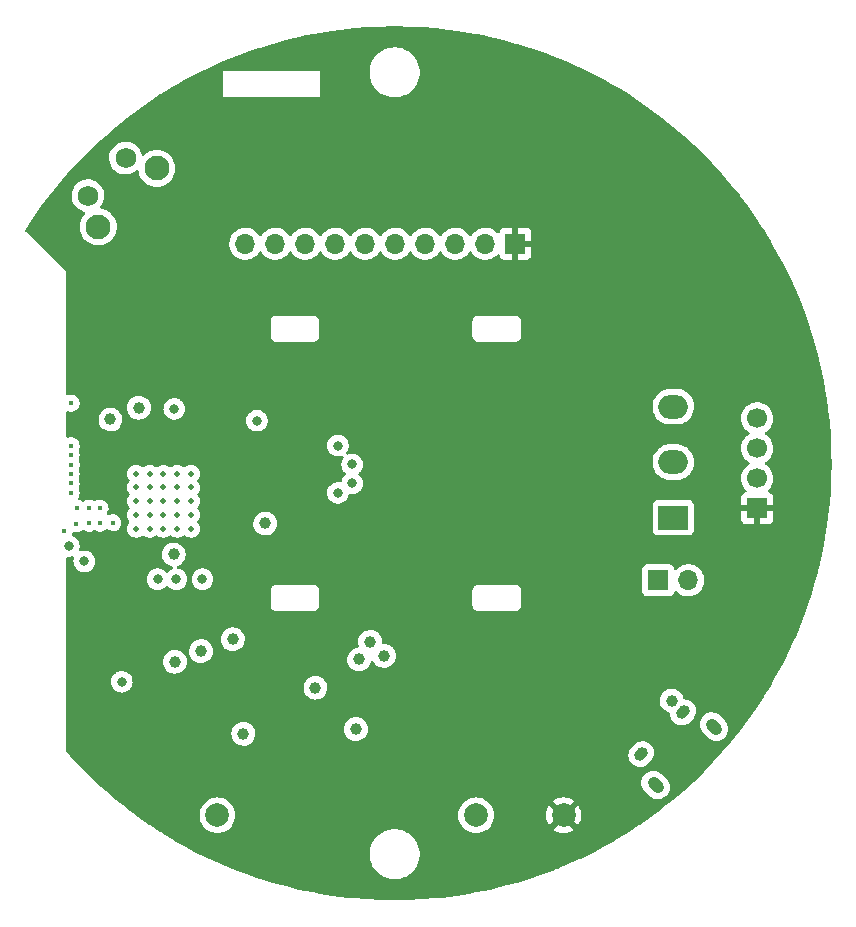
<source format=gbr>
%TF.GenerationSoftware,KiCad,Pcbnew,(6.0.1)*%
%TF.CreationDate,2022-03-12T16:33:18+00:00*%
%TF.ProjectId,Ball_Remote_Components,42616c6c-5f52-4656-9d6f-74655f436f6d,rev?*%
%TF.SameCoordinates,Original*%
%TF.FileFunction,Copper,L3,Inr*%
%TF.FilePolarity,Positive*%
%FSLAX46Y46*%
G04 Gerber Fmt 4.6, Leading zero omitted, Abs format (unit mm)*
G04 Created by KiCad (PCBNEW (6.0.1)) date 2022-03-12 16:33:18*
%MOMM*%
%LPD*%
G01*
G04 APERTURE LIST*
G04 Aperture macros list*
%AMHorizOval*
0 Thick line with rounded ends*
0 $1 width*
0 $2 $3 position (X,Y) of the first rounded end (center of the circle)*
0 $4 $5 position (X,Y) of the second rounded end (center of the circle)*
0 Add line between two ends*
20,1,$1,$2,$3,$4,$5,0*
0 Add two circle primitives to create the rounded ends*
1,1,$1,$2,$3*
1,1,$1,$4,$5*%
G04 Aperture macros list end*
%TA.AperFunction,ComponentPad*%
%ADD10R,1.700000X1.700000*%
%TD*%
%TA.AperFunction,ComponentPad*%
%ADD11O,1.700000X1.700000*%
%TD*%
%TA.AperFunction,ComponentPad*%
%ADD12R,2.500000X2.000000*%
%TD*%
%TA.AperFunction,ComponentPad*%
%ADD13O,2.500000X2.000000*%
%TD*%
%TA.AperFunction,ComponentPad*%
%ADD14C,2.000000*%
%TD*%
%TA.AperFunction,ComponentPad*%
%ADD15C,1.700000*%
%TD*%
%TA.AperFunction,ComponentPad*%
%ADD16HorizOval,0.950000X0.106066X0.106066X-0.106066X-0.106066X0*%
%TD*%
%TA.AperFunction,ComponentPad*%
%ADD17HorizOval,1.000000X-0.194454X0.194454X0.194454X-0.194454X0*%
%TD*%
%TA.AperFunction,ComponentPad*%
%ADD18C,0.500000*%
%TD*%
%TA.AperFunction,ComponentPad*%
%ADD19C,2.100000*%
%TD*%
%TA.AperFunction,ComponentPad*%
%ADD20C,1.750000*%
%TD*%
%TA.AperFunction,ViaPad*%
%ADD21C,1.000000*%
%TD*%
%TA.AperFunction,ViaPad*%
%ADD22C,0.400000*%
%TD*%
%TA.AperFunction,ViaPad*%
%ADD23C,0.800000*%
%TD*%
G04 APERTURE END LIST*
D10*
%TO.N,+2V8*%
%TO.C,J2*%
X156100000Y-86687500D03*
D11*
%TO.N,GND*%
X153560000Y-86687500D03*
%TO.N,/I2C_CLK*%
X151020000Y-86687500D03*
%TO.N,/12C_SDA*%
X148480000Y-86687500D03*
%TO.N,/G_INT*%
X145940000Y-86687500D03*
%TO.N,/G_RDY*%
X143400000Y-86687500D03*
%TO.N,unconnected-(J2-Pad7)*%
X140860000Y-86687500D03*
%TO.N,unconnected-(J2-Pad8)*%
X138320000Y-86687500D03*
%TO.N,unconnected-(J2-Pad9)*%
X135780000Y-86687500D03*
%TO.N,unconnected-(J2-Pad10)*%
X133240000Y-86687500D03*
%TD*%
D12*
%TO.N,/BATT_ON_OFF*%
%TO.C,SW1*%
X169475000Y-109887500D03*
D13*
%TO.N,/BATT+*%
X169475000Y-105187500D03*
%TO.N,unconnected-(SW1-Pad3)*%
X169475000Y-100487500D03*
%TD*%
D10*
%TO.N,/BATT+*%
%TO.C,BT1*%
X168200000Y-115187500D03*
D11*
%TO.N,GND*%
X170740000Y-115187500D03*
%TD*%
D14*
%TO.N,+2V8*%
%TO.C,TP2*%
X160175000Y-135087500D03*
%TD*%
D10*
%TO.N,+2V8*%
%TO.C,J3*%
X176575000Y-109097500D03*
D15*
%TO.N,GND*%
X176575000Y-106557500D03*
%TO.N,/SWIO*%
X176575000Y-104017500D03*
%TO.N,/SWCLK*%
X176575000Y-101477500D03*
%TD*%
D16*
%TO.N,*%
%TO.C,J1*%
X166762205Y-129910239D03*
X170297739Y-126374705D03*
D17*
X172914034Y-127576786D03*
%TO.N,unconnected-(J1-Pad6)*%
X167964286Y-132526534D03*
%TD*%
D14*
%TO.N,GND*%
%TO.C,TP1*%
X130875000Y-135087500D03*
%TD*%
D18*
%TO.N,GND*%
%TO.C,U1*%
X123975000Y-106175000D03*
X128625000Y-110825000D03*
X127462500Y-106175000D03*
X127462500Y-107337500D03*
X125137500Y-110825000D03*
X126300000Y-106175000D03*
X128625000Y-109662500D03*
X126300000Y-108500000D03*
X123975000Y-108500000D03*
X127462500Y-110825000D03*
X123975000Y-110825000D03*
X126300000Y-110825000D03*
X125137500Y-106175000D03*
X126300000Y-107337500D03*
X127462500Y-109662500D03*
X128625000Y-108500000D03*
X127462500Y-108500000D03*
X125137500Y-108500000D03*
X126300000Y-109662500D03*
X125137500Y-109662500D03*
X128625000Y-106175000D03*
X125137500Y-107337500D03*
X123975000Y-109662500D03*
X123975000Y-107337500D03*
X128625000Y-107337500D03*
%TD*%
D19*
%TO.N,*%
%TO.C,RESET1*%
X120789959Y-85269884D03*
X125746778Y-80313066D03*
D20*
%TO.N,/RESET*%
X119913147Y-82625305D03*
%TO.N,GND*%
X123095128Y-79443324D03*
%TD*%
D14*
%TO.N,VCC*%
%TO.C,TP3*%
X152775000Y-135087500D03*
%TD*%
D21*
%TO.N,/BATT_ON_OFF*%
X143800000Y-120412500D03*
%TO.N,GND*%
X134918750Y-110381250D03*
D22*
X122019174Y-110310500D03*
X118500000Y-107000000D03*
D23*
X129600000Y-115100000D03*
D22*
X118500000Y-107800000D03*
X118500000Y-100200000D03*
D21*
X142875000Y-121887500D03*
X133075000Y-128187500D03*
D23*
X125800000Y-115100000D03*
D22*
X120000000Y-109080000D03*
X118500000Y-105400000D03*
X119980000Y-110380000D03*
D21*
X129475000Y-121187500D03*
X139175000Y-124287500D03*
D22*
X120940000Y-109100000D03*
D23*
X127400000Y-115100000D03*
D22*
X118500000Y-104600000D03*
D21*
X127275000Y-122087500D03*
D22*
X120970000Y-110360000D03*
D21*
X169328544Y-125375024D03*
D22*
X117900000Y-111000000D03*
D21*
X127170517Y-113005441D03*
D22*
X118930000Y-110430000D03*
D23*
X122775000Y-123787500D03*
D21*
X124218750Y-100581250D03*
D23*
X119600000Y-113600000D03*
D21*
X144975000Y-121587500D03*
D22*
X118950000Y-109060000D03*
D21*
X142600000Y-127800000D03*
D22*
X118500000Y-103800000D03*
D23*
X118300000Y-112300000D03*
D22*
X118500000Y-106200000D03*
D21*
%TO.N,+2V8*%
X124218750Y-103081250D03*
X129718750Y-113600000D03*
X131818750Y-104500000D03*
X132918750Y-111281250D03*
X145200000Y-103800000D03*
X121460000Y-106740000D03*
X130275000Y-128087500D03*
X121170000Y-113360000D03*
X128875000Y-128087500D03*
%TO.N,/Battery_Level*%
X132175000Y-120187500D03*
X121818750Y-101581250D03*
D23*
%TO.N,/SPI_MISO*%
X142275000Y-106987500D03*
X142275000Y-105387500D03*
%TO.N,/SPI_MOSI*%
X141075000Y-103787500D03*
X141075000Y-107787500D03*
%TO.N,/BOOT0*%
X134218750Y-101681250D03*
X127218750Y-100681250D03*
%TD*%
%TA.AperFunction,Conductor*%
%TO.N,+2V8*%
G36*
X146183020Y-68300339D02*
G01*
X147034958Y-68313722D01*
X147038914Y-68313846D01*
X148195751Y-68368401D01*
X148199702Y-68368649D01*
X149354296Y-68459518D01*
X149358236Y-68459891D01*
X149847736Y-68513932D01*
X150509381Y-68586978D01*
X150513251Y-68587467D01*
X151179752Y-68682324D01*
X151659861Y-68750654D01*
X151663770Y-68751273D01*
X152199940Y-68844849D01*
X152804695Y-68950396D01*
X152808533Y-68951128D01*
X153352152Y-69063706D01*
X153942602Y-69185983D01*
X153946465Y-69186846D01*
X154764666Y-69383279D01*
X155072639Y-69457217D01*
X155076453Y-69458196D01*
X156193538Y-69763796D01*
X156197305Y-69764890D01*
X157304266Y-70105435D01*
X157308010Y-70106651D01*
X157462263Y-70159464D01*
X158403728Y-70481801D01*
X158407452Y-70483142D01*
X159490811Y-70892508D01*
X159494481Y-70893961D01*
X159697350Y-70977992D01*
X160564462Y-71337162D01*
X160568095Y-71338734D01*
X161067654Y-71564293D01*
X161623663Y-71815341D01*
X161627213Y-71817013D01*
X162191319Y-72093365D01*
X162667237Y-72326515D01*
X162670715Y-72328286D01*
X163694338Y-72870266D01*
X163697693Y-72872110D01*
X164220473Y-73170299D01*
X164703743Y-73445952D01*
X164707150Y-73447967D01*
X165011121Y-73634240D01*
X165694640Y-74053101D01*
X165697942Y-74055196D01*
X166427383Y-74534350D01*
X166665933Y-74691048D01*
X166669207Y-74693273D01*
X167616745Y-75359214D01*
X167619947Y-75361541D01*
X168546068Y-76056893D01*
X168549196Y-76059319D01*
X169453056Y-76783447D01*
X169456105Y-76785970D01*
X170336736Y-77538099D01*
X170339706Y-77540717D01*
X171159891Y-78287028D01*
X171196300Y-78320158D01*
X171199180Y-78322863D01*
X172030904Y-79128859D01*
X172033641Y-79131596D01*
X172715080Y-79834786D01*
X172839633Y-79963315D01*
X172842338Y-79966195D01*
X172931756Y-80064465D01*
X173621783Y-80822794D01*
X173624401Y-80825764D01*
X174376530Y-81706395D01*
X174379053Y-81709444D01*
X175103181Y-82613304D01*
X175105607Y-82616432D01*
X175800959Y-83542553D01*
X175803286Y-83545755D01*
X176469227Y-84493293D01*
X176471452Y-84496567D01*
X177093891Y-85444138D01*
X177107291Y-85464538D01*
X177109399Y-85467860D01*
X177427601Y-85987118D01*
X177714533Y-86455350D01*
X177716548Y-86458757D01*
X177847021Y-86687500D01*
X178290390Y-87464807D01*
X178292234Y-87468162D01*
X178834214Y-88491785D01*
X178835985Y-88495263D01*
X179077130Y-88987500D01*
X179345480Y-89535271D01*
X179347166Y-89538852D01*
X179823766Y-90594405D01*
X179825338Y-90598038D01*
X180268535Y-91668009D01*
X180269992Y-91671689D01*
X180679358Y-92755048D01*
X180680699Y-92758772D01*
X181055845Y-93854479D01*
X181057065Y-93858234D01*
X181397065Y-94963422D01*
X181397605Y-94965178D01*
X181398704Y-94968962D01*
X181704301Y-96086037D01*
X181705286Y-96089871D01*
X181975654Y-97216035D01*
X181976517Y-97219898D01*
X182211367Y-98353942D01*
X182212109Y-98357830D01*
X182411227Y-99498730D01*
X182411846Y-99502639D01*
X182463170Y-99863259D01*
X182575033Y-100649249D01*
X182575522Y-100653119D01*
X182645746Y-101289198D01*
X182702609Y-101804264D01*
X182702982Y-101808204D01*
X182793851Y-102962798D01*
X182794099Y-102966749D01*
X182848654Y-104123586D01*
X182848778Y-104127542D01*
X182858144Y-104723777D01*
X182864521Y-105129659D01*
X182866969Y-105285521D01*
X182866969Y-105289473D01*
X182865429Y-105387500D01*
X182848778Y-106447458D01*
X182848654Y-106451414D01*
X182794099Y-107608251D01*
X182793851Y-107612202D01*
X182702982Y-108766796D01*
X182702609Y-108770736D01*
X182666258Y-109100000D01*
X182577669Y-109902439D01*
X182575525Y-109921856D01*
X182575033Y-109925751D01*
X182495056Y-110487702D01*
X182411846Y-111072361D01*
X182411227Y-111076270D01*
X182326250Y-111563169D01*
X182221160Y-112165311D01*
X182212109Y-112217170D01*
X182211372Y-112221033D01*
X182127679Y-112625172D01*
X181976517Y-113355102D01*
X181975654Y-113358965D01*
X181782367Y-114164065D01*
X181752285Y-114289366D01*
X181705286Y-114485129D01*
X181704304Y-114488953D01*
X181400215Y-115600517D01*
X181398709Y-115606021D01*
X181397610Y-115609805D01*
X181094371Y-116595500D01*
X181057068Y-116716756D01*
X181055845Y-116720521D01*
X180680699Y-117816228D01*
X180679358Y-117819952D01*
X180269992Y-118903311D01*
X180268539Y-118906981D01*
X180157609Y-119174789D01*
X179825338Y-119976962D01*
X179823766Y-119980595D01*
X179628754Y-120412500D01*
X179353265Y-121022641D01*
X179347166Y-121036148D01*
X179345487Y-121039713D01*
X178913573Y-121921361D01*
X178835985Y-122079737D01*
X178834214Y-122083215D01*
X178292234Y-123106838D01*
X178290390Y-123110193D01*
X178015974Y-123591294D01*
X177716548Y-124116243D01*
X177714533Y-124119650D01*
X177554174Y-124381333D01*
X177177845Y-124995448D01*
X177109412Y-125107120D01*
X177107304Y-125110442D01*
X176809449Y-125563882D01*
X176471452Y-126078433D01*
X176469227Y-126081707D01*
X175803286Y-127029245D01*
X175800959Y-127032447D01*
X175105607Y-127958568D01*
X175103181Y-127961696D01*
X174379053Y-128865556D01*
X174376530Y-128868605D01*
X173624401Y-129749236D01*
X173621783Y-129752206D01*
X172842342Y-130608800D01*
X172839637Y-130611680D01*
X172033641Y-131443404D01*
X172030904Y-131446141D01*
X171279267Y-132174528D01*
X171199185Y-132252133D01*
X171196300Y-132254842D01*
X170339706Y-133034283D01*
X170336736Y-133036901D01*
X169456105Y-133789030D01*
X169453056Y-133791553D01*
X168549196Y-134515681D01*
X168546068Y-134518107D01*
X167619947Y-135213459D01*
X167616745Y-135215786D01*
X166669207Y-135881727D01*
X166665933Y-135883952D01*
X166565974Y-135949613D01*
X165697942Y-136519804D01*
X165694640Y-136521899D01*
X165307601Y-136759077D01*
X164707150Y-137127033D01*
X164703743Y-137129048D01*
X164352268Y-137329526D01*
X163697693Y-137702890D01*
X163694338Y-137704734D01*
X162670715Y-138246714D01*
X162667236Y-138248485D01*
X161627213Y-138757987D01*
X161623663Y-138759659D01*
X161465585Y-138831034D01*
X160568095Y-139236266D01*
X160564462Y-139237838D01*
X159942288Y-139495551D01*
X159670538Y-139608114D01*
X159494491Y-139681035D01*
X159490811Y-139682492D01*
X158407452Y-140091858D01*
X158403728Y-140093199D01*
X157746522Y-140318212D01*
X157308010Y-140468349D01*
X157304266Y-140469565D01*
X156197305Y-140810110D01*
X156193538Y-140811204D01*
X155076453Y-141116804D01*
X155072639Y-141117783D01*
X154764666Y-141191721D01*
X153946465Y-141388154D01*
X153942602Y-141389017D01*
X153352152Y-141511294D01*
X152808533Y-141623872D01*
X152804695Y-141624604D01*
X152199940Y-141730151D01*
X151663770Y-141823727D01*
X151659861Y-141824346D01*
X151179752Y-141892676D01*
X150513251Y-141987533D01*
X150509381Y-141988022D01*
X149847736Y-142061068D01*
X149358236Y-142115109D01*
X149354296Y-142115482D01*
X148199702Y-142206351D01*
X148195751Y-142206599D01*
X147038914Y-142261154D01*
X147034958Y-142261278D01*
X146183020Y-142274661D01*
X145876973Y-142279469D01*
X145873027Y-142279469D01*
X145566980Y-142274661D01*
X144715042Y-142261278D01*
X144711086Y-142261154D01*
X143554249Y-142206599D01*
X143550298Y-142206351D01*
X142395704Y-142115482D01*
X142391764Y-142115109D01*
X141902264Y-142061068D01*
X141240619Y-141988022D01*
X141236749Y-141987533D01*
X140570248Y-141892676D01*
X140090139Y-141824346D01*
X140086230Y-141823727D01*
X139550060Y-141730151D01*
X138945305Y-141624604D01*
X138941467Y-141623872D01*
X138397848Y-141511294D01*
X137807398Y-141389017D01*
X137803535Y-141388154D01*
X136985334Y-141191721D01*
X136677361Y-141117783D01*
X136673547Y-141116804D01*
X135556462Y-140811204D01*
X135552695Y-140810110D01*
X134445734Y-140469565D01*
X134441990Y-140468349D01*
X134003478Y-140318212D01*
X133346272Y-140093199D01*
X133342548Y-140091858D01*
X132259189Y-139682492D01*
X132255509Y-139681035D01*
X132079463Y-139608114D01*
X131807712Y-139495551D01*
X131185538Y-139237838D01*
X131181905Y-139236266D01*
X130284415Y-138831034D01*
X130126337Y-138759659D01*
X130122787Y-138757987D01*
X129637409Y-138520203D01*
X143765743Y-138520203D01*
X143803268Y-138805234D01*
X143879129Y-139082536D01*
X143880813Y-139086484D01*
X143945048Y-139237079D01*
X143991923Y-139346976D01*
X144139561Y-139593661D01*
X144319313Y-139818028D01*
X144527851Y-140015923D01*
X144634504Y-140092561D01*
X144747966Y-140174092D01*
X144761317Y-140183686D01*
X144765112Y-140185695D01*
X144765113Y-140185696D01*
X144786869Y-140197215D01*
X145015392Y-140318212D01*
X145285373Y-140417011D01*
X145566264Y-140478255D01*
X145594841Y-140480504D01*
X145789282Y-140495807D01*
X145789291Y-140495807D01*
X145791739Y-140496000D01*
X145947271Y-140496000D01*
X145949407Y-140495854D01*
X145949418Y-140495854D01*
X146157548Y-140481665D01*
X146157554Y-140481664D01*
X146161825Y-140481373D01*
X146166020Y-140480504D01*
X146166022Y-140480504D01*
X146302583Y-140452224D01*
X146443342Y-140423074D01*
X146714343Y-140327107D01*
X146969812Y-140195250D01*
X146973313Y-140192789D01*
X146973317Y-140192787D01*
X147116924Y-140091858D01*
X147205023Y-140029941D01*
X147415622Y-139834240D01*
X147597713Y-139611768D01*
X147747927Y-139366642D01*
X147863483Y-139103398D01*
X147942244Y-138826906D01*
X147982751Y-138542284D01*
X147982845Y-138524451D01*
X147984235Y-138259083D01*
X147984235Y-138259076D01*
X147984257Y-138254797D01*
X147946732Y-137969766D01*
X147870871Y-137692464D01*
X147758077Y-137428024D01*
X147610439Y-137181339D01*
X147430687Y-136956972D01*
X147222149Y-136759077D01*
X146988683Y-136591314D01*
X146966843Y-136579750D01*
X146943654Y-136567472D01*
X146734608Y-136456788D01*
X146464627Y-136357989D01*
X146183736Y-136296745D01*
X146152685Y-136294301D01*
X145960718Y-136279193D01*
X145960709Y-136279193D01*
X145958261Y-136279000D01*
X145802729Y-136279000D01*
X145800593Y-136279146D01*
X145800582Y-136279146D01*
X145592452Y-136293335D01*
X145592446Y-136293336D01*
X145588175Y-136293627D01*
X145583980Y-136294496D01*
X145583978Y-136294496D01*
X145505085Y-136310834D01*
X145306658Y-136351926D01*
X145035657Y-136447893D01*
X144780188Y-136579750D01*
X144776687Y-136582211D01*
X144776683Y-136582213D01*
X144766594Y-136589304D01*
X144544977Y-136745059D01*
X144334378Y-136940760D01*
X144152287Y-137163232D01*
X144002073Y-137408358D01*
X143886517Y-137671602D01*
X143807756Y-137948094D01*
X143767249Y-138232716D01*
X143767227Y-138237005D01*
X143767226Y-138237012D01*
X143765765Y-138515917D01*
X143765743Y-138520203D01*
X129637409Y-138520203D01*
X129082764Y-138248485D01*
X129079285Y-138246714D01*
X128055662Y-137704734D01*
X128052307Y-137702890D01*
X127397732Y-137329527D01*
X127046257Y-137129048D01*
X127042850Y-137127033D01*
X126442399Y-136759077D01*
X126055360Y-136521899D01*
X126052058Y-136519804D01*
X125184026Y-135949613D01*
X125084067Y-135883952D01*
X125080793Y-135881727D01*
X124133255Y-135215786D01*
X124130053Y-135213459D01*
X123962292Y-135087500D01*
X129361835Y-135087500D01*
X129380465Y-135324211D01*
X129435895Y-135555094D01*
X129437788Y-135559665D01*
X129437789Y-135559667D01*
X129524772Y-135769663D01*
X129526760Y-135774463D01*
X129529346Y-135778683D01*
X129648241Y-135972702D01*
X129648245Y-135972708D01*
X129650824Y-135976916D01*
X129805031Y-136157469D01*
X129985584Y-136311676D01*
X129989792Y-136314255D01*
X129989798Y-136314259D01*
X130183084Y-136432705D01*
X130188037Y-136435740D01*
X130192607Y-136437633D01*
X130192611Y-136437635D01*
X130402833Y-136524711D01*
X130407406Y-136526605D01*
X130487609Y-136545860D01*
X130633476Y-136580880D01*
X130633482Y-136580881D01*
X130638289Y-136582035D01*
X130875000Y-136600665D01*
X131111711Y-136582035D01*
X131116518Y-136580881D01*
X131116524Y-136580880D01*
X131262391Y-136545860D01*
X131342594Y-136526605D01*
X131347167Y-136524711D01*
X131557389Y-136437635D01*
X131557393Y-136437633D01*
X131561963Y-136435740D01*
X131566916Y-136432705D01*
X131760202Y-136314259D01*
X131760208Y-136314255D01*
X131764416Y-136311676D01*
X131944969Y-136157469D01*
X132099176Y-135976916D01*
X132101755Y-135972708D01*
X132101759Y-135972702D01*
X132220654Y-135778683D01*
X132223240Y-135774463D01*
X132225229Y-135769663D01*
X132312211Y-135559667D01*
X132312212Y-135559665D01*
X132314105Y-135555094D01*
X132369535Y-135324211D01*
X132388165Y-135087500D01*
X151261835Y-135087500D01*
X151280465Y-135324211D01*
X151335895Y-135555094D01*
X151337788Y-135559665D01*
X151337789Y-135559667D01*
X151424772Y-135769663D01*
X151426760Y-135774463D01*
X151429346Y-135778683D01*
X151548241Y-135972702D01*
X151548245Y-135972708D01*
X151550824Y-135976916D01*
X151705031Y-136157469D01*
X151885584Y-136311676D01*
X151889792Y-136314255D01*
X151889798Y-136314259D01*
X152083084Y-136432705D01*
X152088037Y-136435740D01*
X152092607Y-136437633D01*
X152092611Y-136437635D01*
X152302833Y-136524711D01*
X152307406Y-136526605D01*
X152387609Y-136545860D01*
X152533476Y-136580880D01*
X152533482Y-136580881D01*
X152538289Y-136582035D01*
X152775000Y-136600665D01*
X153011711Y-136582035D01*
X153016518Y-136580881D01*
X153016524Y-136580880D01*
X153162391Y-136545860D01*
X153242594Y-136526605D01*
X153247167Y-136524711D01*
X153457389Y-136437635D01*
X153457393Y-136437633D01*
X153461963Y-136435740D01*
X153466916Y-136432705D01*
X153650556Y-136320170D01*
X159307160Y-136320170D01*
X159312887Y-136327820D01*
X159484042Y-136432705D01*
X159492837Y-136437187D01*
X159702988Y-136524234D01*
X159712373Y-136527283D01*
X159933554Y-136580385D01*
X159943301Y-136581928D01*
X160170070Y-136599775D01*
X160179930Y-136599775D01*
X160406699Y-136581928D01*
X160416446Y-136580385D01*
X160637627Y-136527283D01*
X160647012Y-136524234D01*
X160857163Y-136437187D01*
X160865958Y-136432705D01*
X161033445Y-136330068D01*
X161042907Y-136319610D01*
X161039124Y-136310834D01*
X160187812Y-135459522D01*
X160173868Y-135451908D01*
X160172035Y-135452039D01*
X160165420Y-135456290D01*
X159313920Y-136307790D01*
X159307160Y-136320170D01*
X153650556Y-136320170D01*
X153660202Y-136314259D01*
X153660208Y-136314255D01*
X153664416Y-136311676D01*
X153844969Y-136157469D01*
X153999176Y-135976916D01*
X154001755Y-135972708D01*
X154001759Y-135972702D01*
X154120654Y-135778683D01*
X154123240Y-135774463D01*
X154125229Y-135769663D01*
X154212211Y-135559667D01*
X154212212Y-135559665D01*
X154214105Y-135555094D01*
X154269535Y-135324211D01*
X154287777Y-135092430D01*
X158662725Y-135092430D01*
X158680572Y-135319199D01*
X158682115Y-135328946D01*
X158735217Y-135550127D01*
X158738266Y-135559512D01*
X158825313Y-135769663D01*
X158829795Y-135778458D01*
X158932432Y-135945945D01*
X158942890Y-135955407D01*
X158951666Y-135951624D01*
X159802978Y-135100312D01*
X159809356Y-135088632D01*
X160539408Y-135088632D01*
X160539539Y-135090465D01*
X160543790Y-135097080D01*
X161395290Y-135948580D01*
X161407670Y-135955340D01*
X161415320Y-135949613D01*
X161520205Y-135778458D01*
X161524687Y-135769663D01*
X161611734Y-135559512D01*
X161614783Y-135550127D01*
X161667885Y-135328946D01*
X161669428Y-135319199D01*
X161687275Y-135092430D01*
X161687275Y-135082570D01*
X161669428Y-134855801D01*
X161667885Y-134846054D01*
X161614783Y-134624873D01*
X161611734Y-134615488D01*
X161524687Y-134405337D01*
X161520205Y-134396542D01*
X161417568Y-134229055D01*
X161407110Y-134219593D01*
X161398334Y-134223376D01*
X160547022Y-135074688D01*
X160539408Y-135088632D01*
X159809356Y-135088632D01*
X159810592Y-135086368D01*
X159810461Y-135084535D01*
X159806210Y-135077920D01*
X158954710Y-134226420D01*
X158942330Y-134219660D01*
X158934680Y-134225387D01*
X158829795Y-134396542D01*
X158825313Y-134405337D01*
X158738266Y-134615488D01*
X158735217Y-134624873D01*
X158682115Y-134846054D01*
X158680572Y-134855801D01*
X158662725Y-135082570D01*
X158662725Y-135092430D01*
X154287777Y-135092430D01*
X154288165Y-135087500D01*
X154269535Y-134850789D01*
X154214105Y-134619906D01*
X154170934Y-134515681D01*
X154125135Y-134405111D01*
X154125133Y-134405107D01*
X154123240Y-134400537D01*
X154120654Y-134396317D01*
X154001759Y-134202298D01*
X154001755Y-134202292D01*
X153999176Y-134198084D01*
X153844969Y-134017531D01*
X153664416Y-133863324D01*
X153660208Y-133860745D01*
X153660202Y-133860741D01*
X153651470Y-133855390D01*
X159307093Y-133855390D01*
X159310876Y-133864166D01*
X160162188Y-134715478D01*
X160176132Y-134723092D01*
X160177965Y-134722961D01*
X160184580Y-134718710D01*
X161036080Y-133867210D01*
X161042840Y-133854830D01*
X161037113Y-133847180D01*
X160865958Y-133742295D01*
X160857163Y-133737813D01*
X160647012Y-133650766D01*
X160637627Y-133647717D01*
X160416446Y-133594615D01*
X160406699Y-133593072D01*
X160179930Y-133575225D01*
X160170070Y-133575225D01*
X159943301Y-133593072D01*
X159933554Y-133594615D01*
X159712373Y-133647717D01*
X159702988Y-133650766D01*
X159492837Y-133737813D01*
X159484042Y-133742295D01*
X159316555Y-133844932D01*
X159307093Y-133855390D01*
X153651470Y-133855390D01*
X153466183Y-133741846D01*
X153461963Y-133739260D01*
X153457393Y-133737367D01*
X153457389Y-133737365D01*
X153247167Y-133650289D01*
X153247165Y-133650288D01*
X153242594Y-133648395D01*
X153162391Y-133629140D01*
X153016524Y-133594120D01*
X153016518Y-133594119D01*
X153011711Y-133592965D01*
X152775000Y-133574335D01*
X152538289Y-133592965D01*
X152533482Y-133594119D01*
X152533476Y-133594120D01*
X152387609Y-133629140D01*
X152307406Y-133648395D01*
X152302835Y-133650288D01*
X152302833Y-133650289D01*
X152092611Y-133737365D01*
X152092607Y-133737367D01*
X152088037Y-133739260D01*
X152083817Y-133741846D01*
X151889798Y-133860741D01*
X151889792Y-133860745D01*
X151885584Y-133863324D01*
X151705031Y-134017531D01*
X151550824Y-134198084D01*
X151548245Y-134202292D01*
X151548241Y-134202298D01*
X151429346Y-134396317D01*
X151426760Y-134400537D01*
X151424867Y-134405107D01*
X151424865Y-134405111D01*
X151379066Y-134515681D01*
X151335895Y-134619906D01*
X151280465Y-134850789D01*
X151261835Y-135087500D01*
X132388165Y-135087500D01*
X132369535Y-134850789D01*
X132314105Y-134619906D01*
X132270934Y-134515681D01*
X132225135Y-134405111D01*
X132225133Y-134405107D01*
X132223240Y-134400537D01*
X132220654Y-134396317D01*
X132101759Y-134202298D01*
X132101755Y-134202292D01*
X132099176Y-134198084D01*
X131944969Y-134017531D01*
X131764416Y-133863324D01*
X131760208Y-133860745D01*
X131760202Y-133860741D01*
X131566183Y-133741846D01*
X131561963Y-133739260D01*
X131557393Y-133737367D01*
X131557389Y-133737365D01*
X131347167Y-133650289D01*
X131347165Y-133650288D01*
X131342594Y-133648395D01*
X131262391Y-133629140D01*
X131116524Y-133594120D01*
X131116518Y-133594119D01*
X131111711Y-133592965D01*
X130875000Y-133574335D01*
X130638289Y-133592965D01*
X130633482Y-133594119D01*
X130633476Y-133594120D01*
X130487609Y-133629140D01*
X130407406Y-133648395D01*
X130402835Y-133650288D01*
X130402833Y-133650289D01*
X130192611Y-133737365D01*
X130192607Y-133737367D01*
X130188037Y-133739260D01*
X130183817Y-133741846D01*
X129989798Y-133860741D01*
X129989792Y-133860745D01*
X129985584Y-133863324D01*
X129805031Y-134017531D01*
X129650824Y-134198084D01*
X129648245Y-134202292D01*
X129648241Y-134202298D01*
X129529346Y-134396317D01*
X129526760Y-134400537D01*
X129524867Y-134405107D01*
X129524865Y-134405111D01*
X129479066Y-134515681D01*
X129435895Y-134619906D01*
X129380465Y-134850789D01*
X129361835Y-135087500D01*
X123962292Y-135087500D01*
X123203932Y-134518107D01*
X123200804Y-134515681D01*
X122296944Y-133791553D01*
X122293895Y-133789030D01*
X121413264Y-133036901D01*
X121410294Y-133034283D01*
X120626921Y-132321468D01*
X166756508Y-132321468D01*
X166773745Y-132518493D01*
X166775464Y-132524410D01*
X166775465Y-132524415D01*
X166813446Y-132655144D01*
X166828923Y-132708416D01*
X166919940Y-132884006D01*
X167016570Y-133005053D01*
X167480815Y-133469297D01*
X167595001Y-133563091D01*
X167769303Y-133656550D01*
X167877959Y-133689770D01*
X167952540Y-133712572D01*
X167952542Y-133712572D01*
X167958438Y-133714375D01*
X168016291Y-133720252D01*
X168149074Y-133733740D01*
X168149079Y-133733740D01*
X168155202Y-133734362D01*
X168279265Y-133722634D01*
X168345969Y-133716329D01*
X168345971Y-133716329D01*
X168352102Y-133715749D01*
X168446869Y-133687498D01*
X168535733Y-133661007D01*
X168535735Y-133661006D01*
X168541636Y-133659247D01*
X168716586Y-133567006D01*
X168870287Y-133442541D01*
X168996886Y-133290592D01*
X169091562Y-133116947D01*
X169150705Y-132928220D01*
X169154986Y-132888816D01*
X169171399Y-132737725D01*
X169171399Y-132737721D01*
X169172064Y-132731600D01*
X169154827Y-132534575D01*
X169153108Y-132528658D01*
X169153107Y-132528653D01*
X169101367Y-132350566D01*
X169099649Y-132344652D01*
X169008632Y-132169062D01*
X168912002Y-132048015D01*
X168447757Y-131583771D01*
X168333571Y-131489977D01*
X168159269Y-131396518D01*
X168050613Y-131363298D01*
X167976032Y-131340496D01*
X167976030Y-131340496D01*
X167970134Y-131338693D01*
X167912281Y-131332816D01*
X167779498Y-131319328D01*
X167779493Y-131319328D01*
X167773370Y-131318706D01*
X167649307Y-131330434D01*
X167582603Y-131336739D01*
X167582601Y-131336739D01*
X167576470Y-131337319D01*
X167481703Y-131365570D01*
X167392839Y-131392061D01*
X167392837Y-131392062D01*
X167386936Y-131393821D01*
X167211986Y-131486062D01*
X167058285Y-131610527D01*
X166931686Y-131762476D01*
X166837010Y-131936121D01*
X166777867Y-132124848D01*
X166777202Y-132130971D01*
X166777201Y-132130975D01*
X166757173Y-132315343D01*
X166756508Y-132321468D01*
X120626921Y-132321468D01*
X120553700Y-132254842D01*
X120550815Y-132252133D01*
X120470733Y-132174528D01*
X119719096Y-131446141D01*
X119716359Y-131443404D01*
X118910363Y-130611680D01*
X118907658Y-130608800D01*
X118390506Y-130040458D01*
X165667862Y-130040458D01*
X165692904Y-130238686D01*
X165757293Y-130427828D01*
X165858400Y-130600161D01*
X165992095Y-130748644D01*
X166152915Y-130867210D01*
X166334291Y-130951018D01*
X166528815Y-130996643D01*
X166641196Y-130999782D01*
X166722158Y-131002044D01*
X166722161Y-131002044D01*
X166728540Y-131002222D01*
X166925308Y-130967526D01*
X167111080Y-130893974D01*
X167116427Y-130890475D01*
X167274215Y-130787221D01*
X167274219Y-130787218D01*
X167278267Y-130784569D01*
X167283151Y-130780172D01*
X167599019Y-130464304D01*
X167693578Y-130348363D01*
X167786146Y-130171296D01*
X167841219Y-129979234D01*
X167856548Y-129780020D01*
X167831506Y-129581792D01*
X167767117Y-129392650D01*
X167666010Y-129220317D01*
X167532315Y-129071834D01*
X167371495Y-128953268D01*
X167190119Y-128869460D01*
X166995595Y-128823835D01*
X166883214Y-128820696D01*
X166802252Y-128818434D01*
X166802249Y-128818434D01*
X166795870Y-128818256D01*
X166599102Y-128852952D01*
X166413330Y-128926504D01*
X166407983Y-128930003D01*
X166250195Y-129033257D01*
X166250191Y-129033260D01*
X166246143Y-129035909D01*
X166241259Y-129040306D01*
X165925391Y-129356174D01*
X165830832Y-129472115D01*
X165738264Y-129649182D01*
X165683191Y-129841244D01*
X165667862Y-130040458D01*
X118390506Y-130040458D01*
X118128217Y-129752206D01*
X118125619Y-129749260D01*
X118105188Y-129725338D01*
X118076158Y-129660550D01*
X118075000Y-129643509D01*
X118075000Y-128173351D01*
X132061719Y-128173351D01*
X132078268Y-128370434D01*
X132082200Y-128384145D01*
X132123793Y-128529197D01*
X132132783Y-128560550D01*
X132223187Y-128736456D01*
X132346035Y-128891453D01*
X132350728Y-128895447D01*
X132350729Y-128895448D01*
X132423119Y-128957056D01*
X132496650Y-129019636D01*
X132669294Y-129116124D01*
X132857392Y-129177240D01*
X133053777Y-129200658D01*
X133059912Y-129200186D01*
X133059914Y-129200186D01*
X133244830Y-129185957D01*
X133244834Y-129185956D01*
X133250972Y-129185484D01*
X133441463Y-129132298D01*
X133446967Y-129129518D01*
X133446969Y-129129517D01*
X133612495Y-129045904D01*
X133612497Y-129045903D01*
X133617996Y-129043125D01*
X133773847Y-128921361D01*
X133887459Y-128789740D01*
X133899049Y-128776313D01*
X133899050Y-128776311D01*
X133903078Y-128771645D01*
X134000769Y-128599679D01*
X134063197Y-128412013D01*
X134087985Y-128215795D01*
X134088380Y-128187500D01*
X134069080Y-127990667D01*
X134011916Y-127801331D01*
X134003685Y-127785851D01*
X141586719Y-127785851D01*
X141587235Y-127791995D01*
X141602261Y-127970936D01*
X141603268Y-127982934D01*
X141613436Y-128018393D01*
X141654419Y-128161317D01*
X141657783Y-128173050D01*
X141748187Y-128348956D01*
X141871035Y-128503953D01*
X141875728Y-128507947D01*
X141875729Y-128507948D01*
X141989815Y-128605042D01*
X142021650Y-128632136D01*
X142194294Y-128728624D01*
X142382392Y-128789740D01*
X142578777Y-128813158D01*
X142584912Y-128812686D01*
X142584914Y-128812686D01*
X142769830Y-128798457D01*
X142769834Y-128798456D01*
X142775972Y-128797984D01*
X142966463Y-128744798D01*
X142971967Y-128742018D01*
X142971969Y-128742017D01*
X143137495Y-128658404D01*
X143137497Y-128658403D01*
X143142996Y-128655625D01*
X143298847Y-128533861D01*
X143428078Y-128384145D01*
X143525769Y-128212179D01*
X143588197Y-128024513D01*
X143612985Y-127828295D01*
X143613380Y-127800000D01*
X143594080Y-127603167D01*
X143583688Y-127568745D01*
X143553726Y-127469509D01*
X143536916Y-127413831D01*
X143444066Y-127239204D01*
X143331365Y-127101019D01*
X143322960Y-127090713D01*
X143322957Y-127090710D01*
X143319065Y-127085938D01*
X143312724Y-127080692D01*
X143171425Y-126963799D01*
X143171421Y-126963797D01*
X143166675Y-126959870D01*
X142992701Y-126865802D01*
X142803768Y-126807318D01*
X142797643Y-126806674D01*
X142797642Y-126806674D01*
X142613204Y-126787289D01*
X142613202Y-126787289D01*
X142607075Y-126786645D01*
X142524576Y-126794153D01*
X142416251Y-126804011D01*
X142416248Y-126804012D01*
X142410112Y-126804570D01*
X142404206Y-126806308D01*
X142404202Y-126806309D01*
X142299076Y-126837249D01*
X142220381Y-126860410D01*
X142214923Y-126863263D01*
X142214919Y-126863265D01*
X142170952Y-126886251D01*
X142045110Y-126952040D01*
X141890975Y-127075968D01*
X141763846Y-127227474D01*
X141760879Y-127232872D01*
X141760875Y-127232877D01*
X141700114Y-127343403D01*
X141668567Y-127400787D01*
X141666706Y-127406654D01*
X141666705Y-127406656D01*
X141644006Y-127478213D01*
X141608765Y-127589306D01*
X141586719Y-127785851D01*
X134003685Y-127785851D01*
X133919066Y-127626704D01*
X133848709Y-127540438D01*
X133797960Y-127478213D01*
X133797957Y-127478210D01*
X133794065Y-127473438D01*
X133785906Y-127466688D01*
X133646425Y-127351299D01*
X133646421Y-127351297D01*
X133641675Y-127347370D01*
X133467701Y-127253302D01*
X133278768Y-127194818D01*
X133272643Y-127194174D01*
X133272642Y-127194174D01*
X133088204Y-127174789D01*
X133088202Y-127174789D01*
X133082075Y-127174145D01*
X133004257Y-127181227D01*
X132891251Y-127191511D01*
X132891248Y-127191512D01*
X132885112Y-127192070D01*
X132879206Y-127193808D01*
X132879202Y-127193809D01*
X132800752Y-127216898D01*
X132695381Y-127247910D01*
X132689923Y-127250763D01*
X132689919Y-127250765D01*
X132599147Y-127298220D01*
X132520110Y-127339540D01*
X132365975Y-127463468D01*
X132238846Y-127614974D01*
X132235879Y-127620372D01*
X132235875Y-127620377D01*
X132229406Y-127632145D01*
X132143567Y-127788287D01*
X132141706Y-127794154D01*
X132141705Y-127794156D01*
X132129764Y-127831799D01*
X132083765Y-127976806D01*
X132061719Y-128173351D01*
X118075000Y-128173351D01*
X118075000Y-125360875D01*
X168315263Y-125360875D01*
X168315779Y-125367019D01*
X168330392Y-125541043D01*
X168331812Y-125557958D01*
X168333511Y-125563882D01*
X168369757Y-125690286D01*
X168386327Y-125748074D01*
X168476731Y-125923980D01*
X168599579Y-126078977D01*
X168750194Y-126207160D01*
X168922838Y-126303648D01*
X168928698Y-126305552D01*
X169105068Y-126362858D01*
X169105074Y-126362859D01*
X169105747Y-126363078D01*
X169110936Y-126364764D01*
X169110616Y-126365750D01*
X169167767Y-126397120D01*
X169201657Y-126459506D01*
X169204106Y-126495692D01*
X169203885Y-126498560D01*
X169203885Y-126498567D01*
X169203396Y-126504924D01*
X169228438Y-126703152D01*
X169292827Y-126892294D01*
X169296057Y-126897799D01*
X169373176Y-127029245D01*
X169393934Y-127064627D01*
X169527629Y-127213110D01*
X169688449Y-127331676D01*
X169869825Y-127415484D01*
X170064349Y-127461109D01*
X170176730Y-127464248D01*
X170257692Y-127466510D01*
X170257695Y-127466510D01*
X170264074Y-127466688D01*
X170460842Y-127431992D01*
X170613072Y-127371720D01*
X171706256Y-127371720D01*
X171723493Y-127568745D01*
X171725212Y-127574662D01*
X171725213Y-127574667D01*
X171741571Y-127630971D01*
X171778671Y-127758668D01*
X171869688Y-127934258D01*
X171966318Y-128055305D01*
X172430563Y-128519549D01*
X172544749Y-128613343D01*
X172719051Y-128706802D01*
X172798123Y-128730977D01*
X172902288Y-128762824D01*
X172902290Y-128762824D01*
X172908186Y-128764627D01*
X172966039Y-128770504D01*
X173098822Y-128783992D01*
X173098827Y-128783992D01*
X173104950Y-128784614D01*
X173229013Y-128772886D01*
X173295717Y-128766581D01*
X173295719Y-128766581D01*
X173301850Y-128766001D01*
X173427230Y-128728624D01*
X173485481Y-128711259D01*
X173485483Y-128711258D01*
X173491384Y-128709499D01*
X173666334Y-128617258D01*
X173681420Y-128605042D01*
X173815245Y-128496672D01*
X173815246Y-128496671D01*
X173820035Y-128492793D01*
X173935854Y-128353783D01*
X173942690Y-128345578D01*
X173942691Y-128345577D01*
X173946634Y-128340844D01*
X174041310Y-128167199D01*
X174094709Y-127996801D01*
X174098610Y-127984354D01*
X174098611Y-127984351D01*
X174100453Y-127978472D01*
X174102276Y-127961696D01*
X174121147Y-127787977D01*
X174121147Y-127787973D01*
X174121812Y-127781852D01*
X174104575Y-127584827D01*
X174102856Y-127578910D01*
X174102855Y-127578905D01*
X174054599Y-127412809D01*
X174049397Y-127394904D01*
X173958380Y-127219314D01*
X173861750Y-127098267D01*
X173397505Y-126634023D01*
X173283319Y-126540229D01*
X173109017Y-126446770D01*
X172946621Y-126397120D01*
X172925780Y-126390748D01*
X172925778Y-126390748D01*
X172919882Y-126388945D01*
X172862029Y-126383068D01*
X172729246Y-126369580D01*
X172729241Y-126369580D01*
X172723118Y-126368958D01*
X172599055Y-126380686D01*
X172532351Y-126386991D01*
X172532349Y-126386991D01*
X172526218Y-126387571D01*
X172431451Y-126415822D01*
X172342587Y-126442313D01*
X172342585Y-126442314D01*
X172336684Y-126444073D01*
X172161734Y-126536314D01*
X172156948Y-126540190D01*
X172156946Y-126540191D01*
X172016446Y-126653966D01*
X172008033Y-126660779D01*
X172004088Y-126665514D01*
X171886061Y-126807175D01*
X171881434Y-126812728D01*
X171786758Y-126986373D01*
X171727615Y-127175100D01*
X171726950Y-127181223D01*
X171726949Y-127181227D01*
X171707443Y-127360791D01*
X171706256Y-127371720D01*
X170613072Y-127371720D01*
X170646614Y-127358440D01*
X170679856Y-127336687D01*
X170809749Y-127251687D01*
X170809753Y-127251684D01*
X170813801Y-127249035D01*
X170818685Y-127244638D01*
X171134553Y-126928770D01*
X171183519Y-126868732D01*
X171225080Y-126817773D01*
X171225081Y-126817772D01*
X171229112Y-126812829D01*
X171321680Y-126635762D01*
X171376753Y-126443700D01*
X171392082Y-126244486D01*
X171367040Y-126046258D01*
X171302651Y-125857116D01*
X171201544Y-125684783D01*
X171067849Y-125536300D01*
X170907029Y-125417734D01*
X170725653Y-125333926D01*
X170531129Y-125288301D01*
X170447218Y-125285957D01*
X170443317Y-125285848D01*
X170375781Y-125263951D01*
X170330804Y-125209018D01*
X170323235Y-125184373D01*
X170323225Y-125184325D01*
X170322624Y-125178191D01*
X170265460Y-124988855D01*
X170172610Y-124814228D01*
X170079186Y-124699679D01*
X170051504Y-124665737D01*
X170051501Y-124665734D01*
X170047609Y-124660962D01*
X170042860Y-124657033D01*
X169899969Y-124538823D01*
X169899965Y-124538821D01*
X169895219Y-124534894D01*
X169721245Y-124440826D01*
X169532312Y-124382342D01*
X169526187Y-124381698D01*
X169526186Y-124381698D01*
X169341748Y-124362313D01*
X169341746Y-124362313D01*
X169335619Y-124361669D01*
X169253120Y-124369177D01*
X169144795Y-124379035D01*
X169144792Y-124379036D01*
X169138656Y-124379594D01*
X169132750Y-124381332D01*
X169132746Y-124381333D01*
X169027620Y-124412273D01*
X168948925Y-124435434D01*
X168943467Y-124438287D01*
X168943463Y-124438289D01*
X168870645Y-124476358D01*
X168773654Y-124527064D01*
X168619519Y-124650992D01*
X168492390Y-124802498D01*
X168489423Y-124807896D01*
X168489419Y-124807901D01*
X168454376Y-124871645D01*
X168397111Y-124975811D01*
X168395250Y-124981678D01*
X168395249Y-124981680D01*
X168345240Y-125139329D01*
X168337309Y-125164330D01*
X168315263Y-125360875D01*
X118075000Y-125360875D01*
X118075000Y-123787500D01*
X121861496Y-123787500D01*
X121881458Y-123977428D01*
X121940473Y-124159056D01*
X122035960Y-124324444D01*
X122040378Y-124329351D01*
X122040379Y-124329352D01*
X122089732Y-124384164D01*
X122163747Y-124466366D01*
X122318248Y-124578618D01*
X122324276Y-124581302D01*
X122324278Y-124581303D01*
X122480803Y-124650992D01*
X122492712Y-124656294D01*
X122586113Y-124676147D01*
X122673056Y-124694628D01*
X122673061Y-124694628D01*
X122679513Y-124696000D01*
X122870487Y-124696000D01*
X122876939Y-124694628D01*
X122876944Y-124694628D01*
X122963887Y-124676147D01*
X123057288Y-124656294D01*
X123069197Y-124650992D01*
X123225722Y-124581303D01*
X123225724Y-124581302D01*
X123231752Y-124578618D01*
X123386253Y-124466366D01*
X123460268Y-124384164D01*
X123509621Y-124329352D01*
X123509622Y-124329351D01*
X123514040Y-124324444D01*
X123543539Y-124273351D01*
X138161719Y-124273351D01*
X138178268Y-124470434D01*
X138195614Y-124530927D01*
X138230793Y-124653609D01*
X138232783Y-124660550D01*
X138235602Y-124666035D01*
X138314560Y-124819669D01*
X138323187Y-124836456D01*
X138446035Y-124991453D01*
X138450728Y-124995447D01*
X138450729Y-124995448D01*
X138585871Y-125110462D01*
X138596650Y-125119636D01*
X138769294Y-125216124D01*
X138957392Y-125277240D01*
X139153777Y-125300658D01*
X139159912Y-125300186D01*
X139159914Y-125300186D01*
X139344830Y-125285957D01*
X139344834Y-125285956D01*
X139350972Y-125285484D01*
X139541463Y-125232298D01*
X139546967Y-125229518D01*
X139546969Y-125229517D01*
X139712495Y-125145904D01*
X139712497Y-125145903D01*
X139717996Y-125143125D01*
X139873847Y-125021361D01*
X140003078Y-124871645D01*
X140100769Y-124699679D01*
X140163197Y-124512013D01*
X140187985Y-124315795D01*
X140188380Y-124287500D01*
X140169080Y-124090667D01*
X140111916Y-123901331D01*
X140019066Y-123726704D01*
X139916051Y-123600395D01*
X139897960Y-123578213D01*
X139897957Y-123578210D01*
X139894065Y-123573438D01*
X139887724Y-123568192D01*
X139746425Y-123451299D01*
X139746421Y-123451297D01*
X139741675Y-123447370D01*
X139567701Y-123353302D01*
X139378768Y-123294818D01*
X139372643Y-123294174D01*
X139372642Y-123294174D01*
X139188204Y-123274789D01*
X139188202Y-123274789D01*
X139182075Y-123274145D01*
X139099576Y-123281653D01*
X138991251Y-123291511D01*
X138991248Y-123291512D01*
X138985112Y-123292070D01*
X138979206Y-123293808D01*
X138979202Y-123293809D01*
X138874076Y-123324749D01*
X138795381Y-123347910D01*
X138789923Y-123350763D01*
X138789919Y-123350765D01*
X138699147Y-123398220D01*
X138620110Y-123439540D01*
X138465975Y-123563468D01*
X138338846Y-123714974D01*
X138335879Y-123720372D01*
X138335875Y-123720377D01*
X138257095Y-123863680D01*
X138243567Y-123888287D01*
X138241706Y-123894154D01*
X138241705Y-123894156D01*
X138215290Y-123977428D01*
X138183765Y-124076806D01*
X138161719Y-124273351D01*
X123543539Y-124273351D01*
X123609527Y-124159056D01*
X123668542Y-123977428D01*
X123688504Y-123787500D01*
X123680881Y-123714974D01*
X123669232Y-123604135D01*
X123669232Y-123604133D01*
X123668542Y-123597572D01*
X123609527Y-123415944D01*
X123514040Y-123250556D01*
X123386253Y-123108634D01*
X123261545Y-123018028D01*
X123237094Y-123000263D01*
X123237093Y-123000262D01*
X123231752Y-122996382D01*
X123225724Y-122993698D01*
X123225722Y-122993697D01*
X123063319Y-122921391D01*
X123063318Y-122921391D01*
X123057288Y-122918706D01*
X122963887Y-122898853D01*
X122876944Y-122880372D01*
X122876939Y-122880372D01*
X122870487Y-122879000D01*
X122679513Y-122879000D01*
X122673061Y-122880372D01*
X122673056Y-122880372D01*
X122586113Y-122898853D01*
X122492712Y-122918706D01*
X122486682Y-122921391D01*
X122486681Y-122921391D01*
X122324278Y-122993697D01*
X122324276Y-122993698D01*
X122318248Y-122996382D01*
X122312907Y-123000262D01*
X122312906Y-123000263D01*
X122288455Y-123018028D01*
X122163747Y-123108634D01*
X122035960Y-123250556D01*
X121940473Y-123415944D01*
X121881458Y-123597572D01*
X121880768Y-123604133D01*
X121880768Y-123604135D01*
X121869119Y-123714974D01*
X121861496Y-123787500D01*
X118075000Y-123787500D01*
X118075000Y-122073351D01*
X126261719Y-122073351D01*
X126262235Y-122079495D01*
X126270996Y-122183826D01*
X126278268Y-122270434D01*
X126279967Y-122276358D01*
X126321913Y-122422641D01*
X126332783Y-122460550D01*
X126335602Y-122466035D01*
X126404415Y-122599929D01*
X126423187Y-122636456D01*
X126546035Y-122791453D01*
X126550728Y-122795447D01*
X126550729Y-122795448D01*
X126644598Y-122875336D01*
X126696650Y-122919636D01*
X126869294Y-123016124D01*
X127057392Y-123077240D01*
X127253777Y-123100658D01*
X127259912Y-123100186D01*
X127259914Y-123100186D01*
X127444830Y-123085957D01*
X127444834Y-123085956D01*
X127450972Y-123085484D01*
X127641463Y-123032298D01*
X127646967Y-123029518D01*
X127646969Y-123029517D01*
X127812495Y-122945904D01*
X127812497Y-122945903D01*
X127817996Y-122943125D01*
X127973847Y-122821361D01*
X128103078Y-122671645D01*
X128200769Y-122499679D01*
X128263197Y-122312013D01*
X128287985Y-122115795D01*
X128288380Y-122087500D01*
X128269080Y-121890667D01*
X128211916Y-121701331D01*
X128119066Y-121526704D01*
X128036655Y-121425658D01*
X127997960Y-121378213D01*
X127997957Y-121378210D01*
X127994065Y-121373438D01*
X127983011Y-121364293D01*
X127846425Y-121251299D01*
X127846421Y-121251297D01*
X127841675Y-121247370D01*
X127704781Y-121173351D01*
X128461719Y-121173351D01*
X128464564Y-121207231D01*
X128477359Y-121359604D01*
X128478268Y-121370434D01*
X128489752Y-121410484D01*
X128523078Y-121526704D01*
X128532783Y-121560550D01*
X128623187Y-121736456D01*
X128746035Y-121891453D01*
X128750728Y-121895447D01*
X128750729Y-121895448D01*
X128873201Y-121999679D01*
X128896650Y-122019636D01*
X129069294Y-122116124D01*
X129257392Y-122177240D01*
X129453777Y-122200658D01*
X129459912Y-122200186D01*
X129459914Y-122200186D01*
X129644830Y-122185957D01*
X129644834Y-122185956D01*
X129650972Y-122185484D01*
X129841463Y-122132298D01*
X129846967Y-122129518D01*
X129846969Y-122129517D01*
X130012495Y-122045904D01*
X130012497Y-122045903D01*
X130017996Y-122043125D01*
X130173847Y-121921361D01*
X130215288Y-121873351D01*
X141861719Y-121873351D01*
X141863688Y-121896801D01*
X141874468Y-122025176D01*
X141878268Y-122070434D01*
X141932783Y-122260550D01*
X141935602Y-122266035D01*
X142014543Y-122419636D01*
X142023187Y-122436456D01*
X142146035Y-122591453D01*
X142150728Y-122595447D01*
X142150729Y-122595448D01*
X142240261Y-122671645D01*
X142296650Y-122719636D01*
X142469294Y-122816124D01*
X142657392Y-122877240D01*
X142853777Y-122900658D01*
X142859912Y-122900186D01*
X142859914Y-122900186D01*
X143044830Y-122885957D01*
X143044834Y-122885956D01*
X143050972Y-122885484D01*
X143241463Y-122832298D01*
X143246967Y-122829518D01*
X143246969Y-122829517D01*
X143412495Y-122745904D01*
X143412497Y-122745903D01*
X143417996Y-122743125D01*
X143573847Y-122621361D01*
X143703078Y-122471645D01*
X143800769Y-122299679D01*
X143808527Y-122276358D01*
X143861252Y-122117861D01*
X143861253Y-122117858D01*
X143863197Y-122112013D01*
X143863483Y-122112108D01*
X143896522Y-122052907D01*
X143959146Y-122019458D01*
X144029912Y-122025176D01*
X144086352Y-122068245D01*
X144096854Y-122085218D01*
X144123187Y-122136456D01*
X144246035Y-122291453D01*
X144250728Y-122295447D01*
X144250729Y-122295448D01*
X144255701Y-122299679D01*
X144396650Y-122419636D01*
X144569294Y-122516124D01*
X144757392Y-122577240D01*
X144953777Y-122600658D01*
X144959912Y-122600186D01*
X144959914Y-122600186D01*
X145144830Y-122585957D01*
X145144834Y-122585956D01*
X145150972Y-122585484D01*
X145341463Y-122532298D01*
X145346967Y-122529518D01*
X145346969Y-122529517D01*
X145512495Y-122445904D01*
X145512497Y-122445903D01*
X145517996Y-122443125D01*
X145673847Y-122321361D01*
X145792564Y-122183826D01*
X145799049Y-122176313D01*
X145799050Y-122176311D01*
X145803078Y-122171645D01*
X145900769Y-121999679D01*
X145963197Y-121812013D01*
X145987985Y-121615795D01*
X145988380Y-121587500D01*
X145969080Y-121390667D01*
X145962295Y-121368192D01*
X145923452Y-121239540D01*
X145911916Y-121201331D01*
X145819066Y-121026704D01*
X145748709Y-120940438D01*
X145697960Y-120878213D01*
X145697957Y-120878210D01*
X145694065Y-120873438D01*
X145603643Y-120798634D01*
X145546425Y-120751299D01*
X145546421Y-120751297D01*
X145541675Y-120747370D01*
X145367701Y-120653302D01*
X145178768Y-120594818D01*
X145172643Y-120594174D01*
X145172642Y-120594174D01*
X144988204Y-120574789D01*
X144988202Y-120574789D01*
X144982075Y-120574145D01*
X144949759Y-120577086D01*
X144880107Y-120563341D01*
X144828942Y-120514120D01*
X144812700Y-120443048D01*
X144812985Y-120440795D01*
X144813380Y-120412500D01*
X144794080Y-120215667D01*
X144788336Y-120196640D01*
X144738697Y-120032231D01*
X144736916Y-120026331D01*
X144644066Y-119851704D01*
X144573709Y-119765438D01*
X144522960Y-119703213D01*
X144522957Y-119703210D01*
X144519065Y-119698438D01*
X144512724Y-119693192D01*
X144371425Y-119576299D01*
X144371421Y-119576297D01*
X144366675Y-119572370D01*
X144192701Y-119478302D01*
X144003768Y-119419818D01*
X143997643Y-119419174D01*
X143997642Y-119419174D01*
X143813204Y-119399789D01*
X143813202Y-119399789D01*
X143807075Y-119399145D01*
X143724576Y-119406653D01*
X143616251Y-119416511D01*
X143616248Y-119416512D01*
X143610112Y-119417070D01*
X143604206Y-119418808D01*
X143604202Y-119418809D01*
X143499076Y-119449749D01*
X143420381Y-119472910D01*
X143414923Y-119475763D01*
X143414919Y-119475765D01*
X143324147Y-119523220D01*
X143245110Y-119564540D01*
X143090975Y-119688468D01*
X142963846Y-119839974D01*
X142960879Y-119845372D01*
X142960875Y-119845377D01*
X142888622Y-119976806D01*
X142868567Y-120013287D01*
X142866706Y-120019154D01*
X142866705Y-120019156D01*
X142812031Y-120191511D01*
X142808765Y-120201806D01*
X142786719Y-120398351D01*
X142787235Y-120404495D01*
X142792584Y-120468192D01*
X142803268Y-120595434D01*
X142810865Y-120621928D01*
X142841177Y-120727639D01*
X142840726Y-120798634D01*
X142801964Y-120858115D01*
X142731479Y-120887850D01*
X142691251Y-120891511D01*
X142691248Y-120891512D01*
X142685112Y-120892070D01*
X142679206Y-120893808D01*
X142679202Y-120893809D01*
X142601435Y-120916697D01*
X142495381Y-120947910D01*
X142489923Y-120950763D01*
X142489919Y-120950765D01*
X142440108Y-120976806D01*
X142320110Y-121039540D01*
X142165975Y-121163468D01*
X142162011Y-121168192D01*
X142154419Y-121177240D01*
X142038846Y-121314974D01*
X142035879Y-121320372D01*
X142035875Y-121320377D01*
X141978494Y-121424754D01*
X141943567Y-121488287D01*
X141941706Y-121494154D01*
X141941705Y-121494156D01*
X141910977Y-121591023D01*
X141883765Y-121676806D01*
X141861719Y-121873351D01*
X130215288Y-121873351D01*
X130303078Y-121771645D01*
X130400769Y-121599679D01*
X130463197Y-121412013D01*
X130487985Y-121215795D01*
X130488203Y-121200186D01*
X130488331Y-121191023D01*
X130488331Y-121191020D01*
X130488380Y-121187500D01*
X130469080Y-120990667D01*
X130411916Y-120801331D01*
X130319066Y-120626704D01*
X130227245Y-120514120D01*
X130197960Y-120478213D01*
X130197957Y-120478210D01*
X130194065Y-120473438D01*
X130187724Y-120468192D01*
X130046425Y-120351299D01*
X130046421Y-120351297D01*
X130041675Y-120347370D01*
X129867701Y-120253302D01*
X129678768Y-120194818D01*
X129672643Y-120194174D01*
X129672642Y-120194174D01*
X129488204Y-120174789D01*
X129488202Y-120174789D01*
X129482075Y-120174145D01*
X129399576Y-120181653D01*
X129291251Y-120191511D01*
X129291248Y-120191512D01*
X129285112Y-120192070D01*
X129279206Y-120193808D01*
X129279202Y-120193809D01*
X129204935Y-120215667D01*
X129095381Y-120247910D01*
X129089923Y-120250763D01*
X129089919Y-120250765D01*
X128999147Y-120298220D01*
X128920110Y-120339540D01*
X128765975Y-120463468D01*
X128638846Y-120614974D01*
X128635879Y-120620372D01*
X128635875Y-120620377D01*
X128617775Y-120653302D01*
X128543567Y-120788287D01*
X128541706Y-120794154D01*
X128541705Y-120794156D01*
X128510841Y-120891453D01*
X128483765Y-120976806D01*
X128461719Y-121173351D01*
X127704781Y-121173351D01*
X127667701Y-121153302D01*
X127478768Y-121094818D01*
X127472643Y-121094174D01*
X127472642Y-121094174D01*
X127288204Y-121074789D01*
X127288202Y-121074789D01*
X127282075Y-121074145D01*
X127199576Y-121081653D01*
X127091251Y-121091511D01*
X127091248Y-121091512D01*
X127085112Y-121092070D01*
X127079206Y-121093808D01*
X127079202Y-121093809D01*
X127003382Y-121116124D01*
X126895381Y-121147910D01*
X126889923Y-121150763D01*
X126889919Y-121150765D01*
X126826680Y-121183826D01*
X126720110Y-121239540D01*
X126565975Y-121363468D01*
X126438846Y-121514974D01*
X126435879Y-121520372D01*
X126435875Y-121520377D01*
X126381493Y-121619299D01*
X126343567Y-121688287D01*
X126341706Y-121694154D01*
X126341705Y-121694156D01*
X126318825Y-121766284D01*
X126283765Y-121876806D01*
X126261719Y-122073351D01*
X118075000Y-122073351D01*
X118075000Y-120173351D01*
X131161719Y-120173351D01*
X131178268Y-120370434D01*
X131232783Y-120560550D01*
X131250711Y-120595434D01*
X131318656Y-120727639D01*
X131323187Y-120736456D01*
X131446035Y-120891453D01*
X131450728Y-120895447D01*
X131450729Y-120895448D01*
X131553515Y-120982925D01*
X131596650Y-121019636D01*
X131769294Y-121116124D01*
X131957392Y-121177240D01*
X132153777Y-121200658D01*
X132159912Y-121200186D01*
X132159914Y-121200186D01*
X132344830Y-121185957D01*
X132344834Y-121185956D01*
X132350972Y-121185484D01*
X132541463Y-121132298D01*
X132546967Y-121129518D01*
X132546969Y-121129517D01*
X132712495Y-121045904D01*
X132712497Y-121045903D01*
X132717996Y-121043125D01*
X132873847Y-120921361D01*
X133003078Y-120771645D01*
X133100769Y-120599679D01*
X133163197Y-120412013D01*
X133187985Y-120215795D01*
X133188380Y-120187500D01*
X133169080Y-119990667D01*
X133111916Y-119801331D01*
X133019066Y-119626704D01*
X132900422Y-119481232D01*
X132897960Y-119478213D01*
X132897957Y-119478210D01*
X132894065Y-119473438D01*
X132887724Y-119468192D01*
X132746425Y-119351299D01*
X132746421Y-119351297D01*
X132741675Y-119347370D01*
X132567701Y-119253302D01*
X132378768Y-119194818D01*
X132372643Y-119194174D01*
X132372642Y-119194174D01*
X132188204Y-119174789D01*
X132188202Y-119174789D01*
X132182075Y-119174145D01*
X132099576Y-119181653D01*
X131991251Y-119191511D01*
X131991248Y-119191512D01*
X131985112Y-119192070D01*
X131979206Y-119193808D01*
X131979202Y-119193809D01*
X131874076Y-119224749D01*
X131795381Y-119247910D01*
X131789923Y-119250763D01*
X131789919Y-119250765D01*
X131732061Y-119281013D01*
X131620110Y-119339540D01*
X131465975Y-119463468D01*
X131338846Y-119614974D01*
X131335879Y-119620372D01*
X131335875Y-119620377D01*
X131257095Y-119763680D01*
X131243567Y-119788287D01*
X131241706Y-119794154D01*
X131241705Y-119794156D01*
X131228670Y-119835247D01*
X131183765Y-119976806D01*
X131161719Y-120173351D01*
X118075000Y-120173351D01*
X118075000Y-117357152D01*
X135366524Y-117357152D01*
X135368990Y-117365781D01*
X135368991Y-117365786D01*
X135374639Y-117385548D01*
X135378217Y-117402309D01*
X135381130Y-117422652D01*
X135381133Y-117422662D01*
X135382405Y-117431545D01*
X135393021Y-117454895D01*
X135399464Y-117472407D01*
X135406512Y-117497065D01*
X135422274Y-117522048D01*
X135430404Y-117537114D01*
X135442633Y-117564010D01*
X135459374Y-117583439D01*
X135470479Y-117598447D01*
X135484160Y-117620131D01*
X135490888Y-117626073D01*
X135506296Y-117639681D01*
X135518340Y-117651873D01*
X135537619Y-117674247D01*
X135545147Y-117679126D01*
X135545150Y-117679129D01*
X135559139Y-117688196D01*
X135574013Y-117699486D01*
X135593228Y-117716456D01*
X135601354Y-117720271D01*
X135601355Y-117720272D01*
X135607021Y-117722932D01*
X135619966Y-117729010D01*
X135634935Y-117737324D01*
X135659727Y-117753393D01*
X135676650Y-117758454D01*
X135684290Y-117760739D01*
X135701736Y-117767401D01*
X135724948Y-117778299D01*
X135754130Y-117782843D01*
X135770849Y-117786626D01*
X135790536Y-117792514D01*
X135790539Y-117792515D01*
X135799141Y-117795087D01*
X135808116Y-117795142D01*
X135808117Y-117795142D01*
X135814810Y-117795183D01*
X135833556Y-117795297D01*
X135834328Y-117795330D01*
X135835423Y-117795500D01*
X135866298Y-117795500D01*
X135867068Y-117795502D01*
X135940716Y-117795952D01*
X135940717Y-117795952D01*
X135944652Y-117795976D01*
X135945996Y-117795592D01*
X135947341Y-117795500D01*
X138966298Y-117795500D01*
X138967069Y-117795502D01*
X139044652Y-117795976D01*
X139053281Y-117793510D01*
X139053286Y-117793509D01*
X139073048Y-117787861D01*
X139089809Y-117784283D01*
X139110152Y-117781370D01*
X139110162Y-117781367D01*
X139119045Y-117780095D01*
X139142395Y-117769479D01*
X139159907Y-117763036D01*
X139175937Y-117758454D01*
X139184565Y-117755988D01*
X139209548Y-117740226D01*
X139224614Y-117732096D01*
X139251510Y-117719867D01*
X139270939Y-117703126D01*
X139285947Y-117692021D01*
X139300039Y-117683130D01*
X139307631Y-117678340D01*
X139327182Y-117656203D01*
X139339374Y-117644159D01*
X139354949Y-117630739D01*
X139354950Y-117630737D01*
X139361747Y-117624881D01*
X139366626Y-117617353D01*
X139366629Y-117617350D01*
X139375696Y-117603361D01*
X139386986Y-117588487D01*
X139398012Y-117576002D01*
X139403956Y-117569272D01*
X139416510Y-117542534D01*
X139424824Y-117527565D01*
X139440893Y-117502773D01*
X139448239Y-117478209D01*
X139454901Y-117460764D01*
X139461983Y-117445679D01*
X139465799Y-117437552D01*
X139470343Y-117408370D01*
X139474126Y-117391651D01*
X139480014Y-117371964D01*
X139480015Y-117371961D01*
X139482587Y-117363359D01*
X139482625Y-117357152D01*
X152466524Y-117357152D01*
X152468990Y-117365781D01*
X152468991Y-117365786D01*
X152474639Y-117385548D01*
X152478217Y-117402309D01*
X152481130Y-117422652D01*
X152481133Y-117422662D01*
X152482405Y-117431545D01*
X152493021Y-117454895D01*
X152499464Y-117472407D01*
X152506512Y-117497065D01*
X152522274Y-117522048D01*
X152530404Y-117537114D01*
X152542633Y-117564010D01*
X152559374Y-117583439D01*
X152570479Y-117598447D01*
X152584160Y-117620131D01*
X152590888Y-117626073D01*
X152606296Y-117639681D01*
X152618340Y-117651873D01*
X152637619Y-117674247D01*
X152645147Y-117679126D01*
X152645150Y-117679129D01*
X152659139Y-117688196D01*
X152674013Y-117699486D01*
X152693228Y-117716456D01*
X152701354Y-117720271D01*
X152701355Y-117720272D01*
X152707021Y-117722932D01*
X152719966Y-117729010D01*
X152734935Y-117737324D01*
X152759727Y-117753393D01*
X152776650Y-117758454D01*
X152784290Y-117760739D01*
X152801736Y-117767401D01*
X152824948Y-117778299D01*
X152854130Y-117782843D01*
X152870849Y-117786626D01*
X152890536Y-117792514D01*
X152890539Y-117792515D01*
X152899141Y-117795087D01*
X152908116Y-117795142D01*
X152908117Y-117795142D01*
X152914810Y-117795183D01*
X152933556Y-117795297D01*
X152934328Y-117795330D01*
X152935423Y-117795500D01*
X152966298Y-117795500D01*
X152967068Y-117795502D01*
X153040716Y-117795952D01*
X153040717Y-117795952D01*
X153044652Y-117795976D01*
X153045996Y-117795592D01*
X153047341Y-117795500D01*
X156066298Y-117795500D01*
X156067069Y-117795502D01*
X156144652Y-117795976D01*
X156153281Y-117793510D01*
X156153286Y-117793509D01*
X156173048Y-117787861D01*
X156189809Y-117784283D01*
X156210152Y-117781370D01*
X156210162Y-117781367D01*
X156219045Y-117780095D01*
X156242395Y-117769479D01*
X156259907Y-117763036D01*
X156275937Y-117758454D01*
X156284565Y-117755988D01*
X156309548Y-117740226D01*
X156324614Y-117732096D01*
X156351510Y-117719867D01*
X156370939Y-117703126D01*
X156385947Y-117692021D01*
X156400039Y-117683130D01*
X156407631Y-117678340D01*
X156427182Y-117656203D01*
X156439374Y-117644159D01*
X156454949Y-117630739D01*
X156454950Y-117630737D01*
X156461747Y-117624881D01*
X156466626Y-117617353D01*
X156466629Y-117617350D01*
X156475696Y-117603361D01*
X156486986Y-117588487D01*
X156498012Y-117576002D01*
X156503956Y-117569272D01*
X156516510Y-117542534D01*
X156524824Y-117527565D01*
X156540893Y-117502773D01*
X156548239Y-117478209D01*
X156554901Y-117460764D01*
X156561983Y-117445679D01*
X156565799Y-117437552D01*
X156570343Y-117408370D01*
X156574126Y-117391651D01*
X156580014Y-117371964D01*
X156580015Y-117371961D01*
X156582587Y-117363359D01*
X156582797Y-117328944D01*
X156582830Y-117328172D01*
X156583000Y-117327077D01*
X156583000Y-117296202D01*
X156583002Y-117295432D01*
X156583452Y-117221784D01*
X156583452Y-117221783D01*
X156583476Y-117217848D01*
X156583092Y-117216504D01*
X156583000Y-117215159D01*
X156583000Y-116096202D01*
X156583002Y-116095432D01*
X156583062Y-116085634D01*
X166841500Y-116085634D01*
X166848255Y-116147816D01*
X166899385Y-116284205D01*
X166986739Y-116400761D01*
X167103295Y-116488115D01*
X167239684Y-116539245D01*
X167301866Y-116546000D01*
X169098134Y-116546000D01*
X169160316Y-116539245D01*
X169296705Y-116488115D01*
X169413261Y-116400761D01*
X169500615Y-116284205D01*
X169522799Y-116225029D01*
X169544598Y-116166882D01*
X169587240Y-116110118D01*
X169653802Y-116085418D01*
X169723150Y-116100626D01*
X169757817Y-116128614D01*
X169786250Y-116161438D01*
X169958126Y-116304132D01*
X170151000Y-116416838D01*
X170359692Y-116496530D01*
X170364760Y-116497561D01*
X170364763Y-116497562D01*
X170472017Y-116519383D01*
X170578597Y-116541067D01*
X170583772Y-116541257D01*
X170583774Y-116541257D01*
X170796673Y-116549064D01*
X170796677Y-116549064D01*
X170801837Y-116549253D01*
X170806957Y-116548597D01*
X170806959Y-116548597D01*
X171018288Y-116521525D01*
X171018289Y-116521525D01*
X171023416Y-116520868D01*
X171028366Y-116519383D01*
X171232429Y-116458161D01*
X171232434Y-116458159D01*
X171237384Y-116456674D01*
X171437994Y-116358396D01*
X171619860Y-116228673D01*
X171778096Y-116070989D01*
X171792524Y-116050911D01*
X171905435Y-115893777D01*
X171908453Y-115889577D01*
X171912778Y-115880827D01*
X172005136Y-115693953D01*
X172005137Y-115693951D01*
X172007430Y-115689311D01*
X172072370Y-115475569D01*
X172101529Y-115254090D01*
X172103156Y-115187500D01*
X172084852Y-114964861D01*
X172030431Y-114748202D01*
X171941354Y-114543340D01*
X171891391Y-114466109D01*
X171822822Y-114360117D01*
X171822820Y-114360114D01*
X171820014Y-114355777D01*
X171669670Y-114190551D01*
X171665619Y-114187352D01*
X171665615Y-114187348D01*
X171498414Y-114055300D01*
X171498410Y-114055298D01*
X171494359Y-114052098D01*
X171458249Y-114032164D01*
X171411537Y-114006378D01*
X171298789Y-113944138D01*
X171293920Y-113942414D01*
X171293916Y-113942412D01*
X171093087Y-113871295D01*
X171093083Y-113871294D01*
X171088212Y-113869569D01*
X171083119Y-113868662D01*
X171083116Y-113868661D01*
X170873373Y-113831300D01*
X170873367Y-113831299D01*
X170868284Y-113830394D01*
X170794452Y-113829492D01*
X170650081Y-113827728D01*
X170650079Y-113827728D01*
X170644911Y-113827665D01*
X170424091Y-113861455D01*
X170211756Y-113930857D01*
X170181443Y-113946637D01*
X170086791Y-113995910D01*
X170013607Y-114034007D01*
X170009474Y-114037110D01*
X170009471Y-114037112D01*
X169839100Y-114165030D01*
X169834965Y-114168135D01*
X169778537Y-114227184D01*
X169754283Y-114252564D01*
X169692759Y-114287994D01*
X169621846Y-114284537D01*
X169564060Y-114243291D01*
X169545207Y-114209743D01*
X169503767Y-114099203D01*
X169500615Y-114090795D01*
X169413261Y-113974239D01*
X169296705Y-113886885D01*
X169160316Y-113835755D01*
X169098134Y-113829000D01*
X167301866Y-113829000D01*
X167239684Y-113835755D01*
X167103295Y-113886885D01*
X166986739Y-113974239D01*
X166899385Y-114090795D01*
X166848255Y-114227184D01*
X166841500Y-114289366D01*
X166841500Y-116085634D01*
X156583062Y-116085634D01*
X156583421Y-116026822D01*
X156583476Y-116017848D01*
X156581010Y-116009219D01*
X156581009Y-116009214D01*
X156575361Y-115989452D01*
X156571783Y-115972691D01*
X156568870Y-115952348D01*
X156568867Y-115952338D01*
X156567595Y-115943455D01*
X156556979Y-115920105D01*
X156550536Y-115902593D01*
X156545954Y-115886563D01*
X156543488Y-115877935D01*
X156527726Y-115852952D01*
X156519596Y-115837886D01*
X156507367Y-115810990D01*
X156490626Y-115791561D01*
X156479521Y-115776553D01*
X156470630Y-115762461D01*
X156465840Y-115754869D01*
X156443703Y-115735318D01*
X156431659Y-115723126D01*
X156418239Y-115707551D01*
X156418237Y-115707550D01*
X156412381Y-115700753D01*
X156404853Y-115695874D01*
X156404850Y-115695871D01*
X156390861Y-115686804D01*
X156375987Y-115675514D01*
X156363502Y-115664488D01*
X156356772Y-115658544D01*
X156348646Y-115654729D01*
X156348645Y-115654728D01*
X156342979Y-115652068D01*
X156330034Y-115645990D01*
X156315065Y-115637676D01*
X156290273Y-115621607D01*
X156265709Y-115614261D01*
X156248264Y-115607599D01*
X156243827Y-115605516D01*
X156225052Y-115596701D01*
X156195870Y-115592157D01*
X156179151Y-115588374D01*
X156159464Y-115582486D01*
X156159461Y-115582485D01*
X156150859Y-115579913D01*
X156141884Y-115579858D01*
X156141883Y-115579858D01*
X156135190Y-115579817D01*
X156116444Y-115579703D01*
X156115672Y-115579670D01*
X156114577Y-115579500D01*
X156083702Y-115579500D01*
X156082932Y-115579498D01*
X156009284Y-115579048D01*
X156009283Y-115579048D01*
X156005348Y-115579024D01*
X156004004Y-115579408D01*
X156002659Y-115579500D01*
X152983702Y-115579500D01*
X152982932Y-115579498D01*
X152982078Y-115579493D01*
X152905348Y-115579024D01*
X152896719Y-115581490D01*
X152896714Y-115581491D01*
X152876952Y-115587139D01*
X152860191Y-115590717D01*
X152839848Y-115593630D01*
X152839838Y-115593633D01*
X152830955Y-115594905D01*
X152807605Y-115605521D01*
X152790093Y-115611964D01*
X152782057Y-115614261D01*
X152765435Y-115619012D01*
X152740452Y-115634774D01*
X152725386Y-115642904D01*
X152698490Y-115655133D01*
X152679061Y-115671874D01*
X152664053Y-115682979D01*
X152642369Y-115696660D01*
X152636427Y-115703388D01*
X152622819Y-115718796D01*
X152610627Y-115730840D01*
X152588253Y-115750119D01*
X152583374Y-115757647D01*
X152583371Y-115757650D01*
X152574304Y-115771639D01*
X152563014Y-115786513D01*
X152546044Y-115805728D01*
X152533490Y-115832466D01*
X152525176Y-115847435D01*
X152509107Y-115872227D01*
X152506535Y-115880827D01*
X152501761Y-115896790D01*
X152495099Y-115914236D01*
X152484201Y-115937448D01*
X152479739Y-115966109D01*
X152479658Y-115966628D01*
X152475874Y-115983349D01*
X152469986Y-116003036D01*
X152469985Y-116003039D01*
X152467413Y-116011641D01*
X152467358Y-116020616D01*
X152467358Y-116020617D01*
X152467203Y-116046046D01*
X152467170Y-116046828D01*
X152467000Y-116047923D01*
X152467000Y-116078798D01*
X152466998Y-116079568D01*
X152466524Y-116157152D01*
X152466908Y-116158496D01*
X152467000Y-116159841D01*
X152467000Y-117278798D01*
X152466998Y-117279568D01*
X152466524Y-117357152D01*
X139482625Y-117357152D01*
X139482797Y-117328944D01*
X139482830Y-117328172D01*
X139483000Y-117327077D01*
X139483000Y-117296202D01*
X139483002Y-117295432D01*
X139483452Y-117221784D01*
X139483452Y-117221783D01*
X139483476Y-117217848D01*
X139483092Y-117216504D01*
X139483000Y-117215159D01*
X139483000Y-116096202D01*
X139483002Y-116095432D01*
X139483421Y-116026822D01*
X139483476Y-116017848D01*
X139481010Y-116009219D01*
X139481009Y-116009214D01*
X139475361Y-115989452D01*
X139471783Y-115972691D01*
X139468870Y-115952348D01*
X139468867Y-115952338D01*
X139467595Y-115943455D01*
X139456979Y-115920105D01*
X139450536Y-115902593D01*
X139445954Y-115886563D01*
X139443488Y-115877935D01*
X139427726Y-115852952D01*
X139419596Y-115837886D01*
X139407367Y-115810990D01*
X139390626Y-115791561D01*
X139379521Y-115776553D01*
X139370630Y-115762461D01*
X139365840Y-115754869D01*
X139343703Y-115735318D01*
X139331659Y-115723126D01*
X139318239Y-115707551D01*
X139318237Y-115707550D01*
X139312381Y-115700753D01*
X139304853Y-115695874D01*
X139304850Y-115695871D01*
X139290861Y-115686804D01*
X139275987Y-115675514D01*
X139263502Y-115664488D01*
X139256772Y-115658544D01*
X139248646Y-115654729D01*
X139248645Y-115654728D01*
X139242979Y-115652068D01*
X139230034Y-115645990D01*
X139215065Y-115637676D01*
X139190273Y-115621607D01*
X139165709Y-115614261D01*
X139148264Y-115607599D01*
X139143827Y-115605516D01*
X139125052Y-115596701D01*
X139095870Y-115592157D01*
X139079151Y-115588374D01*
X139059464Y-115582486D01*
X139059461Y-115582485D01*
X139050859Y-115579913D01*
X139041884Y-115579858D01*
X139041883Y-115579858D01*
X139035190Y-115579817D01*
X139016444Y-115579703D01*
X139015672Y-115579670D01*
X139014577Y-115579500D01*
X138983702Y-115579500D01*
X138982932Y-115579498D01*
X138909284Y-115579048D01*
X138909283Y-115579048D01*
X138905348Y-115579024D01*
X138904004Y-115579408D01*
X138902659Y-115579500D01*
X135883702Y-115579500D01*
X135882932Y-115579498D01*
X135882078Y-115579493D01*
X135805348Y-115579024D01*
X135796719Y-115581490D01*
X135796714Y-115581491D01*
X135776952Y-115587139D01*
X135760191Y-115590717D01*
X135739848Y-115593630D01*
X135739838Y-115593633D01*
X135730955Y-115594905D01*
X135707605Y-115605521D01*
X135690093Y-115611964D01*
X135682057Y-115614261D01*
X135665435Y-115619012D01*
X135640452Y-115634774D01*
X135625386Y-115642904D01*
X135598490Y-115655133D01*
X135579061Y-115671874D01*
X135564053Y-115682979D01*
X135542369Y-115696660D01*
X135536427Y-115703388D01*
X135522819Y-115718796D01*
X135510627Y-115730840D01*
X135488253Y-115750119D01*
X135483374Y-115757647D01*
X135483371Y-115757650D01*
X135474304Y-115771639D01*
X135463014Y-115786513D01*
X135446044Y-115805728D01*
X135433490Y-115832466D01*
X135425176Y-115847435D01*
X135409107Y-115872227D01*
X135406535Y-115880827D01*
X135401761Y-115896790D01*
X135395099Y-115914236D01*
X135384201Y-115937448D01*
X135379739Y-115966109D01*
X135379658Y-115966628D01*
X135375874Y-115983349D01*
X135369986Y-116003036D01*
X135369985Y-116003039D01*
X135367413Y-116011641D01*
X135367358Y-116020616D01*
X135367358Y-116020617D01*
X135367203Y-116046046D01*
X135367170Y-116046828D01*
X135367000Y-116047923D01*
X135367000Y-116078798D01*
X135366998Y-116079568D01*
X135366524Y-116157152D01*
X135366908Y-116158496D01*
X135367000Y-116159841D01*
X135367000Y-117278798D01*
X135366998Y-117279568D01*
X135366524Y-117357152D01*
X118075000Y-117357152D01*
X118075000Y-115100000D01*
X124886496Y-115100000D01*
X124887186Y-115106565D01*
X124895693Y-115187500D01*
X124906458Y-115289928D01*
X124965473Y-115471556D01*
X125060960Y-115636944D01*
X125065378Y-115641851D01*
X125065379Y-115641852D01*
X125161790Y-115748927D01*
X125188747Y-115778866D01*
X125232962Y-115810990D01*
X125336979Y-115886563D01*
X125343248Y-115891118D01*
X125349276Y-115893802D01*
X125349278Y-115893803D01*
X125480773Y-115952348D01*
X125517712Y-115968794D01*
X125586188Y-115983349D01*
X125698056Y-116007128D01*
X125698061Y-116007128D01*
X125704513Y-116008500D01*
X125895487Y-116008500D01*
X125901939Y-116007128D01*
X125901944Y-116007128D01*
X126013812Y-115983349D01*
X126082288Y-115968794D01*
X126119227Y-115952348D01*
X126250722Y-115893803D01*
X126250724Y-115893802D01*
X126256752Y-115891118D01*
X126263022Y-115886563D01*
X126367038Y-115810990D01*
X126411253Y-115778866D01*
X126506365Y-115673233D01*
X126566810Y-115635994D01*
X126637793Y-115637346D01*
X126693635Y-115673233D01*
X126788747Y-115778866D01*
X126832962Y-115810990D01*
X126936979Y-115886563D01*
X126943248Y-115891118D01*
X126949276Y-115893802D01*
X126949278Y-115893803D01*
X127080773Y-115952348D01*
X127117712Y-115968794D01*
X127186188Y-115983349D01*
X127298056Y-116007128D01*
X127298061Y-116007128D01*
X127304513Y-116008500D01*
X127495487Y-116008500D01*
X127501939Y-116007128D01*
X127501944Y-116007128D01*
X127613812Y-115983349D01*
X127682288Y-115968794D01*
X127719227Y-115952348D01*
X127850722Y-115893803D01*
X127850724Y-115893802D01*
X127856752Y-115891118D01*
X127863022Y-115886563D01*
X127967038Y-115810990D01*
X128011253Y-115778866D01*
X128038210Y-115748927D01*
X128134621Y-115641852D01*
X128134622Y-115641851D01*
X128139040Y-115636944D01*
X128234527Y-115471556D01*
X128293542Y-115289928D01*
X128304308Y-115187500D01*
X128312814Y-115106565D01*
X128313504Y-115100000D01*
X128686496Y-115100000D01*
X128687186Y-115106565D01*
X128695693Y-115187500D01*
X128706458Y-115289928D01*
X128765473Y-115471556D01*
X128860960Y-115636944D01*
X128865378Y-115641851D01*
X128865379Y-115641852D01*
X128961790Y-115748927D01*
X128988747Y-115778866D01*
X129032962Y-115810990D01*
X129136979Y-115886563D01*
X129143248Y-115891118D01*
X129149276Y-115893802D01*
X129149278Y-115893803D01*
X129280773Y-115952348D01*
X129317712Y-115968794D01*
X129386188Y-115983349D01*
X129498056Y-116007128D01*
X129498061Y-116007128D01*
X129504513Y-116008500D01*
X129695487Y-116008500D01*
X129701939Y-116007128D01*
X129701944Y-116007128D01*
X129813812Y-115983349D01*
X129882288Y-115968794D01*
X129919227Y-115952348D01*
X130050722Y-115893803D01*
X130050724Y-115893802D01*
X130056752Y-115891118D01*
X130063022Y-115886563D01*
X130167038Y-115810990D01*
X130211253Y-115778866D01*
X130238210Y-115748927D01*
X130334621Y-115641852D01*
X130334622Y-115641851D01*
X130339040Y-115636944D01*
X130434527Y-115471556D01*
X130493542Y-115289928D01*
X130504308Y-115187500D01*
X130512814Y-115106565D01*
X130513504Y-115100000D01*
X130499843Y-114970022D01*
X130494232Y-114916635D01*
X130494232Y-114916633D01*
X130493542Y-114910072D01*
X130434527Y-114728444D01*
X130339040Y-114563056D01*
X130306365Y-114526766D01*
X130215675Y-114426045D01*
X130215674Y-114426044D01*
X130211253Y-114421134D01*
X130056752Y-114308882D01*
X130050724Y-114306198D01*
X130050722Y-114306197D01*
X129888319Y-114233891D01*
X129888318Y-114233891D01*
X129882288Y-114231206D01*
X129781313Y-114209743D01*
X129701944Y-114192872D01*
X129701939Y-114192872D01*
X129695487Y-114191500D01*
X129504513Y-114191500D01*
X129498061Y-114192872D01*
X129498056Y-114192872D01*
X129418687Y-114209743D01*
X129317712Y-114231206D01*
X129311682Y-114233891D01*
X129311681Y-114233891D01*
X129149278Y-114306197D01*
X129149276Y-114306198D01*
X129143248Y-114308882D01*
X128988747Y-114421134D01*
X128984326Y-114426044D01*
X128984325Y-114426045D01*
X128893636Y-114526766D01*
X128860960Y-114563056D01*
X128765473Y-114728444D01*
X128706458Y-114910072D01*
X128705768Y-114916633D01*
X128705768Y-114916635D01*
X128700157Y-114970022D01*
X128686496Y-115100000D01*
X128313504Y-115100000D01*
X128299843Y-114970022D01*
X128294232Y-114916635D01*
X128294232Y-114916633D01*
X128293542Y-114910072D01*
X128234527Y-114728444D01*
X128139040Y-114563056D01*
X128106365Y-114526766D01*
X128015675Y-114426045D01*
X128015674Y-114426044D01*
X128011253Y-114421134D01*
X127856752Y-114308882D01*
X127850724Y-114306198D01*
X127850722Y-114306197D01*
X127688319Y-114233891D01*
X127688318Y-114233891D01*
X127682288Y-114231206D01*
X127530209Y-114198880D01*
X127467737Y-114165153D01*
X127433415Y-114103003D01*
X127438143Y-114032164D01*
X127480419Y-113975126D01*
X127522519Y-113954277D01*
X127531035Y-113951899D01*
X127531036Y-113951899D01*
X127536980Y-113950239D01*
X127542484Y-113947459D01*
X127542486Y-113947458D01*
X127708012Y-113863845D01*
X127708014Y-113863844D01*
X127713513Y-113861066D01*
X127869364Y-113739302D01*
X127998595Y-113589586D01*
X128096286Y-113417620D01*
X128158714Y-113229954D01*
X128183502Y-113033736D01*
X128183897Y-113005441D01*
X128164597Y-112808608D01*
X128107433Y-112619272D01*
X128014583Y-112444645D01*
X127944226Y-112358379D01*
X127893477Y-112296154D01*
X127893474Y-112296151D01*
X127889582Y-112291379D01*
X127883241Y-112286133D01*
X127741942Y-112169240D01*
X127741938Y-112169238D01*
X127737192Y-112165311D01*
X127563218Y-112071243D01*
X127374285Y-112012759D01*
X127368160Y-112012115D01*
X127368159Y-112012115D01*
X127183721Y-111992730D01*
X127183719Y-111992730D01*
X127177592Y-111992086D01*
X127095093Y-111999594D01*
X126986768Y-112009452D01*
X126986765Y-112009453D01*
X126980629Y-112010011D01*
X126974723Y-112011749D01*
X126974719Y-112011750D01*
X126869593Y-112042690D01*
X126790898Y-112065851D01*
X126785440Y-112068704D01*
X126785436Y-112068706D01*
X126694664Y-112116161D01*
X126615627Y-112157481D01*
X126461492Y-112281409D01*
X126334363Y-112432915D01*
X126331396Y-112438313D01*
X126331392Y-112438318D01*
X126258771Y-112570418D01*
X126239084Y-112606228D01*
X126237223Y-112612095D01*
X126237222Y-112612097D01*
X126198587Y-112733891D01*
X126179282Y-112794747D01*
X126157236Y-112991292D01*
X126157752Y-112997436D01*
X126172141Y-113168794D01*
X126173785Y-113188375D01*
X126182715Y-113219517D01*
X126214276Y-113329582D01*
X126228300Y-113378491D01*
X126318704Y-113554397D01*
X126441552Y-113709394D01*
X126446245Y-113713388D01*
X126446246Y-113713389D01*
X126584792Y-113831300D01*
X126592167Y-113837577D01*
X126764811Y-113934065D01*
X126952909Y-113995181D01*
X127022044Y-114003425D01*
X127046808Y-114006378D01*
X127112081Y-114034306D01*
X127151894Y-114093089D01*
X127153606Y-114164065D01*
X127116674Y-114224699D01*
X127083138Y-114246599D01*
X126949278Y-114306197D01*
X126949276Y-114306198D01*
X126943248Y-114308882D01*
X126788747Y-114421134D01*
X126710083Y-114508500D01*
X126693636Y-114526766D01*
X126633190Y-114564006D01*
X126562207Y-114562654D01*
X126506364Y-114526766D01*
X126489918Y-114508500D01*
X126411253Y-114421134D01*
X126256752Y-114308882D01*
X126250724Y-114306198D01*
X126250722Y-114306197D01*
X126088319Y-114233891D01*
X126088318Y-114233891D01*
X126082288Y-114231206D01*
X125981313Y-114209743D01*
X125901944Y-114192872D01*
X125901939Y-114192872D01*
X125895487Y-114191500D01*
X125704513Y-114191500D01*
X125698061Y-114192872D01*
X125698056Y-114192872D01*
X125618687Y-114209743D01*
X125517712Y-114231206D01*
X125511682Y-114233891D01*
X125511681Y-114233891D01*
X125349278Y-114306197D01*
X125349276Y-114306198D01*
X125343248Y-114308882D01*
X125188747Y-114421134D01*
X125184326Y-114426044D01*
X125184325Y-114426045D01*
X125093636Y-114526766D01*
X125060960Y-114563056D01*
X124965473Y-114728444D01*
X124906458Y-114910072D01*
X124905768Y-114916633D01*
X124905768Y-114916635D01*
X124900157Y-114970022D01*
X124886496Y-115100000D01*
X118075000Y-115100000D01*
X118075000Y-113334131D01*
X118095002Y-113266010D01*
X118148658Y-113219517D01*
X118204513Y-113210396D01*
X118204513Y-113208500D01*
X118395487Y-113208500D01*
X118401939Y-113207128D01*
X118401944Y-113207128D01*
X118582288Y-113168794D01*
X118582664Y-113170562D01*
X118644806Y-113168785D01*
X118705605Y-113205446D01*
X118736932Y-113269157D01*
X118732611Y-113329582D01*
X118706458Y-113410072D01*
X118705768Y-113416633D01*
X118705768Y-113416635D01*
X118705101Y-113422983D01*
X118686496Y-113600000D01*
X118687186Y-113606565D01*
X118698414Y-113713389D01*
X118706458Y-113789928D01*
X118765473Y-113971556D01*
X118768776Y-113977278D01*
X118768777Y-113977279D01*
X118792633Y-114018599D01*
X118860960Y-114136944D01*
X118865378Y-114141851D01*
X118865379Y-114141852D01*
X118984325Y-114273955D01*
X118988747Y-114278866D01*
X119143248Y-114391118D01*
X119149276Y-114393802D01*
X119149278Y-114393803D01*
X119311681Y-114466109D01*
X119317712Y-114468794D01*
X119411113Y-114488647D01*
X119498056Y-114507128D01*
X119498061Y-114507128D01*
X119504513Y-114508500D01*
X119695487Y-114508500D01*
X119701939Y-114507128D01*
X119701944Y-114507128D01*
X119788887Y-114488647D01*
X119882288Y-114468794D01*
X119888319Y-114466109D01*
X120050722Y-114393803D01*
X120050724Y-114393802D01*
X120056752Y-114391118D01*
X120211253Y-114278866D01*
X120215675Y-114273955D01*
X120334621Y-114141852D01*
X120334622Y-114141851D01*
X120339040Y-114136944D01*
X120407367Y-114018599D01*
X120431223Y-113977279D01*
X120431224Y-113977278D01*
X120434527Y-113971556D01*
X120493542Y-113789928D01*
X120501587Y-113713389D01*
X120512814Y-113606565D01*
X120513504Y-113600000D01*
X120494899Y-113422983D01*
X120494232Y-113416635D01*
X120494232Y-113416633D01*
X120493542Y-113410072D01*
X120434527Y-113228444D01*
X120339040Y-113063056D01*
X120290336Y-113008964D01*
X120215675Y-112926045D01*
X120215674Y-112926044D01*
X120211253Y-112921134D01*
X120056752Y-112808882D01*
X120050724Y-112806198D01*
X120050722Y-112806197D01*
X119888319Y-112733891D01*
X119888318Y-112733891D01*
X119882288Y-112731206D01*
X119788888Y-112711353D01*
X119701944Y-112692872D01*
X119701939Y-112692872D01*
X119695487Y-112691500D01*
X119504513Y-112691500D01*
X119498061Y-112692872D01*
X119498056Y-112692872D01*
X119317712Y-112731206D01*
X119317336Y-112729438D01*
X119255194Y-112731215D01*
X119194395Y-112694554D01*
X119163068Y-112630843D01*
X119167389Y-112570418D01*
X119191502Y-112496206D01*
X119193542Y-112489928D01*
X119198302Y-112444645D01*
X119212814Y-112306565D01*
X119213504Y-112300000D01*
X119193542Y-112110072D01*
X119134527Y-111928444D01*
X119039040Y-111763056D01*
X118911253Y-111621134D01*
X118756752Y-111508882D01*
X118750724Y-111506198D01*
X118750722Y-111506197D01*
X118615227Y-111445871D01*
X118561131Y-111399891D01*
X118540482Y-111331963D01*
X118549569Y-111283767D01*
X118588524Y-111186864D01*
X118632491Y-111131120D01*
X118699616Y-111107995D01*
X118737403Y-111111985D01*
X118833139Y-111137101D01*
X118920586Y-111138474D01*
X118997003Y-111139675D01*
X118997006Y-111139675D01*
X119004602Y-111139794D01*
X119012006Y-111138098D01*
X119012008Y-111138098D01*
X119095808Y-111118905D01*
X119171759Y-111101510D01*
X119324958Y-111024459D01*
X119330731Y-111019528D01*
X119330736Y-111019525D01*
X119400754Y-110959724D01*
X119465543Y-110930693D01*
X119535743Y-110941298D01*
X119555574Y-110952829D01*
X119560944Y-110956645D01*
X119566565Y-110961760D01*
X119717268Y-111043585D01*
X119883139Y-111087101D01*
X119970586Y-111088474D01*
X120047003Y-111089675D01*
X120047006Y-111089675D01*
X120054602Y-111089794D01*
X120062006Y-111088098D01*
X120062008Y-111088098D01*
X120130719Y-111072361D01*
X120221759Y-111051510D01*
X120374958Y-110974459D01*
X120380731Y-110969528D01*
X120380736Y-110969525D01*
X120404331Y-110949373D01*
X120469120Y-110920342D01*
X120539320Y-110930947D01*
X120554174Y-110939585D01*
X120556565Y-110941760D01*
X120707268Y-111023585D01*
X120873139Y-111067101D01*
X120960586Y-111068474D01*
X121037003Y-111069675D01*
X121037006Y-111069675D01*
X121044602Y-111069794D01*
X121052006Y-111068098D01*
X121052008Y-111068098D01*
X121150627Y-111045511D01*
X121211759Y-111031510D01*
X121364958Y-110954459D01*
X121440059Y-110890317D01*
X121504848Y-110861286D01*
X121575048Y-110871891D01*
X121594880Y-110883423D01*
X121600120Y-110887147D01*
X121605739Y-110892260D01*
X121612414Y-110895884D01*
X121612415Y-110895885D01*
X121635412Y-110908371D01*
X121756442Y-110974085D01*
X121922313Y-111017601D01*
X122009760Y-111018974D01*
X122086177Y-111020175D01*
X122086180Y-111020175D01*
X122093776Y-111020294D01*
X122101180Y-111018598D01*
X122101182Y-111018598D01*
X122191920Y-110997816D01*
X122260933Y-110982010D01*
X122414132Y-110904959D01*
X122419903Y-110900030D01*
X122419906Y-110900028D01*
X122520229Y-110814343D01*
X123211775Y-110814343D01*
X123228381Y-110983699D01*
X123230605Y-110990384D01*
X123230605Y-110990385D01*
X123244849Y-111033205D01*
X123282094Y-111145167D01*
X123285741Y-111151189D01*
X123285742Y-111151191D01*
X123341696Y-111243581D01*
X123370246Y-111290723D01*
X123488455Y-111413132D01*
X123630846Y-111506310D01*
X123637450Y-111508766D01*
X123637452Y-111508767D01*
X123673844Y-111522301D01*
X123790341Y-111565626D01*
X123959015Y-111588132D01*
X123966026Y-111587494D01*
X123966030Y-111587494D01*
X124121462Y-111573348D01*
X124128483Y-111572709D01*
X124135185Y-111570531D01*
X124135187Y-111570531D01*
X124283623Y-111522301D01*
X124283626Y-111522300D01*
X124290322Y-111520124D01*
X124436490Y-111432990D01*
X124441584Y-111428139D01*
X124441588Y-111428136D01*
X124467592Y-111403372D01*
X124530717Y-111370880D01*
X124601388Y-111377673D01*
X124640367Y-111403893D01*
X124640632Y-111403573D01*
X124643852Y-111406237D01*
X124645119Y-111407089D01*
X124650955Y-111413132D01*
X124793346Y-111506310D01*
X124799950Y-111508766D01*
X124799952Y-111508767D01*
X124836344Y-111522301D01*
X124952841Y-111565626D01*
X125121515Y-111588132D01*
X125128526Y-111587494D01*
X125128530Y-111587494D01*
X125283962Y-111573348D01*
X125290983Y-111572709D01*
X125297685Y-111570531D01*
X125297687Y-111570531D01*
X125446123Y-111522301D01*
X125446126Y-111522300D01*
X125452822Y-111520124D01*
X125598990Y-111432990D01*
X125604084Y-111428139D01*
X125604088Y-111428136D01*
X125630092Y-111403372D01*
X125693217Y-111370880D01*
X125763888Y-111377673D01*
X125802867Y-111403893D01*
X125803132Y-111403573D01*
X125806352Y-111406237D01*
X125807619Y-111407089D01*
X125813455Y-111413132D01*
X125955846Y-111506310D01*
X125962450Y-111508766D01*
X125962452Y-111508767D01*
X125998844Y-111522301D01*
X126115341Y-111565626D01*
X126284015Y-111588132D01*
X126291026Y-111587494D01*
X126291030Y-111587494D01*
X126446462Y-111573348D01*
X126453483Y-111572709D01*
X126460185Y-111570531D01*
X126460187Y-111570531D01*
X126608623Y-111522301D01*
X126608626Y-111522300D01*
X126615322Y-111520124D01*
X126761490Y-111432990D01*
X126766584Y-111428139D01*
X126766588Y-111428136D01*
X126792592Y-111403372D01*
X126855717Y-111370880D01*
X126926388Y-111377673D01*
X126965367Y-111403893D01*
X126965632Y-111403573D01*
X126968852Y-111406237D01*
X126970119Y-111407089D01*
X126975955Y-111413132D01*
X127118346Y-111506310D01*
X127124950Y-111508766D01*
X127124952Y-111508767D01*
X127161344Y-111522301D01*
X127277841Y-111565626D01*
X127446515Y-111588132D01*
X127453526Y-111587494D01*
X127453530Y-111587494D01*
X127608962Y-111573348D01*
X127615983Y-111572709D01*
X127622685Y-111570531D01*
X127622687Y-111570531D01*
X127771123Y-111522301D01*
X127771126Y-111522300D01*
X127777822Y-111520124D01*
X127923990Y-111432990D01*
X127929084Y-111428139D01*
X127929088Y-111428136D01*
X127955092Y-111403372D01*
X128018217Y-111370880D01*
X128088888Y-111377673D01*
X128127867Y-111403893D01*
X128128132Y-111403573D01*
X128131352Y-111406237D01*
X128132619Y-111407089D01*
X128138455Y-111413132D01*
X128280846Y-111506310D01*
X128287450Y-111508766D01*
X128287452Y-111508767D01*
X128323844Y-111522301D01*
X128440341Y-111565626D01*
X128609015Y-111588132D01*
X128616026Y-111587494D01*
X128616030Y-111587494D01*
X128771462Y-111573348D01*
X128778483Y-111572709D01*
X128785185Y-111570531D01*
X128785187Y-111570531D01*
X128933623Y-111522301D01*
X128933626Y-111522300D01*
X128940322Y-111520124D01*
X129086490Y-111432990D01*
X129091584Y-111428139D01*
X129091588Y-111428136D01*
X129182809Y-111341267D01*
X129209721Y-111315639D01*
X129215549Y-111306868D01*
X129295279Y-111186864D01*
X129303891Y-111173902D01*
X129364319Y-111014825D01*
X129388001Y-110846313D01*
X129388299Y-110825000D01*
X129369331Y-110655892D01*
X129313368Y-110495189D01*
X129308690Y-110487702D01*
X129233329Y-110367101D01*
X133905469Y-110367101D01*
X133905985Y-110373245D01*
X133916819Y-110502264D01*
X133922018Y-110564184D01*
X133976533Y-110754300D01*
X133979352Y-110759785D01*
X134061868Y-110920342D01*
X134066937Y-110930206D01*
X134189785Y-111085203D01*
X134194478Y-111089197D01*
X134194479Y-111089198D01*
X134309237Y-111186864D01*
X134340400Y-111213386D01*
X134513044Y-111309874D01*
X134701142Y-111370990D01*
X134897527Y-111394408D01*
X134903662Y-111393936D01*
X134903664Y-111393936D01*
X135088580Y-111379707D01*
X135088584Y-111379706D01*
X135094722Y-111379234D01*
X135285213Y-111326048D01*
X135290717Y-111323268D01*
X135290719Y-111323267D01*
X135456245Y-111239654D01*
X135456247Y-111239653D01*
X135461746Y-111236875D01*
X135617597Y-111115111D01*
X135731023Y-110983705D01*
X135742799Y-110970063D01*
X135742800Y-110970061D01*
X135746828Y-110965395D01*
X135763735Y-110935634D01*
X167716500Y-110935634D01*
X167723255Y-110997816D01*
X167774385Y-111134205D01*
X167861739Y-111250761D01*
X167978295Y-111338115D01*
X168114684Y-111389245D01*
X168176866Y-111396000D01*
X170773134Y-111396000D01*
X170835316Y-111389245D01*
X170971705Y-111338115D01*
X171088261Y-111250761D01*
X171175615Y-111134205D01*
X171226745Y-110997816D01*
X171233500Y-110935634D01*
X171233500Y-109992169D01*
X175217001Y-109992169D01*
X175217371Y-109998990D01*
X175222895Y-110049852D01*
X175226521Y-110065104D01*
X175271676Y-110185554D01*
X175280214Y-110201149D01*
X175356715Y-110303224D01*
X175369276Y-110315785D01*
X175471351Y-110392286D01*
X175486946Y-110400824D01*
X175607394Y-110445978D01*
X175622649Y-110449605D01*
X175673514Y-110455131D01*
X175680328Y-110455500D01*
X176302885Y-110455500D01*
X176318124Y-110451025D01*
X176319329Y-110449635D01*
X176321000Y-110441952D01*
X176321000Y-110437384D01*
X176829000Y-110437384D01*
X176833475Y-110452623D01*
X176834865Y-110453828D01*
X176842548Y-110455499D01*
X177469669Y-110455499D01*
X177476490Y-110455129D01*
X177527352Y-110449605D01*
X177542604Y-110445979D01*
X177663054Y-110400824D01*
X177678649Y-110392286D01*
X177780724Y-110315785D01*
X177793285Y-110303224D01*
X177869786Y-110201149D01*
X177878324Y-110185554D01*
X177923478Y-110065106D01*
X177927105Y-110049851D01*
X177932631Y-109998986D01*
X177933000Y-109992172D01*
X177933000Y-109369615D01*
X177928525Y-109354376D01*
X177927135Y-109353171D01*
X177919452Y-109351500D01*
X176847115Y-109351500D01*
X176831876Y-109355975D01*
X176830671Y-109357365D01*
X176829000Y-109365048D01*
X176829000Y-110437384D01*
X176321000Y-110437384D01*
X176321000Y-109369615D01*
X176316525Y-109354376D01*
X176315135Y-109353171D01*
X176307452Y-109351500D01*
X175235116Y-109351500D01*
X175219877Y-109355975D01*
X175218672Y-109357365D01*
X175217001Y-109365048D01*
X175217001Y-109992169D01*
X171233500Y-109992169D01*
X171233500Y-108839366D01*
X171226745Y-108777184D01*
X171175615Y-108640795D01*
X171088261Y-108524239D01*
X170971705Y-108436885D01*
X170835316Y-108385755D01*
X170773134Y-108379000D01*
X168176866Y-108379000D01*
X168114684Y-108385755D01*
X167978295Y-108436885D01*
X167861739Y-108524239D01*
X167774385Y-108640795D01*
X167723255Y-108777184D01*
X167716500Y-108839366D01*
X167716500Y-110935634D01*
X135763735Y-110935634D01*
X135844519Y-110793429D01*
X135906947Y-110605763D01*
X135931735Y-110409545D01*
X135932130Y-110381250D01*
X135912830Y-110184417D01*
X135855666Y-109995081D01*
X135762816Y-109820454D01*
X135657254Y-109691022D01*
X135641710Y-109671963D01*
X135641707Y-109671960D01*
X135637815Y-109667188D01*
X135633066Y-109663259D01*
X135490175Y-109545049D01*
X135490171Y-109545047D01*
X135485425Y-109541120D01*
X135311451Y-109447052D01*
X135122518Y-109388568D01*
X135116393Y-109387924D01*
X135116392Y-109387924D01*
X134931954Y-109368539D01*
X134931952Y-109368539D01*
X134925825Y-109367895D01*
X134843326Y-109375403D01*
X134735001Y-109385261D01*
X134734998Y-109385262D01*
X134728862Y-109385820D01*
X134722956Y-109387558D01*
X134722952Y-109387559D01*
X134617826Y-109418499D01*
X134539131Y-109441660D01*
X134533673Y-109444513D01*
X134533669Y-109444515D01*
X134460025Y-109483016D01*
X134363860Y-109533290D01*
X134209725Y-109657218D01*
X134082596Y-109808724D01*
X134079629Y-109814122D01*
X134079625Y-109814127D01*
X134019318Y-109923827D01*
X133987317Y-109982037D01*
X133985456Y-109987904D01*
X133985455Y-109987906D01*
X133978002Y-110011402D01*
X133927515Y-110170556D01*
X133905469Y-110367101D01*
X129233329Y-110367101D01*
X129226928Y-110356857D01*
X129226926Y-110356854D01*
X129223192Y-110350879D01*
X129206381Y-110333950D01*
X129172576Y-110271521D01*
X129177888Y-110200724D01*
X129201724Y-110164766D01*
X129200090Y-110163395D01*
X129204619Y-110157998D01*
X129209721Y-110153139D01*
X129223373Y-110132592D01*
X129278345Y-110049852D01*
X129303891Y-110011402D01*
X129364319Y-109852325D01*
X129388001Y-109683813D01*
X129388167Y-109671963D01*
X129388244Y-109666461D01*
X129388244Y-109666455D01*
X129388299Y-109662500D01*
X129369331Y-109493392D01*
X129313368Y-109332689D01*
X129309634Y-109326713D01*
X129226928Y-109194357D01*
X129226926Y-109194354D01*
X129223192Y-109188379D01*
X129206381Y-109171450D01*
X129172576Y-109109021D01*
X129177888Y-109038224D01*
X129201724Y-109002266D01*
X129200090Y-109000895D01*
X129204619Y-108995498D01*
X129209721Y-108990639D01*
X129303891Y-108848902D01*
X129364319Y-108689825D01*
X129388001Y-108521313D01*
X129388178Y-108508688D01*
X129388244Y-108503961D01*
X129388244Y-108503955D01*
X129388299Y-108500000D01*
X129369331Y-108330892D01*
X129313368Y-108170189D01*
X129309634Y-108164213D01*
X129226928Y-108031857D01*
X129226926Y-108031854D01*
X129223192Y-108025879D01*
X129206381Y-108008950D01*
X129172576Y-107946521D01*
X129177888Y-107875724D01*
X129201724Y-107839766D01*
X129200090Y-107838395D01*
X129204619Y-107832998D01*
X129209721Y-107828139D01*
X129215773Y-107819031D01*
X129236722Y-107787500D01*
X140161496Y-107787500D01*
X140162186Y-107794065D01*
X140178210Y-107946521D01*
X140181458Y-107977428D01*
X140240473Y-108159056D01*
X140243776Y-108164778D01*
X140243777Y-108164779D01*
X140271957Y-108213588D01*
X140335960Y-108324444D01*
X140340378Y-108329351D01*
X140340379Y-108329352D01*
X140432669Y-108431850D01*
X140463747Y-108466366D01*
X140618248Y-108578618D01*
X140624276Y-108581302D01*
X140624278Y-108581303D01*
X140772612Y-108647345D01*
X140792712Y-108656294D01*
X140886113Y-108676147D01*
X140973056Y-108694628D01*
X140973061Y-108694628D01*
X140979513Y-108696000D01*
X141170487Y-108696000D01*
X141176939Y-108694628D01*
X141176944Y-108694628D01*
X141263887Y-108676147D01*
X141357288Y-108656294D01*
X141377388Y-108647345D01*
X141525722Y-108581303D01*
X141525724Y-108581302D01*
X141531752Y-108578618D01*
X141686253Y-108466366D01*
X141717331Y-108431850D01*
X141809621Y-108329352D01*
X141809622Y-108329351D01*
X141814040Y-108324444D01*
X141878043Y-108213588D01*
X141906223Y-108164779D01*
X141906224Y-108164778D01*
X141909527Y-108159056D01*
X141953576Y-108023489D01*
X141966500Y-107983713D01*
X141966500Y-107983712D01*
X141968475Y-107977633D01*
X141968477Y-107977630D01*
X141968542Y-107977428D01*
X141968579Y-107977440D01*
X142001077Y-107917245D01*
X142063227Y-107882923D01*
X142116794Y-107882669D01*
X142173049Y-107894627D01*
X142173058Y-107894628D01*
X142179513Y-107896000D01*
X142370487Y-107896000D01*
X142376939Y-107894628D01*
X142376944Y-107894628D01*
X142463888Y-107876147D01*
X142557288Y-107856294D01*
X142617278Y-107829585D01*
X142725722Y-107781303D01*
X142725724Y-107781302D01*
X142731752Y-107778618D01*
X142886253Y-107666366D01*
X142919215Y-107629758D01*
X143009621Y-107529352D01*
X143009622Y-107529351D01*
X143014040Y-107524444D01*
X143109527Y-107359056D01*
X143168542Y-107177428D01*
X143169604Y-107167329D01*
X143187814Y-106994065D01*
X143188504Y-106987500D01*
X143181129Y-106917334D01*
X143169232Y-106804135D01*
X143169232Y-106804133D01*
X143168542Y-106797572D01*
X143109527Y-106615944D01*
X143014040Y-106450556D01*
X142886253Y-106308634D01*
X142877219Y-106302070D01*
X142859829Y-106289436D01*
X142816475Y-106233214D01*
X142810399Y-106162478D01*
X142843531Y-106099686D01*
X142859829Y-106085564D01*
X142880909Y-106070249D01*
X142880911Y-106070247D01*
X142886253Y-106066366D01*
X142919215Y-106029758D01*
X143009621Y-105929352D01*
X143009622Y-105929351D01*
X143014040Y-105924444D01*
X143109527Y-105759056D01*
X143168542Y-105577428D01*
X143169915Y-105564370D01*
X143187814Y-105394065D01*
X143188504Y-105387500D01*
X143184443Y-105348864D01*
X143173035Y-105240317D01*
X167712514Y-105240317D01*
X167713095Y-105245337D01*
X167713095Y-105245341D01*
X167732720Y-105414947D01*
X167740415Y-105481456D01*
X167741791Y-105486320D01*
X167741792Y-105486323D01*
X167780519Y-105623182D01*
X167806510Y-105715032D01*
X167808644Y-105719608D01*
X167808646Y-105719614D01*
X167906962Y-105930454D01*
X167909099Y-105935036D01*
X167911940Y-105939217D01*
X167911941Y-105939218D01*
X167952731Y-105999238D01*
X168045544Y-106135807D01*
X168212332Y-106312181D01*
X168216358Y-106315259D01*
X168216359Y-106315260D01*
X168401154Y-106456547D01*
X168401158Y-106456550D01*
X168405174Y-106459620D01*
X168409632Y-106462010D01*
X168409633Y-106462011D01*
X168553607Y-106539209D01*
X168619109Y-106574331D01*
X168848631Y-106653362D01*
X168930755Y-106667547D01*
X169083926Y-106694004D01*
X169083932Y-106694005D01*
X169087836Y-106694679D01*
X169091797Y-106694859D01*
X169091798Y-106694859D01*
X169115506Y-106695936D01*
X169115525Y-106695936D01*
X169116925Y-106696000D01*
X169786001Y-106696000D01*
X169788509Y-106695798D01*
X169788514Y-106695798D01*
X169961924Y-106681846D01*
X169961929Y-106681845D01*
X169966965Y-106681440D01*
X169971873Y-106680234D01*
X169971876Y-106680234D01*
X170197792Y-106624744D01*
X170202706Y-106623537D01*
X170207358Y-106621562D01*
X170207362Y-106621561D01*
X170390408Y-106543862D01*
X170426156Y-106528688D01*
X170433291Y-106524195D01*
X175212251Y-106524195D01*
X175212548Y-106529348D01*
X175212548Y-106529351D01*
X175221341Y-106681846D01*
X175225110Y-106747215D01*
X175226247Y-106752261D01*
X175226248Y-106752267D01*
X175246119Y-106840439D01*
X175274222Y-106965139D01*
X175312461Y-107059311D01*
X175352541Y-107158016D01*
X175358266Y-107172116D01*
X175365990Y-107184720D01*
X175463512Y-107343862D01*
X175474987Y-107362588D01*
X175621250Y-107531438D01*
X175625225Y-107534738D01*
X175625231Y-107534744D01*
X175630425Y-107539056D01*
X175670059Y-107597960D01*
X175671555Y-107668941D01*
X175634439Y-107729462D01*
X175594168Y-107753980D01*
X175486946Y-107794176D01*
X175471351Y-107802714D01*
X175369276Y-107879215D01*
X175356715Y-107891776D01*
X175280214Y-107993851D01*
X175271676Y-108009446D01*
X175226522Y-108129894D01*
X175222895Y-108145149D01*
X175217369Y-108196014D01*
X175217000Y-108202828D01*
X175217000Y-108825385D01*
X175221475Y-108840624D01*
X175222865Y-108841829D01*
X175230548Y-108843500D01*
X177914884Y-108843500D01*
X177930123Y-108839025D01*
X177931328Y-108837635D01*
X177932999Y-108829952D01*
X177932999Y-108202831D01*
X177932629Y-108196010D01*
X177927105Y-108145148D01*
X177923479Y-108129896D01*
X177878324Y-108009446D01*
X177869786Y-107993851D01*
X177793285Y-107891776D01*
X177780724Y-107879215D01*
X177678649Y-107802714D01*
X177663054Y-107794176D01*
X177552813Y-107752848D01*
X177496049Y-107710206D01*
X177471349Y-107643645D01*
X177486557Y-107574296D01*
X177508104Y-107545615D01*
X177609430Y-107444644D01*
X177609440Y-107444632D01*
X177613096Y-107440989D01*
X177626577Y-107422229D01*
X177740435Y-107263777D01*
X177743453Y-107259577D01*
X177747912Y-107250556D01*
X177840136Y-107063953D01*
X177840137Y-107063951D01*
X177842430Y-107059311D01*
X177903668Y-106857755D01*
X177905865Y-106850523D01*
X177905865Y-106850521D01*
X177907370Y-106845569D01*
X177936529Y-106624090D01*
X177938156Y-106557500D01*
X177919852Y-106334861D01*
X177865431Y-106118202D01*
X177776354Y-105913340D01*
X177722236Y-105829687D01*
X177657822Y-105730117D01*
X177657820Y-105730114D01*
X177655014Y-105725777D01*
X177504670Y-105560551D01*
X177500619Y-105557352D01*
X177500615Y-105557348D01*
X177333414Y-105425300D01*
X177333410Y-105425298D01*
X177329359Y-105422098D01*
X177288053Y-105399296D01*
X177238084Y-105348864D01*
X177223312Y-105279421D01*
X177248428Y-105213016D01*
X177275780Y-105186409D01*
X177341212Y-105139737D01*
X177454860Y-105058673D01*
X177613096Y-104900989D01*
X177672594Y-104818189D01*
X177740435Y-104723777D01*
X177743453Y-104719577D01*
X177748862Y-104708634D01*
X177840136Y-104523953D01*
X177840137Y-104523951D01*
X177842430Y-104519311D01*
X177901838Y-104323778D01*
X177905865Y-104310523D01*
X177905865Y-104310521D01*
X177907370Y-104305569D01*
X177936529Y-104084090D01*
X177938156Y-104017500D01*
X177919852Y-103794861D01*
X177865431Y-103578202D01*
X177776354Y-103373340D01*
X177700621Y-103256274D01*
X177657822Y-103190117D01*
X177657820Y-103190114D01*
X177655014Y-103185777D01*
X177504670Y-103020551D01*
X177500619Y-103017352D01*
X177500615Y-103017348D01*
X177333414Y-102885300D01*
X177333410Y-102885298D01*
X177329359Y-102882098D01*
X177288053Y-102859296D01*
X177238084Y-102808864D01*
X177223312Y-102739421D01*
X177248428Y-102673016D01*
X177275780Y-102646409D01*
X177319603Y-102615150D01*
X177454860Y-102518673D01*
X177466707Y-102506868D01*
X177557500Y-102416391D01*
X177613096Y-102360989D01*
X177646063Y-102315111D01*
X177740435Y-102183777D01*
X177743453Y-102179577D01*
X177770562Y-102124727D01*
X177840136Y-101983953D01*
X177840137Y-101983951D01*
X177842430Y-101979311D01*
X177893380Y-101811615D01*
X177905865Y-101770523D01*
X177905865Y-101770521D01*
X177907370Y-101765569D01*
X177936529Y-101544090D01*
X177937038Y-101523267D01*
X177938074Y-101480865D01*
X177938074Y-101480861D01*
X177938156Y-101477500D01*
X177919852Y-101254861D01*
X177865431Y-101038202D01*
X177776354Y-100833340D01*
X177679152Y-100683089D01*
X177657822Y-100650117D01*
X177657820Y-100650114D01*
X177655014Y-100645777D01*
X177504670Y-100480551D01*
X177500619Y-100477352D01*
X177500615Y-100477348D01*
X177333414Y-100345300D01*
X177333410Y-100345298D01*
X177329359Y-100342098D01*
X177133789Y-100234138D01*
X177128920Y-100232414D01*
X177128916Y-100232412D01*
X176928087Y-100161295D01*
X176928083Y-100161294D01*
X176923212Y-100159569D01*
X176918119Y-100158662D01*
X176918116Y-100158661D01*
X176708373Y-100121300D01*
X176708367Y-100121299D01*
X176703284Y-100120394D01*
X176629452Y-100119492D01*
X176485081Y-100117728D01*
X176485079Y-100117728D01*
X176479911Y-100117665D01*
X176259091Y-100151455D01*
X176046756Y-100220857D01*
X176016443Y-100236637D01*
X175864029Y-100315979D01*
X175848607Y-100324007D01*
X175844474Y-100327110D01*
X175844471Y-100327112D01*
X175674100Y-100455030D01*
X175669965Y-100458135D01*
X175666393Y-100461873D01*
X175521926Y-100613049D01*
X175515629Y-100619638D01*
X175512715Y-100623910D01*
X175512714Y-100623911D01*
X175473600Y-100681250D01*
X175389743Y-100804180D01*
X175358644Y-100871178D01*
X175299543Y-100998501D01*
X175295688Y-101006805D01*
X175235989Y-101222070D01*
X175212251Y-101444195D01*
X175212548Y-101449348D01*
X175212548Y-101449351D01*
X175220564Y-101588378D01*
X175225110Y-101667215D01*
X175226247Y-101672261D01*
X175226248Y-101672267D01*
X175246963Y-101764184D01*
X175274222Y-101885139D01*
X175358266Y-102092116D01*
X175474987Y-102282588D01*
X175621250Y-102451438D01*
X175793126Y-102594132D01*
X175863595Y-102635311D01*
X175866445Y-102636976D01*
X175915169Y-102688614D01*
X175928240Y-102758397D01*
X175901509Y-102824169D01*
X175861055Y-102857527D01*
X175848607Y-102864007D01*
X175844474Y-102867110D01*
X175844471Y-102867112D01*
X175674100Y-102995030D01*
X175669965Y-102998135D01*
X175666393Y-103001873D01*
X175559677Y-103113545D01*
X175515629Y-103159638D01*
X175389743Y-103344180D01*
X175295688Y-103546805D01*
X175235989Y-103762070D01*
X175212251Y-103984195D01*
X175212548Y-103989348D01*
X175212548Y-103989351D01*
X175221455Y-104143830D01*
X175225110Y-104207215D01*
X175226247Y-104212261D01*
X175226248Y-104212267D01*
X175240712Y-104276446D01*
X175274222Y-104425139D01*
X175358266Y-104632116D01*
X175372526Y-104655386D01*
X175451782Y-104784720D01*
X175474987Y-104822588D01*
X175621250Y-104991438D01*
X175793126Y-105134132D01*
X175802718Y-105139737D01*
X175866445Y-105176976D01*
X175915169Y-105228614D01*
X175928240Y-105298397D01*
X175901509Y-105364169D01*
X175861055Y-105397527D01*
X175848607Y-105404007D01*
X175844474Y-105407110D01*
X175844471Y-105407112D01*
X175674100Y-105535030D01*
X175669965Y-105538135D01*
X175515629Y-105699638D01*
X175512715Y-105703910D01*
X175512714Y-105703911D01*
X175447053Y-105800166D01*
X175389743Y-105884180D01*
X175366137Y-105935036D01*
X175314233Y-106046854D01*
X175295688Y-106086805D01*
X175235989Y-106302070D01*
X175212251Y-106524195D01*
X170433291Y-106524195D01*
X170532037Y-106462011D01*
X170627288Y-106402028D01*
X170627291Y-106402026D01*
X170631567Y-106399333D01*
X170734446Y-106308634D01*
X170809858Y-106242150D01*
X170809861Y-106242147D01*
X170813655Y-106238802D01*
X170862809Y-106178961D01*
X170964526Y-106055128D01*
X170964528Y-106055125D01*
X170967734Y-106051222D01*
X171067446Y-105879901D01*
X171087299Y-105845790D01*
X171087300Y-105845788D01*
X171089841Y-105841422D01*
X171123871Y-105752771D01*
X171175020Y-105619522D01*
X171175021Y-105619518D01*
X171176833Y-105614798D01*
X171183117Y-105584720D01*
X171225440Y-105382131D01*
X171225440Y-105382127D01*
X171226474Y-105377180D01*
X171237486Y-105134683D01*
X171229038Y-105061671D01*
X171210167Y-104898571D01*
X171210166Y-104898567D01*
X171209585Y-104893544D01*
X171170517Y-104755478D01*
X171144866Y-104664831D01*
X171143490Y-104659968D01*
X171141356Y-104655392D01*
X171141354Y-104655386D01*
X171043038Y-104444546D01*
X171043036Y-104444542D01*
X171040901Y-104439964D01*
X171034079Y-104429925D01*
X170973609Y-104340948D01*
X170904456Y-104239193D01*
X170737668Y-104062819D01*
X170682795Y-104020865D01*
X170548846Y-103918453D01*
X170548842Y-103918450D01*
X170544826Y-103915380D01*
X170330891Y-103800669D01*
X170101369Y-103721638D01*
X170002022Y-103704478D01*
X169866074Y-103680996D01*
X169866068Y-103680995D01*
X169862164Y-103680321D01*
X169858203Y-103680141D01*
X169858202Y-103680141D01*
X169834494Y-103679064D01*
X169834475Y-103679064D01*
X169833075Y-103679000D01*
X169163999Y-103679000D01*
X169161491Y-103679202D01*
X169161486Y-103679202D01*
X168988076Y-103693154D01*
X168988071Y-103693155D01*
X168983035Y-103693560D01*
X168978127Y-103694766D01*
X168978124Y-103694766D01*
X168862007Y-103723287D01*
X168747294Y-103751463D01*
X168742642Y-103753438D01*
X168742638Y-103753439D01*
X168677862Y-103780935D01*
X168523844Y-103846312D01*
X168519560Y-103849010D01*
X168322712Y-103972972D01*
X168322709Y-103972974D01*
X168318433Y-103975667D01*
X168274787Y-104014146D01*
X168140142Y-104132850D01*
X168140139Y-104132853D01*
X168136345Y-104136198D01*
X168133135Y-104140106D01*
X168133134Y-104140107D01*
X167986416Y-104318726D01*
X167982266Y-104323778D01*
X167979724Y-104328146D01*
X167868463Y-104519311D01*
X167860159Y-104533578D01*
X167858346Y-104538301D01*
X167791077Y-104713545D01*
X167773167Y-104760202D01*
X167772133Y-104765152D01*
X167772132Y-104765155D01*
X167753097Y-104856274D01*
X167723526Y-104997820D01*
X167712514Y-105240317D01*
X143173035Y-105240317D01*
X143169232Y-105204135D01*
X143169232Y-105204133D01*
X143168542Y-105197572D01*
X143109527Y-105015944D01*
X143101981Y-105002873D01*
X143045264Y-104904637D01*
X143014040Y-104850556D01*
X142928432Y-104755478D01*
X142890675Y-104713545D01*
X142890674Y-104713544D01*
X142886253Y-104708634D01*
X142762926Y-104619031D01*
X142737094Y-104600263D01*
X142737093Y-104600262D01*
X142731752Y-104596382D01*
X142725724Y-104593698D01*
X142725722Y-104593697D01*
X142563319Y-104521391D01*
X142563318Y-104521391D01*
X142557288Y-104518706D01*
X142463888Y-104498853D01*
X142376944Y-104480372D01*
X142376939Y-104480372D01*
X142370487Y-104479000D01*
X142179513Y-104479000D01*
X142173061Y-104480372D01*
X142173056Y-104480372D01*
X142086112Y-104498853D01*
X141992712Y-104518706D01*
X141986682Y-104521391D01*
X141986681Y-104521391D01*
X141944065Y-104540365D01*
X141873698Y-104549799D01*
X141809401Y-104519693D01*
X141771587Y-104459604D01*
X141772263Y-104388610D01*
X141799178Y-104340950D01*
X141814040Y-104324444D01*
X141909527Y-104159056D01*
X141968542Y-103977428D01*
X141974741Y-103918453D01*
X141987814Y-103794065D01*
X141988504Y-103787500D01*
X141977100Y-103679000D01*
X141969232Y-103604135D01*
X141969232Y-103604133D01*
X141968542Y-103597572D01*
X141909527Y-103415944D01*
X141814040Y-103250556D01*
X141713931Y-103139373D01*
X141690675Y-103113545D01*
X141690674Y-103113544D01*
X141686253Y-103108634D01*
X141560609Y-103017348D01*
X141537094Y-103000263D01*
X141537093Y-103000262D01*
X141531752Y-102996382D01*
X141525724Y-102993698D01*
X141525722Y-102993697D01*
X141363319Y-102921391D01*
X141363318Y-102921391D01*
X141357288Y-102918706D01*
X141263887Y-102898853D01*
X141176944Y-102880372D01*
X141176939Y-102880372D01*
X141170487Y-102879000D01*
X140979513Y-102879000D01*
X140973061Y-102880372D01*
X140973056Y-102880372D01*
X140886113Y-102898853D01*
X140792712Y-102918706D01*
X140786682Y-102921391D01*
X140786681Y-102921391D01*
X140624278Y-102993697D01*
X140624276Y-102993698D01*
X140618248Y-102996382D01*
X140612907Y-103000262D01*
X140612906Y-103000263D01*
X140589391Y-103017348D01*
X140463747Y-103108634D01*
X140459326Y-103113544D01*
X140459325Y-103113545D01*
X140436070Y-103139373D01*
X140335960Y-103250556D01*
X140240473Y-103415944D01*
X140181458Y-103597572D01*
X140180768Y-103604133D01*
X140180768Y-103604135D01*
X140172900Y-103679000D01*
X140161496Y-103787500D01*
X140162186Y-103794065D01*
X140175260Y-103918453D01*
X140181458Y-103977428D01*
X140240473Y-104159056D01*
X140335960Y-104324444D01*
X140340375Y-104329347D01*
X140340379Y-104329352D01*
X140444100Y-104444546D01*
X140463747Y-104466366D01*
X140618248Y-104578618D01*
X140624276Y-104581302D01*
X140624278Y-104581303D01*
X140786681Y-104653609D01*
X140792712Y-104656294D01*
X140886113Y-104676147D01*
X140973056Y-104694628D01*
X140973061Y-104694628D01*
X140979513Y-104696000D01*
X141170487Y-104696000D01*
X141176939Y-104694628D01*
X141176944Y-104694628D01*
X141263887Y-104676147D01*
X141357288Y-104656294D01*
X141405935Y-104634635D01*
X141476302Y-104625201D01*
X141540599Y-104655307D01*
X141578413Y-104715396D01*
X141577737Y-104786390D01*
X141550822Y-104834050D01*
X141535960Y-104850556D01*
X141504736Y-104904637D01*
X141448020Y-105002873D01*
X141440473Y-105015944D01*
X141381458Y-105197572D01*
X141380768Y-105204133D01*
X141380768Y-105204135D01*
X141365557Y-105348864D01*
X141361496Y-105387500D01*
X141362186Y-105394065D01*
X141380086Y-105564370D01*
X141381458Y-105577428D01*
X141440473Y-105759056D01*
X141535960Y-105924444D01*
X141540378Y-105929351D01*
X141540379Y-105929352D01*
X141630785Y-106029758D01*
X141663747Y-106066366D01*
X141669089Y-106070247D01*
X141669091Y-106070249D01*
X141690171Y-106085564D01*
X141733525Y-106141786D01*
X141739601Y-106212522D01*
X141706469Y-106275314D01*
X141690171Y-106289436D01*
X141672782Y-106302070D01*
X141663747Y-106308634D01*
X141535960Y-106450556D01*
X141440473Y-106615944D01*
X141438431Y-106622229D01*
X141395241Y-106755154D01*
X141381525Y-106797367D01*
X141381523Y-106797370D01*
X141381458Y-106797572D01*
X141381421Y-106797560D01*
X141348923Y-106857755D01*
X141286773Y-106892077D01*
X141233206Y-106892331D01*
X141176951Y-106880373D01*
X141176942Y-106880372D01*
X141170487Y-106879000D01*
X140979513Y-106879000D01*
X140973061Y-106880372D01*
X140973056Y-106880372D01*
X140886113Y-106898853D01*
X140792712Y-106918706D01*
X140786682Y-106921391D01*
X140786681Y-106921391D01*
X140624278Y-106993697D01*
X140624276Y-106993698D01*
X140618248Y-106996382D01*
X140612907Y-107000262D01*
X140612906Y-107000263D01*
X140587074Y-107019031D01*
X140463747Y-107108634D01*
X140459326Y-107113544D01*
X140459325Y-107113545D01*
X140406588Y-107172116D01*
X140335960Y-107250556D01*
X140240473Y-107415944D01*
X140181458Y-107597572D01*
X140180768Y-107604133D01*
X140180768Y-107604135D01*
X140173957Y-107668941D01*
X140161496Y-107787500D01*
X129236722Y-107787500D01*
X129275990Y-107728396D01*
X129303891Y-107686402D01*
X129364319Y-107527325D01*
X129365528Y-107518726D01*
X129374022Y-107458284D01*
X129388001Y-107358813D01*
X129388210Y-107343862D01*
X129388244Y-107341461D01*
X129388244Y-107341455D01*
X129388299Y-107337500D01*
X129369331Y-107168392D01*
X129313368Y-107007689D01*
X129308728Y-107000263D01*
X129226928Y-106869357D01*
X129226926Y-106869354D01*
X129223192Y-106863379D01*
X129206381Y-106846450D01*
X129172576Y-106784021D01*
X129177888Y-106713224D01*
X129201724Y-106677266D01*
X129200090Y-106675895D01*
X129204619Y-106670498D01*
X129209721Y-106665639D01*
X129218974Y-106651713D01*
X129279333Y-106560865D01*
X129303891Y-106523902D01*
X129364319Y-106364825D01*
X129388001Y-106196313D01*
X129388299Y-106175000D01*
X129369331Y-106005892D01*
X129313368Y-105845189D01*
X129307383Y-105835610D01*
X129278037Y-105788648D01*
X129223192Y-105700879D01*
X129205598Y-105683161D01*
X129142402Y-105619522D01*
X129103286Y-105580132D01*
X129097335Y-105576355D01*
X129032217Y-105535030D01*
X128959608Y-105488951D01*
X128799300Y-105431868D01*
X128630329Y-105411720D01*
X128623326Y-105412456D01*
X128623325Y-105412456D01*
X128468101Y-105428770D01*
X128468097Y-105428771D01*
X128461093Y-105429507D01*
X128454422Y-105431778D01*
X128306673Y-105482075D01*
X128306670Y-105482076D01*
X128300003Y-105484346D01*
X128294005Y-105488036D01*
X128294003Y-105488037D01*
X128161065Y-105569821D01*
X128161063Y-105569823D01*
X128155066Y-105573512D01*
X128150037Y-105578437D01*
X128150033Y-105578440D01*
X128144656Y-105583706D01*
X128132495Y-105595616D01*
X128069832Y-105628987D01*
X127999073Y-105623182D01*
X127954933Y-105594378D01*
X127940786Y-105580132D01*
X127797108Y-105488951D01*
X127636800Y-105431868D01*
X127467829Y-105411720D01*
X127460826Y-105412456D01*
X127460825Y-105412456D01*
X127305601Y-105428770D01*
X127305597Y-105428771D01*
X127298593Y-105429507D01*
X127291922Y-105431778D01*
X127144173Y-105482075D01*
X127144170Y-105482076D01*
X127137503Y-105484346D01*
X127131505Y-105488036D01*
X127131503Y-105488037D01*
X126998565Y-105569821D01*
X126998563Y-105569823D01*
X126992566Y-105573512D01*
X126987537Y-105578437D01*
X126987533Y-105578440D01*
X126982156Y-105583706D01*
X126969995Y-105595616D01*
X126907332Y-105628987D01*
X126836573Y-105623182D01*
X126792433Y-105594378D01*
X126778286Y-105580132D01*
X126634608Y-105488951D01*
X126474300Y-105431868D01*
X126305329Y-105411720D01*
X126298326Y-105412456D01*
X126298325Y-105412456D01*
X126143101Y-105428770D01*
X126143097Y-105428771D01*
X126136093Y-105429507D01*
X126129422Y-105431778D01*
X125981673Y-105482075D01*
X125981670Y-105482076D01*
X125975003Y-105484346D01*
X125969005Y-105488036D01*
X125969003Y-105488037D01*
X125836065Y-105569821D01*
X125836063Y-105569823D01*
X125830066Y-105573512D01*
X125825037Y-105578437D01*
X125825033Y-105578440D01*
X125819656Y-105583706D01*
X125807495Y-105595616D01*
X125744832Y-105628987D01*
X125674073Y-105623182D01*
X125629933Y-105594378D01*
X125615786Y-105580132D01*
X125472108Y-105488951D01*
X125311800Y-105431868D01*
X125142829Y-105411720D01*
X125135826Y-105412456D01*
X125135825Y-105412456D01*
X124980601Y-105428770D01*
X124980597Y-105428771D01*
X124973593Y-105429507D01*
X124966922Y-105431778D01*
X124819173Y-105482075D01*
X124819170Y-105482076D01*
X124812503Y-105484346D01*
X124806505Y-105488036D01*
X124806503Y-105488037D01*
X124673565Y-105569821D01*
X124673563Y-105569823D01*
X124667566Y-105573512D01*
X124662537Y-105578437D01*
X124662533Y-105578440D01*
X124657156Y-105583706D01*
X124644995Y-105595616D01*
X124582332Y-105628987D01*
X124511573Y-105623182D01*
X124467433Y-105594378D01*
X124453286Y-105580132D01*
X124309608Y-105488951D01*
X124149300Y-105431868D01*
X123980329Y-105411720D01*
X123973326Y-105412456D01*
X123973325Y-105412456D01*
X123818101Y-105428770D01*
X123818097Y-105428771D01*
X123811093Y-105429507D01*
X123804422Y-105431778D01*
X123656673Y-105482075D01*
X123656670Y-105482076D01*
X123650003Y-105484346D01*
X123644005Y-105488036D01*
X123644003Y-105488037D01*
X123511065Y-105569821D01*
X123511063Y-105569823D01*
X123505066Y-105573512D01*
X123383486Y-105692573D01*
X123379675Y-105698487D01*
X123379673Y-105698489D01*
X123340640Y-105759056D01*
X123291304Y-105835610D01*
X123233103Y-105995516D01*
X123211775Y-106164343D01*
X123228381Y-106333699D01*
X123282094Y-106495167D01*
X123285741Y-106501189D01*
X123285742Y-106501191D01*
X123360569Y-106624744D01*
X123370246Y-106640723D01*
X123395704Y-106667085D01*
X123396150Y-106667547D01*
X123429083Y-106730444D01*
X123422784Y-106801160D01*
X123393672Y-106845098D01*
X123383486Y-106855073D01*
X123379675Y-106860987D01*
X123379673Y-106860989D01*
X123298142Y-106987500D01*
X123291304Y-106998110D01*
X123233103Y-107158016D01*
X123211775Y-107326843D01*
X123228381Y-107496199D01*
X123230605Y-107502884D01*
X123230605Y-107502885D01*
X123244819Y-107545615D01*
X123282094Y-107657667D01*
X123285741Y-107663689D01*
X123285742Y-107663691D01*
X123364700Y-107794065D01*
X123370246Y-107803223D01*
X123395704Y-107829585D01*
X123396150Y-107830047D01*
X123429083Y-107892944D01*
X123422784Y-107963660D01*
X123393672Y-108007598D01*
X123383486Y-108017573D01*
X123291304Y-108160610D01*
X123233103Y-108320516D01*
X123211775Y-108489343D01*
X123228381Y-108658699D01*
X123282094Y-108820167D01*
X123285741Y-108826189D01*
X123285742Y-108826191D01*
X123353032Y-108937299D01*
X123370246Y-108965723D01*
X123395704Y-108992085D01*
X123396150Y-108992547D01*
X123429083Y-109055444D01*
X123422784Y-109126160D01*
X123393672Y-109170098D01*
X123383486Y-109180073D01*
X123291304Y-109323110D01*
X123267714Y-109387924D01*
X123247366Y-109443830D01*
X123233103Y-109483016D01*
X123211775Y-109651843D01*
X123228381Y-109821199D01*
X123230605Y-109827884D01*
X123230605Y-109827885D01*
X123234538Y-109839709D01*
X123282094Y-109982667D01*
X123285741Y-109988689D01*
X123285742Y-109988691D01*
X123357779Y-110107637D01*
X123370246Y-110128223D01*
X123395704Y-110154585D01*
X123396150Y-110155047D01*
X123429083Y-110217944D01*
X123422784Y-110288660D01*
X123393672Y-110332598D01*
X123383486Y-110342573D01*
X123379675Y-110348487D01*
X123379673Y-110348489D01*
X123310709Y-110455499D01*
X123291304Y-110485610D01*
X123233103Y-110645516D01*
X123211775Y-110814343D01*
X122520229Y-110814343D01*
X122538752Y-110798523D01*
X122544529Y-110793589D01*
X122644598Y-110654330D01*
X122708559Y-110495220D01*
X122714212Y-110455499D01*
X122732140Y-110329531D01*
X122732140Y-110329527D01*
X122732721Y-110325447D01*
X122732795Y-110318357D01*
X122732835Y-110314633D01*
X122732835Y-110314627D01*
X122732878Y-110310500D01*
X122719645Y-110201149D01*
X122713189Y-110147799D01*
X122713188Y-110147796D01*
X122712276Y-110140258D01*
X122709380Y-110132592D01*
X122654345Y-109986947D01*
X122651661Y-109979844D01*
X122576037Y-109869810D01*
X122558833Y-109844778D01*
X122558832Y-109844776D01*
X122554531Y-109838519D01*
X122548860Y-109833466D01*
X122432167Y-109729496D01*
X122432164Y-109729494D01*
X122426495Y-109724443D01*
X122418499Y-109720209D01*
X122327378Y-109671963D01*
X122274943Y-109644200D01*
X122257370Y-109639786D01*
X122115996Y-109604275D01*
X122115992Y-109604275D01*
X122108625Y-109602424D01*
X122101026Y-109602384D01*
X122101024Y-109602384D01*
X122029568Y-109602010D01*
X121937143Y-109601526D01*
X121929763Y-109603298D01*
X121929761Y-109603298D01*
X121777776Y-109639786D01*
X121777772Y-109639787D01*
X121770397Y-109641558D01*
X121685113Y-109685576D01*
X121615407Y-109699045D01*
X121549483Y-109672690D01*
X121508274Y-109614877D01*
X121504862Y-109543963D01*
X121525002Y-109500084D01*
X121560990Y-109450002D01*
X121560994Y-109449996D01*
X121565424Y-109443830D01*
X121629385Y-109284720D01*
X121638173Y-109222975D01*
X121652966Y-109119031D01*
X121652966Y-109119027D01*
X121653547Y-109114947D01*
X121653704Y-109100000D01*
X121641711Y-109000895D01*
X121634015Y-108937299D01*
X121634014Y-108937296D01*
X121633102Y-108929758D01*
X121572487Y-108769344D01*
X121568186Y-108763086D01*
X121479659Y-108634278D01*
X121479658Y-108634276D01*
X121475357Y-108628019D01*
X121425683Y-108583761D01*
X121352993Y-108518996D01*
X121352990Y-108518994D01*
X121347321Y-108513943D01*
X121339325Y-108509709D01*
X121252801Y-108463897D01*
X121195769Y-108433700D01*
X121178196Y-108429286D01*
X121036822Y-108393775D01*
X121036818Y-108393775D01*
X121029451Y-108391924D01*
X121021852Y-108391884D01*
X121021850Y-108391884D01*
X120950394Y-108391510D01*
X120857969Y-108391026D01*
X120850589Y-108392798D01*
X120850587Y-108392798D01*
X120698602Y-108429286D01*
X120698598Y-108429287D01*
X120691223Y-108431058D01*
X120684481Y-108434538D01*
X120684475Y-108434540D01*
X120542875Y-108507625D01*
X120473168Y-108521094D01*
X120413178Y-108499125D01*
X120412992Y-108498996D01*
X120407321Y-108493943D01*
X120255769Y-108413700D01*
X120238196Y-108409286D01*
X120096822Y-108373775D01*
X120096818Y-108373775D01*
X120089451Y-108371924D01*
X120081852Y-108371884D01*
X120081850Y-108371884D01*
X120010394Y-108371510D01*
X119917969Y-108371026D01*
X119910589Y-108372798D01*
X119910587Y-108372798D01*
X119758602Y-108409286D01*
X119758598Y-108409287D01*
X119751223Y-108411058D01*
X119598839Y-108489709D01*
X119593122Y-108494696D01*
X119593115Y-108494701D01*
X119569454Y-108515342D01*
X119504971Y-108545050D01*
X119434664Y-108535180D01*
X119402806Y-108514469D01*
X119362993Y-108478996D01*
X119362990Y-108478994D01*
X119357321Y-108473943D01*
X119338348Y-108463897D01*
X119281378Y-108433733D01*
X119205769Y-108393700D01*
X119165428Y-108383567D01*
X119104232Y-108347572D01*
X119072212Y-108284206D01*
X119079533Y-108213588D01*
X119093802Y-108187836D01*
X119120992Y-108149998D01*
X119120993Y-108149997D01*
X119125424Y-108143830D01*
X119189385Y-107984720D01*
X119192382Y-107963660D01*
X119212966Y-107819031D01*
X119212966Y-107819027D01*
X119213547Y-107814947D01*
X119213704Y-107800000D01*
X119205039Y-107728396D01*
X119194015Y-107637299D01*
X119194014Y-107637296D01*
X119193102Y-107629758D01*
X119190418Y-107622654D01*
X119135171Y-107476446D01*
X119135170Y-107476443D01*
X119132487Y-107469344D01*
X119128188Y-107463089D01*
X119125676Y-107458284D01*
X119111842Y-107388648D01*
X119125504Y-107343862D01*
X119125424Y-107343830D01*
X119125799Y-107342898D01*
X119125800Y-107342894D01*
X119189385Y-107184720D01*
X119192656Y-107161738D01*
X119212966Y-107019031D01*
X119212966Y-107019027D01*
X119213547Y-107014947D01*
X119213623Y-107007689D01*
X119213661Y-107004133D01*
X119213661Y-107004127D01*
X119213704Y-107000000D01*
X119203700Y-106917334D01*
X119194015Y-106837299D01*
X119194014Y-106837296D01*
X119193102Y-106829758D01*
X119180940Y-106797572D01*
X119135171Y-106676446D01*
X119135170Y-106676443D01*
X119132487Y-106669344D01*
X119128188Y-106663089D01*
X119125676Y-106658284D01*
X119111842Y-106588648D01*
X119125504Y-106543862D01*
X119125424Y-106543830D01*
X119125799Y-106542898D01*
X119125800Y-106542894D01*
X119189385Y-106384720D01*
X119191279Y-106371414D01*
X119212966Y-106219031D01*
X119212966Y-106219027D01*
X119213547Y-106214947D01*
X119213704Y-106200000D01*
X119205429Y-106131619D01*
X119194015Y-106037299D01*
X119194014Y-106037296D01*
X119193102Y-106029758D01*
X119184084Y-106005892D01*
X119135171Y-105876446D01*
X119135170Y-105876443D01*
X119132487Y-105869344D01*
X119128188Y-105863089D01*
X119125676Y-105858284D01*
X119111842Y-105788648D01*
X119125504Y-105743862D01*
X119125424Y-105743830D01*
X119125799Y-105742898D01*
X119125800Y-105742894D01*
X119189385Y-105584720D01*
X119203145Y-105488037D01*
X119212966Y-105419031D01*
X119212966Y-105419027D01*
X119213547Y-105414947D01*
X119213704Y-105400000D01*
X119201706Y-105300857D01*
X119194015Y-105237299D01*
X119194014Y-105237296D01*
X119193102Y-105229758D01*
X119176722Y-105186409D01*
X119135171Y-105076446D01*
X119135170Y-105076443D01*
X119132487Y-105069344D01*
X119128188Y-105063089D01*
X119125676Y-105058284D01*
X119111842Y-104988648D01*
X119125504Y-104943862D01*
X119125424Y-104943830D01*
X119125799Y-104942898D01*
X119125800Y-104942894D01*
X119189385Y-104784720D01*
X119190455Y-104777202D01*
X119212966Y-104619031D01*
X119212966Y-104619027D01*
X119213547Y-104614947D01*
X119213704Y-104600000D01*
X119206487Y-104540365D01*
X119194015Y-104437299D01*
X119194014Y-104437296D01*
X119193102Y-104429758D01*
X119155160Y-104329347D01*
X119135171Y-104276446D01*
X119135170Y-104276443D01*
X119132487Y-104269344D01*
X119128188Y-104263089D01*
X119125676Y-104258284D01*
X119111842Y-104188648D01*
X119125504Y-104143862D01*
X119125424Y-104143830D01*
X119125799Y-104142898D01*
X119125800Y-104142894D01*
X119189385Y-103984720D01*
X119198816Y-103918453D01*
X119212966Y-103819031D01*
X119212966Y-103819027D01*
X119213547Y-103814947D01*
X119213704Y-103800000D01*
X119193102Y-103629758D01*
X119132487Y-103469344D01*
X119046464Y-103344180D01*
X119039659Y-103334278D01*
X119039658Y-103334276D01*
X119035357Y-103328019D01*
X119029686Y-103322966D01*
X118912993Y-103218996D01*
X118912990Y-103218994D01*
X118907321Y-103213943D01*
X118899325Y-103209709D01*
X118762481Y-103137254D01*
X118762482Y-103137254D01*
X118755769Y-103133700D01*
X118738196Y-103129286D01*
X118596822Y-103093775D01*
X118596818Y-103093775D01*
X118589451Y-103091924D01*
X118581852Y-103091884D01*
X118581850Y-103091884D01*
X118510394Y-103091510D01*
X118417969Y-103091026D01*
X118410589Y-103092798D01*
X118410587Y-103092798D01*
X118360800Y-103104751D01*
X118251223Y-103131058D01*
X118244777Y-103134385D01*
X118174101Y-103139373D01*
X118111821Y-103105289D01*
X118077854Y-103042945D01*
X118075000Y-103016278D01*
X118075000Y-101567101D01*
X120805469Y-101567101D01*
X120805985Y-101573245D01*
X120821377Y-101756547D01*
X120822018Y-101764184D01*
X120823717Y-101770108D01*
X120867712Y-101923537D01*
X120876533Y-101954300D01*
X120879352Y-101959785D01*
X120927159Y-102052806D01*
X120966937Y-102130206D01*
X121089785Y-102285203D01*
X121094478Y-102289197D01*
X121094479Y-102289198D01*
X121178834Y-102360989D01*
X121240400Y-102413386D01*
X121413044Y-102509874D01*
X121601142Y-102570990D01*
X121797527Y-102594408D01*
X121803662Y-102593936D01*
X121803664Y-102593936D01*
X121988580Y-102579707D01*
X121988584Y-102579706D01*
X121994722Y-102579234D01*
X122185213Y-102526048D01*
X122190717Y-102523268D01*
X122190719Y-102523267D01*
X122356245Y-102439654D01*
X122356247Y-102439653D01*
X122361746Y-102436875D01*
X122517597Y-102315111D01*
X122630961Y-102183777D01*
X122642799Y-102170063D01*
X122642800Y-102170061D01*
X122646828Y-102165395D01*
X122744519Y-101993429D01*
X122806947Y-101805763D01*
X122822677Y-101681250D01*
X133305246Y-101681250D01*
X133305936Y-101687815D01*
X133320459Y-101825990D01*
X133325208Y-101871178D01*
X133384223Y-102052806D01*
X133479710Y-102218194D01*
X133484128Y-102223101D01*
X133484129Y-102223102D01*
X133540045Y-102285203D01*
X133607497Y-102360116D01*
X133761998Y-102472368D01*
X133768026Y-102475052D01*
X133768028Y-102475053D01*
X133886292Y-102527707D01*
X133936462Y-102550044D01*
X134026047Y-102569086D01*
X134116806Y-102588378D01*
X134116811Y-102588378D01*
X134123263Y-102589750D01*
X134314237Y-102589750D01*
X134320689Y-102588378D01*
X134320694Y-102588378D01*
X134411453Y-102569086D01*
X134501038Y-102550044D01*
X134551208Y-102527707D01*
X134669472Y-102475053D01*
X134669474Y-102475052D01*
X134675502Y-102472368D01*
X134830003Y-102360116D01*
X134897455Y-102285203D01*
X134953371Y-102223102D01*
X134953372Y-102223101D01*
X134957790Y-102218194D01*
X135053277Y-102052806D01*
X135112292Y-101871178D01*
X135117042Y-101825990D01*
X135131564Y-101687815D01*
X135132254Y-101681250D01*
X135117282Y-101538802D01*
X135112982Y-101497885D01*
X135112982Y-101497883D01*
X135112292Y-101491322D01*
X135053277Y-101309694D01*
X135036349Y-101280373D01*
X134983965Y-101189642D01*
X134957790Y-101144306D01*
X134851173Y-101025895D01*
X134834425Y-101007295D01*
X134834424Y-101007294D01*
X134830003Y-101002384D01*
X134675502Y-100890132D01*
X134669474Y-100887448D01*
X134669472Y-100887447D01*
X134507069Y-100815141D01*
X134507068Y-100815141D01*
X134501038Y-100812456D01*
X134378093Y-100786323D01*
X134320694Y-100774122D01*
X134320689Y-100774122D01*
X134314237Y-100772750D01*
X134123263Y-100772750D01*
X134116811Y-100774122D01*
X134116806Y-100774122D01*
X134059407Y-100786323D01*
X133936462Y-100812456D01*
X133930432Y-100815141D01*
X133930431Y-100815141D01*
X133768028Y-100887447D01*
X133768026Y-100887448D01*
X133761998Y-100890132D01*
X133607497Y-101002384D01*
X133603076Y-101007294D01*
X133603075Y-101007295D01*
X133586328Y-101025895D01*
X133479710Y-101144306D01*
X133453535Y-101189642D01*
X133401152Y-101280373D01*
X133384223Y-101309694D01*
X133325208Y-101491322D01*
X133324518Y-101497883D01*
X133324518Y-101497885D01*
X133320218Y-101538802D01*
X133305246Y-101681250D01*
X122822677Y-101681250D01*
X122831735Y-101609545D01*
X122831953Y-101593936D01*
X122832081Y-101584773D01*
X122832081Y-101584770D01*
X122832130Y-101581250D01*
X122812830Y-101384417D01*
X122806666Y-101363999D01*
X122757447Y-101200981D01*
X122755666Y-101195081D01*
X122662816Y-101020454D01*
X122576645Y-100914798D01*
X122541710Y-100871963D01*
X122541707Y-100871960D01*
X122537815Y-100867188D01*
X122531474Y-100861942D01*
X122390175Y-100745049D01*
X122390171Y-100745047D01*
X122385425Y-100741120D01*
X122211451Y-100647052D01*
X122022518Y-100588568D01*
X122016393Y-100587924D01*
X122016392Y-100587924D01*
X121831954Y-100568539D01*
X121831952Y-100568539D01*
X121825825Y-100567895D01*
X121743326Y-100575403D01*
X121635001Y-100585261D01*
X121634998Y-100585262D01*
X121628862Y-100585820D01*
X121622956Y-100587558D01*
X121622952Y-100587559D01*
X121548250Y-100609545D01*
X121439131Y-100641660D01*
X121433673Y-100644513D01*
X121433669Y-100644515D01*
X121359885Y-100683089D01*
X121263860Y-100733290D01*
X121109725Y-100857218D01*
X120982596Y-101008724D01*
X120979629Y-101014122D01*
X120979625Y-101014127D01*
X120918823Y-101124727D01*
X120887317Y-101182037D01*
X120885456Y-101187904D01*
X120885455Y-101187906D01*
X120856123Y-101280373D01*
X120827515Y-101370556D01*
X120805469Y-101567101D01*
X118075000Y-101567101D01*
X118075000Y-100983761D01*
X118095002Y-100915640D01*
X118148658Y-100869147D01*
X118218932Y-100859043D01*
X118237186Y-100863897D01*
X118237268Y-100863585D01*
X118403139Y-100907101D01*
X118490586Y-100908474D01*
X118567003Y-100909675D01*
X118567006Y-100909675D01*
X118574602Y-100909794D01*
X118582006Y-100908098D01*
X118582008Y-100908098D01*
X118672174Y-100887447D01*
X118741759Y-100871510D01*
X118894958Y-100794459D01*
X118900729Y-100789530D01*
X118900732Y-100789528D01*
X119019578Y-100688023D01*
X119025355Y-100683089D01*
X119108702Y-100567101D01*
X123205469Y-100567101D01*
X123205985Y-100573245D01*
X123212529Y-100651173D01*
X123222018Y-100764184D01*
X123235619Y-100811615D01*
X123266561Y-100919522D01*
X123276533Y-100954300D01*
X123279352Y-100959785D01*
X123327159Y-101052806D01*
X123366937Y-101130206D01*
X123489785Y-101285203D01*
X123494478Y-101289197D01*
X123494479Y-101289198D01*
X123597265Y-101376675D01*
X123640400Y-101413386D01*
X123813044Y-101509874D01*
X124001142Y-101570990D01*
X124197527Y-101594408D01*
X124203662Y-101593936D01*
X124203664Y-101593936D01*
X124388580Y-101579707D01*
X124388584Y-101579706D01*
X124394722Y-101579234D01*
X124585213Y-101526048D01*
X124590717Y-101523268D01*
X124590719Y-101523267D01*
X124756245Y-101439654D01*
X124756247Y-101439653D01*
X124761746Y-101436875D01*
X124917597Y-101315111D01*
X125046828Y-101165395D01*
X125144519Y-100993429D01*
X125206947Y-100805763D01*
X125222677Y-100681250D01*
X126305246Y-100681250D01*
X126305936Y-100687815D01*
X126324376Y-100863259D01*
X126325208Y-100871178D01*
X126384223Y-101052806D01*
X126479710Y-101218194D01*
X126484128Y-101223101D01*
X126484129Y-101223102D01*
X126498640Y-101239218D01*
X126607497Y-101360116D01*
X126761998Y-101472368D01*
X126768026Y-101475052D01*
X126768028Y-101475053D01*
X126923089Y-101544090D01*
X126936462Y-101550044D01*
X127026047Y-101569086D01*
X127116806Y-101588378D01*
X127116811Y-101588378D01*
X127123263Y-101589750D01*
X127314237Y-101589750D01*
X127320689Y-101588378D01*
X127320694Y-101588378D01*
X127411453Y-101569086D01*
X127501038Y-101550044D01*
X127514411Y-101544090D01*
X127669472Y-101475053D01*
X127669474Y-101475052D01*
X127675502Y-101472368D01*
X127830003Y-101360116D01*
X127938860Y-101239218D01*
X127953371Y-101223102D01*
X127953372Y-101223101D01*
X127957790Y-101218194D01*
X128053277Y-101052806D01*
X128112292Y-100871178D01*
X128113125Y-100863259D01*
X128131564Y-100687815D01*
X128132254Y-100681250D01*
X128127910Y-100639920D01*
X128117442Y-100540317D01*
X167712514Y-100540317D01*
X167713095Y-100545337D01*
X167713095Y-100545341D01*
X167739408Y-100772750D01*
X167740415Y-100781456D01*
X167741791Y-100786320D01*
X167741792Y-100786323D01*
X167787476Y-100947766D01*
X167806510Y-101015032D01*
X167808644Y-101019608D01*
X167808646Y-101019614D01*
X167903534Y-101223102D01*
X167909099Y-101235036D01*
X168045544Y-101435807D01*
X168212332Y-101612181D01*
X168216358Y-101615259D01*
X168216359Y-101615260D01*
X168401154Y-101756547D01*
X168401158Y-101756550D01*
X168405174Y-101759620D01*
X168409632Y-101762010D01*
X168409633Y-101762011D01*
X168488435Y-101804264D01*
X168619109Y-101874331D01*
X168848631Y-101953362D01*
X168947978Y-101970522D01*
X169083926Y-101994004D01*
X169083932Y-101994005D01*
X169087836Y-101994679D01*
X169091797Y-101994859D01*
X169091798Y-101994859D01*
X169115506Y-101995936D01*
X169115525Y-101995936D01*
X169116925Y-101996000D01*
X169786001Y-101996000D01*
X169788509Y-101995798D01*
X169788514Y-101995798D01*
X169961924Y-101981846D01*
X169961929Y-101981845D01*
X169966965Y-101981440D01*
X169971873Y-101980234D01*
X169971876Y-101980234D01*
X170197792Y-101924744D01*
X170202706Y-101923537D01*
X170207358Y-101921562D01*
X170207362Y-101921561D01*
X170421498Y-101830665D01*
X170426156Y-101828688D01*
X170534533Y-101760439D01*
X170627288Y-101702028D01*
X170627291Y-101702026D01*
X170631567Y-101699333D01*
X170733412Y-101609545D01*
X170809858Y-101542150D01*
X170809861Y-101542147D01*
X170813655Y-101538802D01*
X170816866Y-101534893D01*
X170964526Y-101355128D01*
X170964528Y-101355125D01*
X170967734Y-101351222D01*
X171042903Y-101222070D01*
X171087299Y-101145790D01*
X171087300Y-101145788D01*
X171089841Y-101141422D01*
X171091654Y-101136699D01*
X171175020Y-100919522D01*
X171175021Y-100919518D01*
X171176833Y-100914798D01*
X171177868Y-100909845D01*
X171225440Y-100682131D01*
X171225440Y-100682127D01*
X171226474Y-100677180D01*
X171237486Y-100434683D01*
X171227144Y-100345300D01*
X171210167Y-100198571D01*
X171210166Y-100198567D01*
X171209585Y-100193544D01*
X171170517Y-100055478D01*
X171144866Y-99964831D01*
X171143490Y-99959968D01*
X171141356Y-99955392D01*
X171141354Y-99955386D01*
X171043038Y-99744546D01*
X171043036Y-99744542D01*
X171040901Y-99739964D01*
X171034427Y-99730437D01*
X170959286Y-99619872D01*
X170904456Y-99539193D01*
X170737668Y-99362819D01*
X170733641Y-99359740D01*
X170548846Y-99218453D01*
X170548842Y-99218450D01*
X170544826Y-99215380D01*
X170330891Y-99100669D01*
X170101369Y-99021638D01*
X170002022Y-99004478D01*
X169866074Y-98980996D01*
X169866068Y-98980995D01*
X169862164Y-98980321D01*
X169858203Y-98980141D01*
X169858202Y-98980141D01*
X169834494Y-98979064D01*
X169834475Y-98979064D01*
X169833075Y-98979000D01*
X169163999Y-98979000D01*
X169161491Y-98979202D01*
X169161486Y-98979202D01*
X168988076Y-98993154D01*
X168988071Y-98993155D01*
X168983035Y-98993560D01*
X168978127Y-98994766D01*
X168978124Y-98994766D01*
X168862007Y-99023287D01*
X168747294Y-99051463D01*
X168742642Y-99053438D01*
X168742638Y-99053439D01*
X168635252Y-99099022D01*
X168523844Y-99146312D01*
X168519560Y-99149010D01*
X168322712Y-99272972D01*
X168322709Y-99272974D01*
X168318433Y-99275667D01*
X168314639Y-99279012D01*
X168140142Y-99432850D01*
X168140139Y-99432853D01*
X168136345Y-99436198D01*
X168133135Y-99440106D01*
X168133134Y-99440107D01*
X167990345Y-99613943D01*
X167982266Y-99623778D01*
X167970197Y-99644515D01*
X167870890Y-99815141D01*
X167860159Y-99833578D01*
X167858346Y-99838301D01*
X167781959Y-100037299D01*
X167773167Y-100060202D01*
X167772133Y-100065152D01*
X167772132Y-100065155D01*
X167736308Y-100236637D01*
X167723526Y-100297820D01*
X167712514Y-100540317D01*
X128117442Y-100540317D01*
X128112982Y-100497885D01*
X128112982Y-100497883D01*
X128112292Y-100491322D01*
X128053277Y-100309694D01*
X127957790Y-100144306D01*
X127934508Y-100118448D01*
X127834425Y-100007295D01*
X127834424Y-100007294D01*
X127830003Y-100002384D01*
X127675502Y-99890132D01*
X127669474Y-99887448D01*
X127669472Y-99887447D01*
X127507069Y-99815141D01*
X127507068Y-99815141D01*
X127501038Y-99812456D01*
X127407638Y-99792603D01*
X127320694Y-99774122D01*
X127320689Y-99774122D01*
X127314237Y-99772750D01*
X127123263Y-99772750D01*
X127116811Y-99774122D01*
X127116806Y-99774122D01*
X127029862Y-99792603D01*
X126936462Y-99812456D01*
X126930432Y-99815141D01*
X126930431Y-99815141D01*
X126768028Y-99887447D01*
X126768026Y-99887448D01*
X126761998Y-99890132D01*
X126607497Y-100002384D01*
X126603076Y-100007294D01*
X126603075Y-100007295D01*
X126502993Y-100118448D01*
X126479710Y-100144306D01*
X126384223Y-100309694D01*
X126325208Y-100491322D01*
X126324518Y-100497883D01*
X126324518Y-100497885D01*
X126309590Y-100639920D01*
X126305246Y-100681250D01*
X125222677Y-100681250D01*
X125231735Y-100609545D01*
X125232130Y-100581250D01*
X125212830Y-100384417D01*
X125155666Y-100195081D01*
X125062816Y-100020454D01*
X124954338Y-99887447D01*
X124941710Y-99871963D01*
X124941707Y-99871960D01*
X124937815Y-99867188D01*
X124931474Y-99861942D01*
X124790175Y-99745049D01*
X124790171Y-99745047D01*
X124785425Y-99741120D01*
X124611451Y-99647052D01*
X124422518Y-99588568D01*
X124416393Y-99587924D01*
X124416392Y-99587924D01*
X124231954Y-99568539D01*
X124231952Y-99568539D01*
X124225825Y-99567895D01*
X124143326Y-99575403D01*
X124035001Y-99585261D01*
X124034998Y-99585262D01*
X124028862Y-99585820D01*
X124022956Y-99587558D01*
X124022952Y-99587559D01*
X123933307Y-99613943D01*
X123839131Y-99641660D01*
X123833673Y-99644513D01*
X123833669Y-99644515D01*
X123742897Y-99691970D01*
X123663860Y-99733290D01*
X123509725Y-99857218D01*
X123382596Y-100008724D01*
X123379629Y-100014122D01*
X123379625Y-100014127D01*
X123322671Y-100117728D01*
X123287317Y-100182037D01*
X123285456Y-100187904D01*
X123285455Y-100187906D01*
X123236542Y-100342098D01*
X123227515Y-100370556D01*
X123205469Y-100567101D01*
X119108702Y-100567101D01*
X119125424Y-100543830D01*
X119189385Y-100384720D01*
X119200877Y-100303971D01*
X119212966Y-100219031D01*
X119212966Y-100219027D01*
X119213547Y-100214947D01*
X119213704Y-100200000D01*
X119204180Y-100121300D01*
X119194015Y-100037299D01*
X119194014Y-100037296D01*
X119193102Y-100029758D01*
X119189587Y-100020454D01*
X119135171Y-99876447D01*
X119132487Y-99869344D01*
X119066100Y-99772750D01*
X119039659Y-99734278D01*
X119039658Y-99734276D01*
X119035357Y-99728019D01*
X119029686Y-99722966D01*
X118912993Y-99618996D01*
X118912990Y-99618994D01*
X118907321Y-99613943D01*
X118899325Y-99609709D01*
X118762481Y-99537254D01*
X118762482Y-99537254D01*
X118755769Y-99533700D01*
X118738196Y-99529286D01*
X118596822Y-99493775D01*
X118596818Y-99493775D01*
X118589451Y-99491924D01*
X118581852Y-99491884D01*
X118581850Y-99491884D01*
X118510394Y-99491510D01*
X118417969Y-99491026D01*
X118410589Y-99492798D01*
X118410587Y-99492798D01*
X118369597Y-99502639D01*
X118251223Y-99531058D01*
X118244777Y-99534385D01*
X118174101Y-99539373D01*
X118111821Y-99505289D01*
X118077854Y-99442945D01*
X118075000Y-99416278D01*
X118075000Y-94557152D01*
X135366524Y-94557152D01*
X135368990Y-94565781D01*
X135368991Y-94565786D01*
X135374639Y-94585548D01*
X135378217Y-94602309D01*
X135381130Y-94622652D01*
X135381133Y-94622662D01*
X135382405Y-94631545D01*
X135393021Y-94654895D01*
X135399464Y-94672407D01*
X135406512Y-94697065D01*
X135422274Y-94722048D01*
X135430404Y-94737114D01*
X135442633Y-94764010D01*
X135459374Y-94783439D01*
X135470479Y-94798447D01*
X135484160Y-94820131D01*
X135490888Y-94826073D01*
X135506296Y-94839681D01*
X135518340Y-94851873D01*
X135537619Y-94874247D01*
X135545147Y-94879126D01*
X135545150Y-94879129D01*
X135559139Y-94888196D01*
X135574013Y-94899486D01*
X135593228Y-94916456D01*
X135601354Y-94920271D01*
X135601355Y-94920272D01*
X135607021Y-94922932D01*
X135619966Y-94929010D01*
X135634935Y-94937324D01*
X135659727Y-94953393D01*
X135676650Y-94958454D01*
X135684290Y-94960739D01*
X135701736Y-94967401D01*
X135724948Y-94978299D01*
X135754130Y-94982843D01*
X135770849Y-94986626D01*
X135790536Y-94992514D01*
X135790539Y-94992515D01*
X135799141Y-94995087D01*
X135808116Y-94995142D01*
X135808117Y-94995142D01*
X135814810Y-94995183D01*
X135833556Y-94995297D01*
X135834328Y-94995330D01*
X135835423Y-94995500D01*
X135866298Y-94995500D01*
X135867068Y-94995502D01*
X135940716Y-94995952D01*
X135940717Y-94995952D01*
X135944652Y-94995976D01*
X135945996Y-94995592D01*
X135947341Y-94995500D01*
X138966298Y-94995500D01*
X138967069Y-94995502D01*
X139044652Y-94995976D01*
X139053281Y-94993510D01*
X139053286Y-94993509D01*
X139073048Y-94987861D01*
X139089809Y-94984283D01*
X139110152Y-94981370D01*
X139110162Y-94981367D01*
X139119045Y-94980095D01*
X139142395Y-94969479D01*
X139159907Y-94963036D01*
X139175937Y-94958454D01*
X139184565Y-94955988D01*
X139209548Y-94940226D01*
X139224614Y-94932096D01*
X139251510Y-94919867D01*
X139270939Y-94903126D01*
X139285947Y-94892021D01*
X139300039Y-94883130D01*
X139307631Y-94878340D01*
X139327182Y-94856203D01*
X139339374Y-94844159D01*
X139354949Y-94830739D01*
X139354950Y-94830737D01*
X139361747Y-94824881D01*
X139366626Y-94817353D01*
X139366629Y-94817350D01*
X139375696Y-94803361D01*
X139386986Y-94788487D01*
X139398012Y-94776002D01*
X139403956Y-94769272D01*
X139416510Y-94742534D01*
X139424824Y-94727565D01*
X139440893Y-94702773D01*
X139448239Y-94678209D01*
X139454901Y-94660764D01*
X139461983Y-94645679D01*
X139465799Y-94637552D01*
X139470343Y-94608370D01*
X139474126Y-94591651D01*
X139480014Y-94571964D01*
X139480015Y-94571961D01*
X139482587Y-94563359D01*
X139482625Y-94557152D01*
X152466524Y-94557152D01*
X152468990Y-94565781D01*
X152468991Y-94565786D01*
X152474639Y-94585548D01*
X152478217Y-94602309D01*
X152481130Y-94622652D01*
X152481133Y-94622662D01*
X152482405Y-94631545D01*
X152493021Y-94654895D01*
X152499464Y-94672407D01*
X152506512Y-94697065D01*
X152522274Y-94722048D01*
X152530404Y-94737114D01*
X152542633Y-94764010D01*
X152559374Y-94783439D01*
X152570479Y-94798447D01*
X152584160Y-94820131D01*
X152590888Y-94826073D01*
X152606296Y-94839681D01*
X152618340Y-94851873D01*
X152637619Y-94874247D01*
X152645147Y-94879126D01*
X152645150Y-94879129D01*
X152659139Y-94888196D01*
X152674013Y-94899486D01*
X152693228Y-94916456D01*
X152701354Y-94920271D01*
X152701355Y-94920272D01*
X152707021Y-94922932D01*
X152719966Y-94929010D01*
X152734935Y-94937324D01*
X152759727Y-94953393D01*
X152776650Y-94958454D01*
X152784290Y-94960739D01*
X152801736Y-94967401D01*
X152824948Y-94978299D01*
X152854130Y-94982843D01*
X152870849Y-94986626D01*
X152890536Y-94992514D01*
X152890539Y-94992515D01*
X152899141Y-94995087D01*
X152908116Y-94995142D01*
X152908117Y-94995142D01*
X152914810Y-94995183D01*
X152933556Y-94995297D01*
X152934328Y-94995330D01*
X152935423Y-94995500D01*
X152966298Y-94995500D01*
X152967068Y-94995502D01*
X153040716Y-94995952D01*
X153040717Y-94995952D01*
X153044652Y-94995976D01*
X153045996Y-94995592D01*
X153047341Y-94995500D01*
X156066298Y-94995500D01*
X156067069Y-94995502D01*
X156144652Y-94995976D01*
X156153281Y-94993510D01*
X156153286Y-94993509D01*
X156173048Y-94987861D01*
X156189809Y-94984283D01*
X156210152Y-94981370D01*
X156210162Y-94981367D01*
X156219045Y-94980095D01*
X156242395Y-94969479D01*
X156259907Y-94963036D01*
X156275937Y-94958454D01*
X156284565Y-94955988D01*
X156309548Y-94940226D01*
X156324614Y-94932096D01*
X156351510Y-94919867D01*
X156370939Y-94903126D01*
X156385947Y-94892021D01*
X156400039Y-94883130D01*
X156407631Y-94878340D01*
X156427182Y-94856203D01*
X156439374Y-94844159D01*
X156454949Y-94830739D01*
X156454950Y-94830737D01*
X156461747Y-94824881D01*
X156466626Y-94817353D01*
X156466629Y-94817350D01*
X156475696Y-94803361D01*
X156486986Y-94788487D01*
X156498012Y-94776002D01*
X156503956Y-94769272D01*
X156516510Y-94742534D01*
X156524824Y-94727565D01*
X156540893Y-94702773D01*
X156548239Y-94678209D01*
X156554901Y-94660764D01*
X156561983Y-94645679D01*
X156565799Y-94637552D01*
X156570343Y-94608370D01*
X156574126Y-94591651D01*
X156580014Y-94571964D01*
X156580015Y-94571961D01*
X156582587Y-94563359D01*
X156582797Y-94528944D01*
X156582830Y-94528172D01*
X156583000Y-94527077D01*
X156583000Y-94496202D01*
X156583002Y-94495432D01*
X156583452Y-94421784D01*
X156583452Y-94421783D01*
X156583476Y-94417848D01*
X156583092Y-94416504D01*
X156583000Y-94415159D01*
X156583000Y-93296202D01*
X156583002Y-93295432D01*
X156583421Y-93226822D01*
X156583476Y-93217848D01*
X156581010Y-93209219D01*
X156581009Y-93209214D01*
X156575361Y-93189452D01*
X156571783Y-93172691D01*
X156568870Y-93152348D01*
X156568867Y-93152338D01*
X156567595Y-93143455D01*
X156556979Y-93120105D01*
X156550536Y-93102593D01*
X156545954Y-93086563D01*
X156543488Y-93077935D01*
X156527726Y-93052952D01*
X156519596Y-93037886D01*
X156507367Y-93010990D01*
X156490626Y-92991561D01*
X156479521Y-92976553D01*
X156470630Y-92962461D01*
X156465840Y-92954869D01*
X156443703Y-92935318D01*
X156431659Y-92923126D01*
X156418239Y-92907551D01*
X156418237Y-92907550D01*
X156412381Y-92900753D01*
X156404853Y-92895874D01*
X156404850Y-92895871D01*
X156390861Y-92886804D01*
X156375987Y-92875514D01*
X156363502Y-92864488D01*
X156356772Y-92858544D01*
X156348646Y-92854729D01*
X156348645Y-92854728D01*
X156342979Y-92852068D01*
X156330034Y-92845990D01*
X156315065Y-92837676D01*
X156290273Y-92821607D01*
X156265709Y-92814261D01*
X156248264Y-92807599D01*
X156243827Y-92805516D01*
X156225052Y-92796701D01*
X156195870Y-92792157D01*
X156179151Y-92788374D01*
X156159464Y-92782486D01*
X156159461Y-92782485D01*
X156150859Y-92779913D01*
X156141884Y-92779858D01*
X156141883Y-92779858D01*
X156135190Y-92779817D01*
X156116444Y-92779703D01*
X156115672Y-92779670D01*
X156114577Y-92779500D01*
X156083702Y-92779500D01*
X156082932Y-92779498D01*
X156009284Y-92779048D01*
X156009283Y-92779048D01*
X156005348Y-92779024D01*
X156004004Y-92779408D01*
X156002659Y-92779500D01*
X152983702Y-92779500D01*
X152982932Y-92779498D01*
X152982078Y-92779493D01*
X152905348Y-92779024D01*
X152896719Y-92781490D01*
X152896714Y-92781491D01*
X152876952Y-92787139D01*
X152860191Y-92790717D01*
X152839848Y-92793630D01*
X152839838Y-92793633D01*
X152830955Y-92794905D01*
X152807605Y-92805521D01*
X152790093Y-92811964D01*
X152782057Y-92814261D01*
X152765435Y-92819012D01*
X152740452Y-92834774D01*
X152725386Y-92842904D01*
X152698490Y-92855133D01*
X152679061Y-92871874D01*
X152664053Y-92882979D01*
X152642369Y-92896660D01*
X152636427Y-92903388D01*
X152622819Y-92918796D01*
X152610627Y-92930840D01*
X152588253Y-92950119D01*
X152583374Y-92957647D01*
X152583371Y-92957650D01*
X152574304Y-92971639D01*
X152563014Y-92986513D01*
X152546044Y-93005728D01*
X152533490Y-93032466D01*
X152525176Y-93047435D01*
X152509107Y-93072227D01*
X152506535Y-93080827D01*
X152501761Y-93096790D01*
X152495099Y-93114236D01*
X152484201Y-93137448D01*
X152479658Y-93166628D01*
X152475874Y-93183349D01*
X152469986Y-93203036D01*
X152469985Y-93203039D01*
X152467413Y-93211641D01*
X152467358Y-93220616D01*
X152467358Y-93220617D01*
X152467203Y-93246046D01*
X152467170Y-93246828D01*
X152467000Y-93247923D01*
X152467000Y-93278798D01*
X152466998Y-93279568D01*
X152466524Y-93357152D01*
X152466908Y-93358496D01*
X152467000Y-93359841D01*
X152467000Y-94478798D01*
X152466998Y-94479568D01*
X152466524Y-94557152D01*
X139482625Y-94557152D01*
X139482797Y-94528944D01*
X139482830Y-94528172D01*
X139483000Y-94527077D01*
X139483000Y-94496202D01*
X139483002Y-94495432D01*
X139483452Y-94421784D01*
X139483452Y-94421783D01*
X139483476Y-94417848D01*
X139483092Y-94416504D01*
X139483000Y-94415159D01*
X139483000Y-93296202D01*
X139483002Y-93295432D01*
X139483421Y-93226822D01*
X139483476Y-93217848D01*
X139481010Y-93209219D01*
X139481009Y-93209214D01*
X139475361Y-93189452D01*
X139471783Y-93172691D01*
X139468870Y-93152348D01*
X139468867Y-93152338D01*
X139467595Y-93143455D01*
X139456979Y-93120105D01*
X139450536Y-93102593D01*
X139445954Y-93086563D01*
X139443488Y-93077935D01*
X139427726Y-93052952D01*
X139419596Y-93037886D01*
X139407367Y-93010990D01*
X139390626Y-92991561D01*
X139379521Y-92976553D01*
X139370630Y-92962461D01*
X139365840Y-92954869D01*
X139343703Y-92935318D01*
X139331659Y-92923126D01*
X139318239Y-92907551D01*
X139318237Y-92907550D01*
X139312381Y-92900753D01*
X139304853Y-92895874D01*
X139304850Y-92895871D01*
X139290861Y-92886804D01*
X139275987Y-92875514D01*
X139263502Y-92864488D01*
X139256772Y-92858544D01*
X139248646Y-92854729D01*
X139248645Y-92854728D01*
X139242979Y-92852068D01*
X139230034Y-92845990D01*
X139215065Y-92837676D01*
X139190273Y-92821607D01*
X139165709Y-92814261D01*
X139148264Y-92807599D01*
X139143827Y-92805516D01*
X139125052Y-92796701D01*
X139095870Y-92792157D01*
X139079151Y-92788374D01*
X139059464Y-92782486D01*
X139059461Y-92782485D01*
X139050859Y-92779913D01*
X139041884Y-92779858D01*
X139041883Y-92779858D01*
X139035190Y-92779817D01*
X139016444Y-92779703D01*
X139015672Y-92779670D01*
X139014577Y-92779500D01*
X138983702Y-92779500D01*
X138982932Y-92779498D01*
X138909284Y-92779048D01*
X138909283Y-92779048D01*
X138905348Y-92779024D01*
X138904004Y-92779408D01*
X138902659Y-92779500D01*
X135883702Y-92779500D01*
X135882932Y-92779498D01*
X135882078Y-92779493D01*
X135805348Y-92779024D01*
X135796719Y-92781490D01*
X135796714Y-92781491D01*
X135776952Y-92787139D01*
X135760191Y-92790717D01*
X135739848Y-92793630D01*
X135739838Y-92793633D01*
X135730955Y-92794905D01*
X135707605Y-92805521D01*
X135690093Y-92811964D01*
X135682057Y-92814261D01*
X135665435Y-92819012D01*
X135640452Y-92834774D01*
X135625386Y-92842904D01*
X135598490Y-92855133D01*
X135579061Y-92871874D01*
X135564053Y-92882979D01*
X135542369Y-92896660D01*
X135536427Y-92903388D01*
X135522819Y-92918796D01*
X135510627Y-92930840D01*
X135488253Y-92950119D01*
X135483374Y-92957647D01*
X135483371Y-92957650D01*
X135474304Y-92971639D01*
X135463014Y-92986513D01*
X135446044Y-93005728D01*
X135433490Y-93032466D01*
X135425176Y-93047435D01*
X135409107Y-93072227D01*
X135406535Y-93080827D01*
X135401761Y-93096790D01*
X135395099Y-93114236D01*
X135384201Y-93137448D01*
X135379658Y-93166628D01*
X135375874Y-93183349D01*
X135369986Y-93203036D01*
X135369985Y-93203039D01*
X135367413Y-93211641D01*
X135367358Y-93220616D01*
X135367358Y-93220617D01*
X135367203Y-93246046D01*
X135367170Y-93246828D01*
X135367000Y-93247923D01*
X135367000Y-93278798D01*
X135366998Y-93279568D01*
X135366524Y-93357152D01*
X135366908Y-93358496D01*
X135367000Y-93359841D01*
X135367000Y-94478798D01*
X135366998Y-94479568D01*
X135366524Y-94557152D01*
X118075000Y-94557152D01*
X118075000Y-88987500D01*
X115642687Y-86654195D01*
X114626977Y-85679829D01*
X114591665Y-85618237D01*
X114595258Y-85547331D01*
X114606770Y-85523068D01*
X114640588Y-85467881D01*
X114642709Y-85464538D01*
X114656110Y-85444138D01*
X115278548Y-84496567D01*
X115280773Y-84493293D01*
X115946714Y-83545755D01*
X115949041Y-83542553D01*
X116644393Y-82616432D01*
X116646819Y-82613304D01*
X116664378Y-82591387D01*
X118525319Y-82591387D01*
X118525616Y-82596539D01*
X118525616Y-82596543D01*
X118530992Y-82689768D01*
X118538415Y-82818511D01*
X118539552Y-82823557D01*
X118539553Y-82823563D01*
X118559833Y-82913549D01*
X118588430Y-83040446D01*
X118674022Y-83251232D01*
X118792891Y-83445209D01*
X118941845Y-83617166D01*
X119116884Y-83762486D01*
X119121336Y-83765088D01*
X119121341Y-83765091D01*
X119308849Y-83874662D01*
X119313307Y-83877267D01*
X119525840Y-83958425D01*
X119601335Y-83973784D01*
X119664100Y-84006965D01*
X119698963Y-84068813D01*
X119694854Y-84139690D01*
X119672026Y-84179086D01*
X119525207Y-84350988D01*
X119397032Y-84560152D01*
X119303154Y-84786792D01*
X119245887Y-85025327D01*
X119226640Y-85269884D01*
X119245887Y-85514441D01*
X119247041Y-85519248D01*
X119247042Y-85519254D01*
X119255696Y-85555300D01*
X119303154Y-85752976D01*
X119305047Y-85757547D01*
X119305048Y-85757549D01*
X119333361Y-85825901D01*
X119397032Y-85979616D01*
X119525207Y-86188780D01*
X119528422Y-86192544D01*
X119528424Y-86192547D01*
X119681318Y-86371561D01*
X119684526Y-86375317D01*
X119688282Y-86378525D01*
X119789368Y-86464861D01*
X119871063Y-86534636D01*
X119875286Y-86537224D01*
X119875289Y-86537226D01*
X119944474Y-86579622D01*
X120080227Y-86662811D01*
X120224926Y-86722748D01*
X120302294Y-86754795D01*
X120302296Y-86754796D01*
X120306867Y-86756689D01*
X120389522Y-86776533D01*
X120540589Y-86812801D01*
X120540595Y-86812802D01*
X120545402Y-86813956D01*
X120789959Y-86833203D01*
X121034516Y-86813956D01*
X121039323Y-86812802D01*
X121039329Y-86812801D01*
X121190396Y-86776533D01*
X121273051Y-86756689D01*
X121277622Y-86754796D01*
X121277624Y-86754795D01*
X121354992Y-86722748D01*
X121499691Y-86662811D01*
X121513751Y-86654195D01*
X131877251Y-86654195D01*
X131877548Y-86659348D01*
X131877548Y-86659351D01*
X131886485Y-86814344D01*
X131890110Y-86877215D01*
X131891247Y-86882261D01*
X131891248Y-86882267D01*
X131905606Y-86945975D01*
X131939222Y-87095139D01*
X132023266Y-87302116D01*
X132074942Y-87386444D01*
X132137291Y-87488188D01*
X132139987Y-87492588D01*
X132286250Y-87661438D01*
X132458126Y-87804132D01*
X132651000Y-87916838D01*
X132859692Y-87996530D01*
X132864760Y-87997561D01*
X132864763Y-87997562D01*
X132972017Y-88019383D01*
X133078597Y-88041067D01*
X133083772Y-88041257D01*
X133083774Y-88041257D01*
X133296673Y-88049064D01*
X133296677Y-88049064D01*
X133301837Y-88049253D01*
X133306957Y-88048597D01*
X133306959Y-88048597D01*
X133518288Y-88021525D01*
X133518289Y-88021525D01*
X133523416Y-88020868D01*
X133528366Y-88019383D01*
X133732429Y-87958161D01*
X133732434Y-87958159D01*
X133737384Y-87956674D01*
X133937994Y-87858396D01*
X134119860Y-87728673D01*
X134278096Y-87570989D01*
X134337594Y-87488189D01*
X134408453Y-87389577D01*
X134409776Y-87390528D01*
X134456645Y-87347357D01*
X134526580Y-87335125D01*
X134592026Y-87362644D01*
X134619875Y-87394494D01*
X134679987Y-87492588D01*
X134826250Y-87661438D01*
X134998126Y-87804132D01*
X135191000Y-87916838D01*
X135399692Y-87996530D01*
X135404760Y-87997561D01*
X135404763Y-87997562D01*
X135512017Y-88019383D01*
X135618597Y-88041067D01*
X135623772Y-88041257D01*
X135623774Y-88041257D01*
X135836673Y-88049064D01*
X135836677Y-88049064D01*
X135841837Y-88049253D01*
X135846957Y-88048597D01*
X135846959Y-88048597D01*
X136058288Y-88021525D01*
X136058289Y-88021525D01*
X136063416Y-88020868D01*
X136068366Y-88019383D01*
X136272429Y-87958161D01*
X136272434Y-87958159D01*
X136277384Y-87956674D01*
X136477994Y-87858396D01*
X136659860Y-87728673D01*
X136818096Y-87570989D01*
X136877594Y-87488189D01*
X136948453Y-87389577D01*
X136949776Y-87390528D01*
X136996645Y-87347357D01*
X137066580Y-87335125D01*
X137132026Y-87362644D01*
X137159875Y-87394494D01*
X137219987Y-87492588D01*
X137366250Y-87661438D01*
X137538126Y-87804132D01*
X137731000Y-87916838D01*
X137939692Y-87996530D01*
X137944760Y-87997561D01*
X137944763Y-87997562D01*
X138052017Y-88019383D01*
X138158597Y-88041067D01*
X138163772Y-88041257D01*
X138163774Y-88041257D01*
X138376673Y-88049064D01*
X138376677Y-88049064D01*
X138381837Y-88049253D01*
X138386957Y-88048597D01*
X138386959Y-88048597D01*
X138598288Y-88021525D01*
X138598289Y-88021525D01*
X138603416Y-88020868D01*
X138608366Y-88019383D01*
X138812429Y-87958161D01*
X138812434Y-87958159D01*
X138817384Y-87956674D01*
X139017994Y-87858396D01*
X139199860Y-87728673D01*
X139358096Y-87570989D01*
X139417594Y-87488189D01*
X139488453Y-87389577D01*
X139489776Y-87390528D01*
X139536645Y-87347357D01*
X139606580Y-87335125D01*
X139672026Y-87362644D01*
X139699875Y-87394494D01*
X139759987Y-87492588D01*
X139906250Y-87661438D01*
X140078126Y-87804132D01*
X140271000Y-87916838D01*
X140479692Y-87996530D01*
X140484760Y-87997561D01*
X140484763Y-87997562D01*
X140592017Y-88019383D01*
X140698597Y-88041067D01*
X140703772Y-88041257D01*
X140703774Y-88041257D01*
X140916673Y-88049064D01*
X140916677Y-88049064D01*
X140921837Y-88049253D01*
X140926957Y-88048597D01*
X140926959Y-88048597D01*
X141138288Y-88021525D01*
X141138289Y-88021525D01*
X141143416Y-88020868D01*
X141148366Y-88019383D01*
X141352429Y-87958161D01*
X141352434Y-87958159D01*
X141357384Y-87956674D01*
X141557994Y-87858396D01*
X141739860Y-87728673D01*
X141898096Y-87570989D01*
X141957594Y-87488189D01*
X142028453Y-87389577D01*
X142029776Y-87390528D01*
X142076645Y-87347357D01*
X142146580Y-87335125D01*
X142212026Y-87362644D01*
X142239875Y-87394494D01*
X142299987Y-87492588D01*
X142446250Y-87661438D01*
X142618126Y-87804132D01*
X142811000Y-87916838D01*
X143019692Y-87996530D01*
X143024760Y-87997561D01*
X143024763Y-87997562D01*
X143132017Y-88019383D01*
X143238597Y-88041067D01*
X143243772Y-88041257D01*
X143243774Y-88041257D01*
X143456673Y-88049064D01*
X143456677Y-88049064D01*
X143461837Y-88049253D01*
X143466957Y-88048597D01*
X143466959Y-88048597D01*
X143678288Y-88021525D01*
X143678289Y-88021525D01*
X143683416Y-88020868D01*
X143688366Y-88019383D01*
X143892429Y-87958161D01*
X143892434Y-87958159D01*
X143897384Y-87956674D01*
X144097994Y-87858396D01*
X144279860Y-87728673D01*
X144438096Y-87570989D01*
X144497594Y-87488189D01*
X144568453Y-87389577D01*
X144569776Y-87390528D01*
X144616645Y-87347357D01*
X144686580Y-87335125D01*
X144752026Y-87362644D01*
X144779875Y-87394494D01*
X144839987Y-87492588D01*
X144986250Y-87661438D01*
X145158126Y-87804132D01*
X145351000Y-87916838D01*
X145559692Y-87996530D01*
X145564760Y-87997561D01*
X145564763Y-87997562D01*
X145672017Y-88019383D01*
X145778597Y-88041067D01*
X145783772Y-88041257D01*
X145783774Y-88041257D01*
X145996673Y-88049064D01*
X145996677Y-88049064D01*
X146001837Y-88049253D01*
X146006957Y-88048597D01*
X146006959Y-88048597D01*
X146218288Y-88021525D01*
X146218289Y-88021525D01*
X146223416Y-88020868D01*
X146228366Y-88019383D01*
X146432429Y-87958161D01*
X146432434Y-87958159D01*
X146437384Y-87956674D01*
X146637994Y-87858396D01*
X146819860Y-87728673D01*
X146978096Y-87570989D01*
X147037594Y-87488189D01*
X147108453Y-87389577D01*
X147109776Y-87390528D01*
X147156645Y-87347357D01*
X147226580Y-87335125D01*
X147292026Y-87362644D01*
X147319875Y-87394494D01*
X147379987Y-87492588D01*
X147526250Y-87661438D01*
X147698126Y-87804132D01*
X147891000Y-87916838D01*
X148099692Y-87996530D01*
X148104760Y-87997561D01*
X148104763Y-87997562D01*
X148212017Y-88019383D01*
X148318597Y-88041067D01*
X148323772Y-88041257D01*
X148323774Y-88041257D01*
X148536673Y-88049064D01*
X148536677Y-88049064D01*
X148541837Y-88049253D01*
X148546957Y-88048597D01*
X148546959Y-88048597D01*
X148758288Y-88021525D01*
X148758289Y-88021525D01*
X148763416Y-88020868D01*
X148768366Y-88019383D01*
X148972429Y-87958161D01*
X148972434Y-87958159D01*
X148977384Y-87956674D01*
X149177994Y-87858396D01*
X149359860Y-87728673D01*
X149518096Y-87570989D01*
X149577594Y-87488189D01*
X149648453Y-87389577D01*
X149649776Y-87390528D01*
X149696645Y-87347357D01*
X149766580Y-87335125D01*
X149832026Y-87362644D01*
X149859875Y-87394494D01*
X149919987Y-87492588D01*
X150066250Y-87661438D01*
X150238126Y-87804132D01*
X150431000Y-87916838D01*
X150639692Y-87996530D01*
X150644760Y-87997561D01*
X150644763Y-87997562D01*
X150752017Y-88019383D01*
X150858597Y-88041067D01*
X150863772Y-88041257D01*
X150863774Y-88041257D01*
X151076673Y-88049064D01*
X151076677Y-88049064D01*
X151081837Y-88049253D01*
X151086957Y-88048597D01*
X151086959Y-88048597D01*
X151298288Y-88021525D01*
X151298289Y-88021525D01*
X151303416Y-88020868D01*
X151308366Y-88019383D01*
X151512429Y-87958161D01*
X151512434Y-87958159D01*
X151517384Y-87956674D01*
X151717994Y-87858396D01*
X151899860Y-87728673D01*
X152058096Y-87570989D01*
X152117594Y-87488189D01*
X152188453Y-87389577D01*
X152189776Y-87390528D01*
X152236645Y-87347357D01*
X152306580Y-87335125D01*
X152372026Y-87362644D01*
X152399875Y-87394494D01*
X152459987Y-87492588D01*
X152606250Y-87661438D01*
X152778126Y-87804132D01*
X152971000Y-87916838D01*
X153179692Y-87996530D01*
X153184760Y-87997561D01*
X153184763Y-87997562D01*
X153292017Y-88019383D01*
X153398597Y-88041067D01*
X153403772Y-88041257D01*
X153403774Y-88041257D01*
X153616673Y-88049064D01*
X153616677Y-88049064D01*
X153621837Y-88049253D01*
X153626957Y-88048597D01*
X153626959Y-88048597D01*
X153838288Y-88021525D01*
X153838289Y-88021525D01*
X153843416Y-88020868D01*
X153848366Y-88019383D01*
X154052429Y-87958161D01*
X154052434Y-87958159D01*
X154057384Y-87956674D01*
X154257994Y-87858396D01*
X154439860Y-87728673D01*
X154507331Y-87661438D01*
X154548479Y-87620433D01*
X154610851Y-87586517D01*
X154681658Y-87591705D01*
X154738419Y-87634351D01*
X154755401Y-87665454D01*
X154796676Y-87775554D01*
X154805214Y-87791149D01*
X154881715Y-87893224D01*
X154894276Y-87905785D01*
X154996351Y-87982286D01*
X155011946Y-87990824D01*
X155132394Y-88035978D01*
X155147649Y-88039605D01*
X155198514Y-88045131D01*
X155205328Y-88045500D01*
X155827885Y-88045500D01*
X155843124Y-88041025D01*
X155844329Y-88039635D01*
X155846000Y-88031952D01*
X155846000Y-88027384D01*
X156354000Y-88027384D01*
X156358475Y-88042623D01*
X156359865Y-88043828D01*
X156367548Y-88045499D01*
X156994669Y-88045499D01*
X157001490Y-88045129D01*
X157052352Y-88039605D01*
X157067604Y-88035979D01*
X157188054Y-87990824D01*
X157203649Y-87982286D01*
X157305724Y-87905785D01*
X157318285Y-87893224D01*
X157394786Y-87791149D01*
X157403324Y-87775554D01*
X157448478Y-87655106D01*
X157452105Y-87639851D01*
X157457631Y-87588986D01*
X157458000Y-87582172D01*
X157458000Y-86959615D01*
X157453525Y-86944376D01*
X157452135Y-86943171D01*
X157444452Y-86941500D01*
X156372115Y-86941500D01*
X156356876Y-86945975D01*
X156355671Y-86947365D01*
X156354000Y-86955048D01*
X156354000Y-88027384D01*
X155846000Y-88027384D01*
X155846000Y-86415385D01*
X156354000Y-86415385D01*
X156358475Y-86430624D01*
X156359865Y-86431829D01*
X156367548Y-86433500D01*
X157439884Y-86433500D01*
X157455123Y-86429025D01*
X157456328Y-86427635D01*
X157457999Y-86419952D01*
X157457999Y-85792831D01*
X157457629Y-85786010D01*
X157452105Y-85735148D01*
X157448479Y-85719896D01*
X157403324Y-85599446D01*
X157394786Y-85583851D01*
X157318285Y-85481776D01*
X157305724Y-85469215D01*
X157203649Y-85392714D01*
X157188054Y-85384176D01*
X157067606Y-85339022D01*
X157052351Y-85335395D01*
X157001486Y-85329869D01*
X156994672Y-85329500D01*
X156372115Y-85329500D01*
X156356876Y-85333975D01*
X156355671Y-85335365D01*
X156354000Y-85343048D01*
X156354000Y-86415385D01*
X155846000Y-86415385D01*
X155846000Y-85347616D01*
X155841525Y-85332377D01*
X155840135Y-85331172D01*
X155832452Y-85329501D01*
X155205331Y-85329501D01*
X155198510Y-85329871D01*
X155147648Y-85335395D01*
X155132396Y-85339021D01*
X155011946Y-85384176D01*
X154996351Y-85392714D01*
X154894276Y-85469215D01*
X154881715Y-85481776D01*
X154805214Y-85583851D01*
X154796676Y-85599446D01*
X154755297Y-85709822D01*
X154712655Y-85766587D01*
X154646093Y-85791286D01*
X154576744Y-85776078D01*
X154544121Y-85750391D01*
X154493151Y-85694376D01*
X154493145Y-85694370D01*
X154489670Y-85690551D01*
X154485619Y-85687352D01*
X154485615Y-85687348D01*
X154318414Y-85555300D01*
X154318410Y-85555298D01*
X154314359Y-85552098D01*
X154118789Y-85444138D01*
X154113920Y-85442414D01*
X154113916Y-85442412D01*
X153913087Y-85371295D01*
X153913083Y-85371294D01*
X153908212Y-85369569D01*
X153903119Y-85368662D01*
X153903116Y-85368661D01*
X153693373Y-85331300D01*
X153693367Y-85331299D01*
X153688284Y-85330394D01*
X153614452Y-85329492D01*
X153470081Y-85327728D01*
X153470079Y-85327728D01*
X153464911Y-85327665D01*
X153244091Y-85361455D01*
X153031756Y-85430857D01*
X153001443Y-85446637D01*
X152854621Y-85523068D01*
X152833607Y-85534007D01*
X152829474Y-85537110D01*
X152829471Y-85537112D01*
X152746450Y-85599446D01*
X152654965Y-85668135D01*
X152500629Y-85829638D01*
X152393201Y-85987121D01*
X152338293Y-86032121D01*
X152267768Y-86040292D01*
X152204021Y-86009038D01*
X152183324Y-85984554D01*
X152102822Y-85860117D01*
X152102820Y-85860114D01*
X152100014Y-85855777D01*
X151949670Y-85690551D01*
X151945619Y-85687352D01*
X151945615Y-85687348D01*
X151778414Y-85555300D01*
X151778410Y-85555298D01*
X151774359Y-85552098D01*
X151578789Y-85444138D01*
X151573920Y-85442414D01*
X151573916Y-85442412D01*
X151373087Y-85371295D01*
X151373083Y-85371294D01*
X151368212Y-85369569D01*
X151363119Y-85368662D01*
X151363116Y-85368661D01*
X151153373Y-85331300D01*
X151153367Y-85331299D01*
X151148284Y-85330394D01*
X151074452Y-85329492D01*
X150930081Y-85327728D01*
X150930079Y-85327728D01*
X150924911Y-85327665D01*
X150704091Y-85361455D01*
X150491756Y-85430857D01*
X150461443Y-85446637D01*
X150314621Y-85523068D01*
X150293607Y-85534007D01*
X150289474Y-85537110D01*
X150289471Y-85537112D01*
X150206450Y-85599446D01*
X150114965Y-85668135D01*
X149960629Y-85829638D01*
X149853201Y-85987121D01*
X149798293Y-86032121D01*
X149727768Y-86040292D01*
X149664021Y-86009038D01*
X149643324Y-85984554D01*
X149562822Y-85860117D01*
X149562820Y-85860114D01*
X149560014Y-85855777D01*
X149409670Y-85690551D01*
X149405619Y-85687352D01*
X149405615Y-85687348D01*
X149238414Y-85555300D01*
X149238410Y-85555298D01*
X149234359Y-85552098D01*
X149038789Y-85444138D01*
X149033920Y-85442414D01*
X149033916Y-85442412D01*
X148833087Y-85371295D01*
X148833083Y-85371294D01*
X148828212Y-85369569D01*
X148823119Y-85368662D01*
X148823116Y-85368661D01*
X148613373Y-85331300D01*
X148613367Y-85331299D01*
X148608284Y-85330394D01*
X148534452Y-85329492D01*
X148390081Y-85327728D01*
X148390079Y-85327728D01*
X148384911Y-85327665D01*
X148164091Y-85361455D01*
X147951756Y-85430857D01*
X147921443Y-85446637D01*
X147774621Y-85523068D01*
X147753607Y-85534007D01*
X147749474Y-85537110D01*
X147749471Y-85537112D01*
X147666450Y-85599446D01*
X147574965Y-85668135D01*
X147420629Y-85829638D01*
X147313201Y-85987121D01*
X147258293Y-86032121D01*
X147187768Y-86040292D01*
X147124021Y-86009038D01*
X147103324Y-85984554D01*
X147022822Y-85860117D01*
X147022820Y-85860114D01*
X147020014Y-85855777D01*
X146869670Y-85690551D01*
X146865619Y-85687352D01*
X146865615Y-85687348D01*
X146698414Y-85555300D01*
X146698410Y-85555298D01*
X146694359Y-85552098D01*
X146498789Y-85444138D01*
X146493920Y-85442414D01*
X146493916Y-85442412D01*
X146293087Y-85371295D01*
X146293083Y-85371294D01*
X146288212Y-85369569D01*
X146283119Y-85368662D01*
X146283116Y-85368661D01*
X146073373Y-85331300D01*
X146073367Y-85331299D01*
X146068284Y-85330394D01*
X145994452Y-85329492D01*
X145850081Y-85327728D01*
X145850079Y-85327728D01*
X145844911Y-85327665D01*
X145624091Y-85361455D01*
X145411756Y-85430857D01*
X145381443Y-85446637D01*
X145234621Y-85523068D01*
X145213607Y-85534007D01*
X145209474Y-85537110D01*
X145209471Y-85537112D01*
X145126450Y-85599446D01*
X145034965Y-85668135D01*
X144880629Y-85829638D01*
X144773201Y-85987121D01*
X144718293Y-86032121D01*
X144647768Y-86040292D01*
X144584021Y-86009038D01*
X144563324Y-85984554D01*
X144482822Y-85860117D01*
X144482820Y-85860114D01*
X144480014Y-85855777D01*
X144329670Y-85690551D01*
X144325619Y-85687352D01*
X144325615Y-85687348D01*
X144158414Y-85555300D01*
X144158410Y-85555298D01*
X144154359Y-85552098D01*
X143958789Y-85444138D01*
X143953920Y-85442414D01*
X143953916Y-85442412D01*
X143753087Y-85371295D01*
X143753083Y-85371294D01*
X143748212Y-85369569D01*
X143743119Y-85368662D01*
X143743116Y-85368661D01*
X143533373Y-85331300D01*
X143533367Y-85331299D01*
X143528284Y-85330394D01*
X143454452Y-85329492D01*
X143310081Y-85327728D01*
X143310079Y-85327728D01*
X143304911Y-85327665D01*
X143084091Y-85361455D01*
X142871756Y-85430857D01*
X142841443Y-85446637D01*
X142694621Y-85523068D01*
X142673607Y-85534007D01*
X142669474Y-85537110D01*
X142669471Y-85537112D01*
X142586450Y-85599446D01*
X142494965Y-85668135D01*
X142340629Y-85829638D01*
X142233201Y-85987121D01*
X142178293Y-86032121D01*
X142107768Y-86040292D01*
X142044021Y-86009038D01*
X142023324Y-85984554D01*
X141942822Y-85860117D01*
X141942820Y-85860114D01*
X141940014Y-85855777D01*
X141789670Y-85690551D01*
X141785619Y-85687352D01*
X141785615Y-85687348D01*
X141618414Y-85555300D01*
X141618410Y-85555298D01*
X141614359Y-85552098D01*
X141418789Y-85444138D01*
X141413920Y-85442414D01*
X141413916Y-85442412D01*
X141213087Y-85371295D01*
X141213083Y-85371294D01*
X141208212Y-85369569D01*
X141203119Y-85368662D01*
X141203116Y-85368661D01*
X140993373Y-85331300D01*
X140993367Y-85331299D01*
X140988284Y-85330394D01*
X140914452Y-85329492D01*
X140770081Y-85327728D01*
X140770079Y-85327728D01*
X140764911Y-85327665D01*
X140544091Y-85361455D01*
X140331756Y-85430857D01*
X140301443Y-85446637D01*
X140154621Y-85523068D01*
X140133607Y-85534007D01*
X140129474Y-85537110D01*
X140129471Y-85537112D01*
X140046450Y-85599446D01*
X139954965Y-85668135D01*
X139800629Y-85829638D01*
X139693201Y-85987121D01*
X139638293Y-86032121D01*
X139567768Y-86040292D01*
X139504021Y-86009038D01*
X139483324Y-85984554D01*
X139402822Y-85860117D01*
X139402820Y-85860114D01*
X139400014Y-85855777D01*
X139249670Y-85690551D01*
X139245619Y-85687352D01*
X139245615Y-85687348D01*
X139078414Y-85555300D01*
X139078410Y-85555298D01*
X139074359Y-85552098D01*
X138878789Y-85444138D01*
X138873920Y-85442414D01*
X138873916Y-85442412D01*
X138673087Y-85371295D01*
X138673083Y-85371294D01*
X138668212Y-85369569D01*
X138663119Y-85368662D01*
X138663116Y-85368661D01*
X138453373Y-85331300D01*
X138453367Y-85331299D01*
X138448284Y-85330394D01*
X138374452Y-85329492D01*
X138230081Y-85327728D01*
X138230079Y-85327728D01*
X138224911Y-85327665D01*
X138004091Y-85361455D01*
X137791756Y-85430857D01*
X137761443Y-85446637D01*
X137614621Y-85523068D01*
X137593607Y-85534007D01*
X137589474Y-85537110D01*
X137589471Y-85537112D01*
X137506450Y-85599446D01*
X137414965Y-85668135D01*
X137260629Y-85829638D01*
X137153201Y-85987121D01*
X137098293Y-86032121D01*
X137027768Y-86040292D01*
X136964021Y-86009038D01*
X136943324Y-85984554D01*
X136862822Y-85860117D01*
X136862820Y-85860114D01*
X136860014Y-85855777D01*
X136709670Y-85690551D01*
X136705619Y-85687352D01*
X136705615Y-85687348D01*
X136538414Y-85555300D01*
X136538410Y-85555298D01*
X136534359Y-85552098D01*
X136338789Y-85444138D01*
X136333920Y-85442414D01*
X136333916Y-85442412D01*
X136133087Y-85371295D01*
X136133083Y-85371294D01*
X136128212Y-85369569D01*
X136123119Y-85368662D01*
X136123116Y-85368661D01*
X135913373Y-85331300D01*
X135913367Y-85331299D01*
X135908284Y-85330394D01*
X135834452Y-85329492D01*
X135690081Y-85327728D01*
X135690079Y-85327728D01*
X135684911Y-85327665D01*
X135464091Y-85361455D01*
X135251756Y-85430857D01*
X135221443Y-85446637D01*
X135074621Y-85523068D01*
X135053607Y-85534007D01*
X135049474Y-85537110D01*
X135049471Y-85537112D01*
X134966450Y-85599446D01*
X134874965Y-85668135D01*
X134720629Y-85829638D01*
X134613201Y-85987121D01*
X134558293Y-86032121D01*
X134487768Y-86040292D01*
X134424021Y-86009038D01*
X134403324Y-85984554D01*
X134322822Y-85860117D01*
X134322820Y-85860114D01*
X134320014Y-85855777D01*
X134169670Y-85690551D01*
X134165619Y-85687352D01*
X134165615Y-85687348D01*
X133998414Y-85555300D01*
X133998410Y-85555298D01*
X133994359Y-85552098D01*
X133798789Y-85444138D01*
X133793920Y-85442414D01*
X133793916Y-85442412D01*
X133593087Y-85371295D01*
X133593083Y-85371294D01*
X133588212Y-85369569D01*
X133583119Y-85368662D01*
X133583116Y-85368661D01*
X133373373Y-85331300D01*
X133373367Y-85331299D01*
X133368284Y-85330394D01*
X133294452Y-85329492D01*
X133150081Y-85327728D01*
X133150079Y-85327728D01*
X133144911Y-85327665D01*
X132924091Y-85361455D01*
X132711756Y-85430857D01*
X132681443Y-85446637D01*
X132534621Y-85523068D01*
X132513607Y-85534007D01*
X132509474Y-85537110D01*
X132509471Y-85537112D01*
X132426450Y-85599446D01*
X132334965Y-85668135D01*
X132180629Y-85829638D01*
X132054743Y-86014180D01*
X132007716Y-86115492D01*
X131973697Y-86188780D01*
X131960688Y-86216805D01*
X131900989Y-86432070D01*
X131877251Y-86654195D01*
X121513751Y-86654195D01*
X121635444Y-86579622D01*
X121704629Y-86537226D01*
X121704632Y-86537224D01*
X121708855Y-86534636D01*
X121790551Y-86464861D01*
X121891636Y-86378525D01*
X121895392Y-86375317D01*
X121898600Y-86371561D01*
X122051494Y-86192547D01*
X122051496Y-86192544D01*
X122054711Y-86188780D01*
X122182886Y-85979616D01*
X122246557Y-85825901D01*
X122274870Y-85757549D01*
X122274871Y-85757547D01*
X122276764Y-85752976D01*
X122324222Y-85555300D01*
X122332876Y-85519254D01*
X122332877Y-85519248D01*
X122334031Y-85514441D01*
X122353278Y-85269884D01*
X122334031Y-85025327D01*
X122276764Y-84786792D01*
X122182886Y-84560152D01*
X122054711Y-84350988D01*
X121895392Y-84164451D01*
X121866401Y-84139690D01*
X121712622Y-84008349D01*
X121712619Y-84008347D01*
X121708855Y-84005132D01*
X121704632Y-84002544D01*
X121704629Y-84002542D01*
X121629625Y-83956580D01*
X121499691Y-83876957D01*
X121354992Y-83817020D01*
X121277624Y-83784973D01*
X121277622Y-83784972D01*
X121273051Y-83783079D01*
X121038440Y-83726754D01*
X120976871Y-83691402D01*
X120944188Y-83628375D01*
X120950768Y-83557684D01*
X120970388Y-83525082D01*
X120970346Y-83525052D01*
X120970718Y-83524534D01*
X121036724Y-83432677D01*
X121100085Y-83344503D01*
X121100089Y-83344497D01*
X121103103Y-83340302D01*
X121203902Y-83136351D01*
X121270037Y-82918675D01*
X121283224Y-82818511D01*
X121299295Y-82696441D01*
X121299295Y-82696437D01*
X121299732Y-82693120D01*
X121301389Y-82625305D01*
X121282748Y-82398569D01*
X121227325Y-82177922D01*
X121173991Y-82055262D01*
X121138669Y-81974027D01*
X121138667Y-81974024D01*
X121136609Y-81969290D01*
X121027755Y-81801026D01*
X121015845Y-81782616D01*
X121015843Y-81782613D01*
X121013037Y-81778276D01*
X120859926Y-81610009D01*
X120681388Y-81469009D01*
X120643684Y-81448195D01*
X120583085Y-81414743D01*
X120482219Y-81359062D01*
X120477350Y-81357338D01*
X120477346Y-81357336D01*
X120272643Y-81284846D01*
X120272639Y-81284845D01*
X120267768Y-81283120D01*
X120262675Y-81282213D01*
X120262672Y-81282212D01*
X120048881Y-81244130D01*
X120048875Y-81244129D01*
X120043792Y-81243224D01*
X119970343Y-81242327D01*
X119821478Y-81240508D01*
X119821476Y-81240508D01*
X119816308Y-81240445D01*
X119591425Y-81274857D01*
X119375182Y-81345536D01*
X119370594Y-81347924D01*
X119370590Y-81347926D01*
X119228858Y-81421707D01*
X119173386Y-81450584D01*
X119169253Y-81453687D01*
X119169250Y-81453689D01*
X119003926Y-81577818D01*
X118991457Y-81587180D01*
X118834280Y-81751656D01*
X118706078Y-81939594D01*
X118703905Y-81944276D01*
X118703903Y-81944279D01*
X118690095Y-81974027D01*
X118610292Y-82145948D01*
X118549495Y-82365174D01*
X118525319Y-82591387D01*
X116664378Y-82591387D01*
X117370947Y-81709444D01*
X117373470Y-81706395D01*
X118125599Y-80825764D01*
X118128217Y-80822794D01*
X118818244Y-80064465D01*
X118907662Y-79966195D01*
X118910367Y-79963315D01*
X119034920Y-79834786D01*
X119447142Y-79409406D01*
X121707300Y-79409406D01*
X121720396Y-79636530D01*
X121721533Y-79641576D01*
X121721534Y-79641582D01*
X121748773Y-79762451D01*
X121770411Y-79858465D01*
X121856003Y-80069251D01*
X121974872Y-80263228D01*
X122123826Y-80435185D01*
X122298865Y-80580505D01*
X122303317Y-80583107D01*
X122303322Y-80583110D01*
X122397327Y-80638042D01*
X122495288Y-80695286D01*
X122707821Y-80776444D01*
X122712887Y-80777475D01*
X122712888Y-80777475D01*
X122781067Y-80791346D01*
X122930755Y-80821800D01*
X123058565Y-80826487D01*
X123152939Y-80829948D01*
X123152943Y-80829948D01*
X123158103Y-80830137D01*
X123163223Y-80829481D01*
X123163225Y-80829481D01*
X123378632Y-80801887D01*
X123378633Y-80801887D01*
X123383760Y-80801230D01*
X123466376Y-80776444D01*
X123596719Y-80737339D01*
X123596720Y-80737338D01*
X123601665Y-80735855D01*
X123805967Y-80635768D01*
X123810171Y-80632770D01*
X123810175Y-80632767D01*
X123986975Y-80506657D01*
X123986977Y-80506655D01*
X123991179Y-80503658D01*
X123994835Y-80500015D01*
X123998793Y-80496670D01*
X124000130Y-80498253D01*
X124054735Y-80468556D01*
X124125542Y-80473740D01*
X124182306Y-80516382D01*
X124203830Y-80562307D01*
X124220746Y-80632767D01*
X124259973Y-80796158D01*
X124261866Y-80800729D01*
X124261867Y-80800731D01*
X124272236Y-80825764D01*
X124353851Y-81022798D01*
X124482026Y-81231962D01*
X124485241Y-81235726D01*
X124485243Y-81235729D01*
X124592715Y-81361561D01*
X124641345Y-81418499D01*
X124645101Y-81421707D01*
X124697561Y-81466512D01*
X124827882Y-81577818D01*
X124832105Y-81580406D01*
X124832108Y-81580408D01*
X124843159Y-81587180D01*
X125037046Y-81705993D01*
X125157592Y-81755925D01*
X125259113Y-81797977D01*
X125259115Y-81797978D01*
X125263686Y-81799871D01*
X125346341Y-81819715D01*
X125497408Y-81855983D01*
X125497414Y-81855984D01*
X125502221Y-81857138D01*
X125746778Y-81876385D01*
X125991335Y-81857138D01*
X125996142Y-81855984D01*
X125996148Y-81855983D01*
X126147215Y-81819715D01*
X126229870Y-81799871D01*
X126234441Y-81797978D01*
X126234443Y-81797977D01*
X126335964Y-81755925D01*
X126456510Y-81705993D01*
X126650397Y-81587180D01*
X126661448Y-81580408D01*
X126661451Y-81580406D01*
X126665674Y-81577818D01*
X126795996Y-81466512D01*
X126848455Y-81421707D01*
X126852211Y-81418499D01*
X126900841Y-81361561D01*
X127008313Y-81235729D01*
X127008315Y-81235726D01*
X127011530Y-81231962D01*
X127139705Y-81022798D01*
X127221320Y-80825764D01*
X127231689Y-80800731D01*
X127231690Y-80800729D01*
X127233583Y-80796158D01*
X127272810Y-80632767D01*
X127289695Y-80562436D01*
X127289696Y-80562430D01*
X127290850Y-80557623D01*
X127310097Y-80313066D01*
X127290850Y-80068509D01*
X127233583Y-79829974D01*
X127139705Y-79603334D01*
X127011530Y-79394170D01*
X126852211Y-79207633D01*
X126763220Y-79131627D01*
X126669441Y-79051531D01*
X126669438Y-79051529D01*
X126665674Y-79048314D01*
X126661451Y-79045726D01*
X126661448Y-79045724D01*
X126572475Y-78991202D01*
X126456510Y-78920139D01*
X126311811Y-78860202D01*
X126234443Y-78828155D01*
X126234441Y-78828154D01*
X126229870Y-78826261D01*
X126147215Y-78806417D01*
X125996148Y-78770149D01*
X125996142Y-78770148D01*
X125991335Y-78768994D01*
X125746778Y-78749747D01*
X125502221Y-78768994D01*
X125497414Y-78770148D01*
X125497408Y-78770149D01*
X125346341Y-78806417D01*
X125263686Y-78826261D01*
X125259115Y-78828154D01*
X125259113Y-78828155D01*
X125181745Y-78860202D01*
X125037046Y-78920139D01*
X124921081Y-78991202D01*
X124832108Y-79045724D01*
X124832105Y-79045726D01*
X124827882Y-79048314D01*
X124824118Y-79051529D01*
X124824115Y-79051531D01*
X124648602Y-79201435D01*
X124583812Y-79230466D01*
X124513612Y-79219861D01*
X124460290Y-79172987D01*
X124444567Y-79136320D01*
X124410565Y-79000953D01*
X124410565Y-79000952D01*
X124409306Y-78995941D01*
X124355972Y-78873281D01*
X124320650Y-78792046D01*
X124320648Y-78792043D01*
X124318590Y-78787309D01*
X124195018Y-78596295D01*
X124041907Y-78428028D01*
X123863369Y-78287028D01*
X123825665Y-78266214D01*
X123810997Y-78258117D01*
X123664200Y-78177081D01*
X123659331Y-78175357D01*
X123659327Y-78175355D01*
X123454624Y-78102865D01*
X123454620Y-78102864D01*
X123449749Y-78101139D01*
X123444656Y-78100232D01*
X123444653Y-78100231D01*
X123230862Y-78062149D01*
X123230856Y-78062148D01*
X123225773Y-78061243D01*
X123152324Y-78060346D01*
X123003459Y-78058527D01*
X123003457Y-78058527D01*
X122998289Y-78058464D01*
X122773406Y-78092876D01*
X122557163Y-78163555D01*
X122552575Y-78165943D01*
X122552571Y-78165945D01*
X122359956Y-78266214D01*
X122355367Y-78268603D01*
X122351234Y-78271706D01*
X122351231Y-78271708D01*
X122330827Y-78287028D01*
X122173438Y-78405199D01*
X122016261Y-78569675D01*
X121888059Y-78757613D01*
X121885886Y-78762295D01*
X121885884Y-78762298D01*
X121811417Y-78922725D01*
X121792273Y-78963967D01*
X121731476Y-79183193D01*
X121730927Y-79188330D01*
X121708477Y-79398396D01*
X121707300Y-79409406D01*
X119447142Y-79409406D01*
X119716359Y-79131596D01*
X119719096Y-79128859D01*
X120550820Y-78322863D01*
X120553700Y-78320158D01*
X120590110Y-78287028D01*
X121410294Y-77540717D01*
X121413264Y-77538099D01*
X122293895Y-76785970D01*
X122296944Y-76783447D01*
X123200804Y-76059319D01*
X123203932Y-76056893D01*
X124130053Y-75361541D01*
X124133255Y-75359214D01*
X125080793Y-74693273D01*
X125084067Y-74691048D01*
X125322617Y-74534350D01*
X125698410Y-74287500D01*
X131375000Y-74287500D01*
X139575000Y-74287500D01*
X139575000Y-72320203D01*
X143765743Y-72320203D01*
X143803268Y-72605234D01*
X143879129Y-72882536D01*
X143991923Y-73146976D01*
X144139561Y-73393661D01*
X144319313Y-73618028D01*
X144527851Y-73815923D01*
X144761317Y-73983686D01*
X144765112Y-73985695D01*
X144765113Y-73985696D01*
X144786869Y-73997215D01*
X145015392Y-74118212D01*
X145285373Y-74217011D01*
X145566264Y-74278255D01*
X145594841Y-74280504D01*
X145789282Y-74295807D01*
X145789291Y-74295807D01*
X145791739Y-74296000D01*
X145947271Y-74296000D01*
X145949407Y-74295854D01*
X145949418Y-74295854D01*
X146157548Y-74281665D01*
X146157554Y-74281664D01*
X146161825Y-74281373D01*
X146166020Y-74280504D01*
X146166022Y-74280504D01*
X146302583Y-74252224D01*
X146443342Y-74223074D01*
X146714343Y-74127107D01*
X146969812Y-73995250D01*
X146973313Y-73992789D01*
X146973317Y-73992787D01*
X147179756Y-73847699D01*
X147205023Y-73829941D01*
X147415622Y-73634240D01*
X147597713Y-73411768D01*
X147747927Y-73166642D01*
X147863483Y-72903398D01*
X147942244Y-72626906D01*
X147982751Y-72342284D01*
X147982825Y-72328311D01*
X147984235Y-72059083D01*
X147984235Y-72059076D01*
X147984257Y-72054797D01*
X147946732Y-71769766D01*
X147870871Y-71492464D01*
X147805299Y-71338734D01*
X147759763Y-71231976D01*
X147759761Y-71231972D01*
X147758077Y-71228024D01*
X147610439Y-70981339D01*
X147430687Y-70756972D01*
X147222149Y-70559077D01*
X147032064Y-70422487D01*
X146992172Y-70393821D01*
X146992171Y-70393820D01*
X146988683Y-70391314D01*
X146966843Y-70379750D01*
X146943654Y-70367472D01*
X146734608Y-70256788D01*
X146464627Y-70157989D01*
X146183736Y-70096745D01*
X146152685Y-70094301D01*
X145960718Y-70079193D01*
X145960709Y-70079193D01*
X145958261Y-70079000D01*
X145802729Y-70079000D01*
X145800593Y-70079146D01*
X145800582Y-70079146D01*
X145592452Y-70093335D01*
X145592446Y-70093336D01*
X145588175Y-70093627D01*
X145583980Y-70094496D01*
X145583978Y-70094496D01*
X145447417Y-70122776D01*
X145306658Y-70151926D01*
X145035657Y-70247893D01*
X144780188Y-70379750D01*
X144776687Y-70382211D01*
X144776683Y-70382213D01*
X144766594Y-70389304D01*
X144544977Y-70545059D01*
X144334378Y-70740760D01*
X144152287Y-70963232D01*
X144002073Y-71208358D01*
X143886517Y-71471602D01*
X143807756Y-71748094D01*
X143767249Y-72032716D01*
X143767227Y-72037005D01*
X143767226Y-72037012D01*
X143766931Y-72093365D01*
X143765743Y-72320203D01*
X139575000Y-72320203D01*
X139575000Y-72087500D01*
X131375000Y-72087500D01*
X131375000Y-74287500D01*
X125698410Y-74287500D01*
X126052058Y-74055196D01*
X126055360Y-74053101D01*
X126738879Y-73634240D01*
X127042850Y-73447967D01*
X127046257Y-73445952D01*
X127529527Y-73170299D01*
X128052307Y-72872110D01*
X128055662Y-72870266D01*
X129079285Y-72328286D01*
X129082763Y-72326515D01*
X129558681Y-72093365D01*
X130122787Y-71817013D01*
X130126337Y-71815341D01*
X130682346Y-71564293D01*
X131181905Y-71338734D01*
X131185538Y-71337162D01*
X132052650Y-70977992D01*
X132255519Y-70893961D01*
X132259189Y-70892508D01*
X133342548Y-70483142D01*
X133346272Y-70481801D01*
X134287737Y-70159464D01*
X134441990Y-70106651D01*
X134445734Y-70105435D01*
X135552695Y-69764890D01*
X135556462Y-69763796D01*
X136673547Y-69458196D01*
X136677361Y-69457217D01*
X136985334Y-69383279D01*
X137803535Y-69186846D01*
X137807398Y-69185983D01*
X138397848Y-69063706D01*
X138941467Y-68951128D01*
X138945305Y-68950396D01*
X139550060Y-68844849D01*
X140086230Y-68751273D01*
X140090139Y-68750654D01*
X140570248Y-68682324D01*
X141236749Y-68587467D01*
X141240619Y-68586978D01*
X141902264Y-68513932D01*
X142391764Y-68459891D01*
X142395704Y-68459518D01*
X143550298Y-68368649D01*
X143554249Y-68368401D01*
X144711086Y-68313846D01*
X144715042Y-68313722D01*
X145566980Y-68300339D01*
X145873027Y-68295531D01*
X145876973Y-68295531D01*
X146183020Y-68300339D01*
G37*
%TD.AperFunction*%
%TD*%
M02*

</source>
